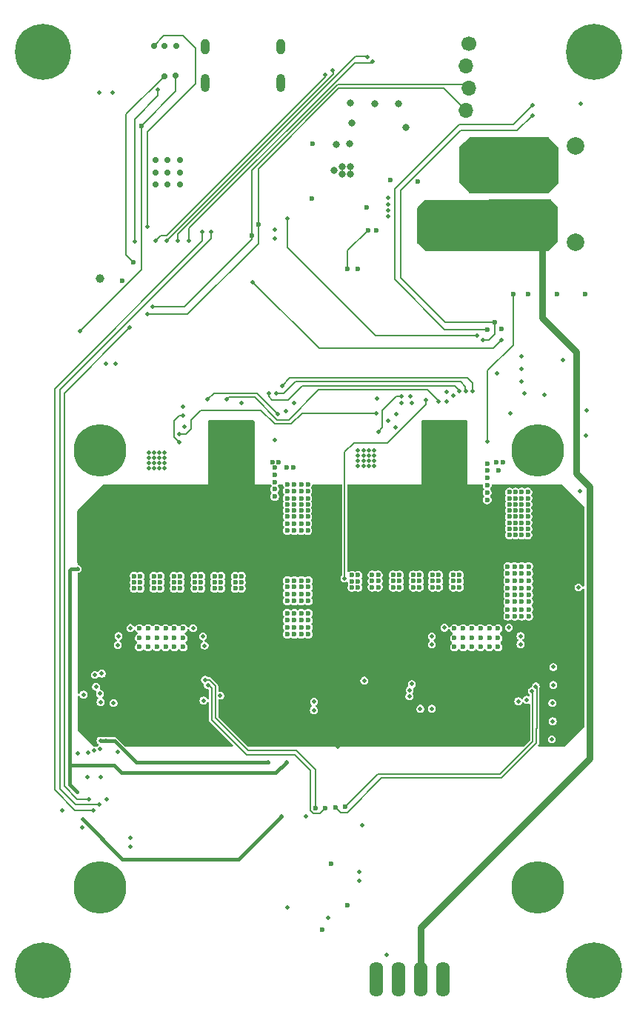
<source format=gbr>
%TF.GenerationSoftware,KiCad,Pcbnew,9.0.1*%
%TF.CreationDate,2025-09-16T14:58:38+08:00*%
%TF.ProjectId,BitaxeGT,42697461-7865-4475-942e-6b696361645f,v800*%
%TF.SameCoordinates,Original*%
%TF.FileFunction,Copper,L4,Inr*%
%TF.FilePolarity,Positive*%
%FSLAX46Y46*%
G04 Gerber Fmt 4.6, Leading zero omitted, Abs format (unit mm)*
G04 Created by KiCad (PCBNEW 9.0.1) date 2025-09-16 14:58:38*
%MOMM*%
%LPD*%
G01*
G04 APERTURE LIST*
%TA.AperFunction,ComponentPad*%
%ADD10C,6.000000*%
%TD*%
%TA.AperFunction,ComponentPad*%
%ADD11C,0.800000*%
%TD*%
%TA.AperFunction,ComponentPad*%
%ADD12C,6.400000*%
%TD*%
%TA.AperFunction,ComponentPad*%
%ADD13O,1.574800X4.000000*%
%TD*%
%TA.AperFunction,ComponentPad*%
%ADD14C,1.500000*%
%TD*%
%TA.AperFunction,ComponentPad*%
%ADD15C,1.700000*%
%TD*%
%TA.AperFunction,ComponentPad*%
%ADD16O,1.700000X1.700000*%
%TD*%
%TA.AperFunction,ComponentPad*%
%ADD17C,0.400000*%
%TD*%
%TA.AperFunction,ComponentPad*%
%ADD18C,0.499999*%
%TD*%
%TA.AperFunction,ComponentPad*%
%ADD19C,3.000000*%
%TD*%
%TA.AperFunction,ComponentPad*%
%ADD20C,2.000000*%
%TD*%
%TA.AperFunction,ComponentPad*%
%ADD21O,1.000000X1.800000*%
%TD*%
%TA.AperFunction,ComponentPad*%
%ADD22O,1.000000X2.100000*%
%TD*%
%TA.AperFunction,ViaPad*%
%ADD23C,0.600000*%
%TD*%
%TA.AperFunction,ViaPad*%
%ADD24C,0.500000*%
%TD*%
%TA.AperFunction,ViaPad*%
%ADD25C,0.800000*%
%TD*%
%TA.AperFunction,ViaPad*%
%ADD26C,0.700000*%
%TD*%
%TA.AperFunction,ViaPad*%
%ADD27C,1.000000*%
%TD*%
%TA.AperFunction,Conductor*%
%ADD28C,0.200000*%
%TD*%
%TA.AperFunction,Conductor*%
%ADD29C,0.800000*%
%TD*%
%TA.AperFunction,Conductor*%
%ADD30C,0.400000*%
%TD*%
G04 APERTURE END LIST*
D10*
%TO.N,unconnected-(HS1-Mounting-Pad1)_1*%
%TO.C,HS1*%
X106000000Y-87000000D03*
%TO.N,unconnected-(HS1-Mounting-Pad1)*%
X106000000Y-137000000D03*
%TO.N,unconnected-(HS1-Mounting-Pad1)_3*%
X156000000Y-87000000D03*
%TO.N,unconnected-(HS1-Mounting-Pad1)_2*%
X156000000Y-137000000D03*
%TD*%
D11*
%TO.N,GND*%
%TO.C,H4*%
X97100000Y-146500000D03*
X97802944Y-144802944D03*
X97802944Y-148197056D03*
X99500000Y-144100000D03*
D12*
X99500000Y-146500000D03*
D11*
X99500000Y-148900000D03*
X101197056Y-144802944D03*
X101197056Y-148197056D03*
X101900000Y-146500000D03*
%TD*%
D13*
%TO.N,GND*%
%TO.C,J7*%
X145200000Y-147490000D03*
%TO.N,/12V*%
X142660000Y-147490000D03*
D14*
%TO.N,/fan/FAN_TACH*%
X140120000Y-148450000D03*
D13*
X140120000Y-147490000D03*
%TO.N,/fan/FAN_PWM*%
X137580000Y-147490000D03*
%TD*%
D11*
%TO.N,GND*%
%TO.C,H2*%
X97100000Y-41500000D03*
X97802944Y-39802944D03*
X97802944Y-43197056D03*
X99500000Y-39100000D03*
D12*
X99500000Y-41500000D03*
D11*
X99500000Y-43900000D03*
X101197056Y-39802944D03*
X101197056Y-43197056D03*
X101900000Y-41500000D03*
%TD*%
%TO.N,GND*%
%TO.C,H3*%
X160100000Y-146500000D03*
X160802944Y-144802944D03*
X160802944Y-148197056D03*
X162500000Y-144100000D03*
D12*
X162500000Y-146500000D03*
D11*
X162500000Y-148900000D03*
X164197056Y-144802944D03*
X164197056Y-148197056D03*
X164900000Y-146500000D03*
%TD*%
D15*
%TO.N,GND*%
%TO.C,J3*%
X148200000Y-40550000D03*
D16*
%TO.N,/3V3*%
X147800000Y-43090000D03*
%TO.N,/ESP32/SCL*%
X148200000Y-45630000D03*
%TO.N,/ESP32/SDA*%
X147800000Y-48170000D03*
%TD*%
D11*
%TO.N,GND*%
%TO.C,H1*%
X160100000Y-41500000D03*
X160802944Y-39802944D03*
X160802944Y-43197056D03*
X162500000Y-39100000D03*
D12*
X162500000Y-41500000D03*
D11*
X162500000Y-43900000D03*
X164197056Y-39802944D03*
X164197056Y-43197056D03*
X164900000Y-41500000D03*
%TD*%
D17*
%TO.N,GND*%
%TO.C,U4*%
X122280000Y-88650000D03*
X122280000Y-87250000D03*
X122280000Y-85850000D03*
X121000000Y-89650000D03*
X121000000Y-88650000D03*
X121000000Y-87250000D03*
X121000000Y-85850000D03*
X121000000Y-84850000D03*
X119720000Y-88650000D03*
X119720000Y-87250000D03*
X119720000Y-85850000D03*
%TD*%
D18*
%TO.N,unconnected-(U2-PAD-Pad17)_1*%
%TO.C,U2*%
X106070001Y-124400000D03*
%TO.N,unconnected-(U2-PAD-Pad17)*%
X104569999Y-124400000D03*
%TD*%
D19*
%TO.N,/12V*%
%TO.C,J1*%
X150350000Y-60250000D03*
%TO.N,GND*%
X150350000Y-55250000D03*
D20*
%TO.N,unconnected-(J1-MNT1-Pad3)*%
X160350000Y-63250000D03*
%TO.N,unconnected-(J1-MNT2-Pad4)*%
X160350000Y-52250000D03*
%TD*%
D21*
%TO.N,GND*%
%TO.C,J4*%
X118030000Y-40885000D03*
D22*
X118030000Y-45065000D03*
D21*
X126670000Y-40885000D03*
D22*
X126670000Y-45065000D03*
%TD*%
D17*
%TO.N,GND*%
%TO.C,U1*%
X146630000Y-88650000D03*
X146630000Y-87250000D03*
X146630000Y-85850000D03*
X145350000Y-89650000D03*
X145350000Y-88650000D03*
X145350000Y-87250000D03*
X145350000Y-85850000D03*
X145350000Y-84850000D03*
X144070000Y-88650000D03*
X144070000Y-87250000D03*
X144070000Y-85850000D03*
%TD*%
D23*
%TO.N,GND*%
X142340000Y-56320000D03*
X130200000Y-58280000D03*
X139180000Y-56160000D03*
X135430000Y-66280000D03*
X137587500Y-61882500D03*
X136480000Y-59270000D03*
%TO.N,Net-(U7-CB)*%
X136637500Y-61882500D03*
X134310000Y-66320000D03*
D24*
%TO.N,/12V*%
X151960000Y-62620000D03*
X137340000Y-87050000D03*
X143785000Y-58990000D03*
X154827500Y-58970000D03*
X152715000Y-61700000D03*
X144841250Y-63540000D03*
X153771250Y-63520000D03*
X156940000Y-62590000D03*
X148791250Y-63530000D03*
X137340000Y-87650000D03*
X149847500Y-63530000D03*
X145897500Y-60810000D03*
X136700000Y-88250000D03*
X152715000Y-62610000D03*
X152715000Y-58970000D03*
X154827500Y-63520000D03*
X136700000Y-87650000D03*
X144841250Y-62630000D03*
X154827500Y-61700000D03*
X135470000Y-87650000D03*
X150903750Y-63530000D03*
X156940000Y-59860000D03*
X145897500Y-61720000D03*
X144841250Y-58990000D03*
X143785000Y-60810000D03*
X152715000Y-60790000D03*
X146953750Y-61720000D03*
X151960000Y-63530000D03*
X155883750Y-63520000D03*
X154827500Y-62610000D03*
X145897500Y-62630000D03*
X148010000Y-58970000D03*
X143785000Y-63540000D03*
X136700000Y-88850000D03*
X148791250Y-62620000D03*
X135470000Y-87050000D03*
X156940000Y-58950000D03*
X111590000Y-88460000D03*
X112200000Y-87850000D03*
X136100000Y-88850000D03*
X137340000Y-88850000D03*
X153771250Y-59880000D03*
X143785000Y-62630000D03*
X112200000Y-87250000D03*
X113400000Y-88460000D03*
X113400000Y-87860000D03*
X112800000Y-87850000D03*
X153771250Y-61700000D03*
X153771250Y-60790000D03*
X113400000Y-87260000D03*
X112200000Y-88450000D03*
X148010000Y-63520000D03*
X143785000Y-61720000D03*
X112800000Y-89050000D03*
X144841250Y-61720000D03*
X144841250Y-59900000D03*
X112800000Y-87250000D03*
X111590000Y-87260000D03*
X150903750Y-62620000D03*
X152715000Y-63520000D03*
D23*
X142695000Y-141880000D03*
D24*
X136700000Y-87050000D03*
X136100000Y-88250000D03*
X146953750Y-60810000D03*
X136100000Y-87050000D03*
X146953750Y-62630000D03*
X148010000Y-59880000D03*
X144841250Y-60810000D03*
X153771250Y-58970000D03*
X111590000Y-89060000D03*
X152715000Y-59880000D03*
X136100000Y-87650000D03*
X148010000Y-62610000D03*
X146953750Y-59900000D03*
X155883750Y-62610000D03*
X154827500Y-60790000D03*
X156940000Y-61680000D03*
X156940000Y-63500000D03*
X155883750Y-61700000D03*
X146953750Y-58990000D03*
X155883750Y-59880000D03*
X145897500Y-58990000D03*
X113400000Y-89060000D03*
X137340000Y-88250000D03*
X135470000Y-88850000D03*
X148010000Y-60790000D03*
X145897500Y-59900000D03*
X112800000Y-88450000D03*
X148010000Y-61700000D03*
X112200000Y-89050000D03*
X154827500Y-59880000D03*
X143785000Y-59900000D03*
X146953750Y-63540000D03*
X156940000Y-60770000D03*
X155883750Y-60790000D03*
X135470000Y-88250000D03*
X145897500Y-63540000D03*
X153771250Y-62610000D03*
X155883750Y-58970000D03*
X149847500Y-62620000D03*
X111590000Y-87860000D03*
%TO.N,/Power/AGND1*%
X151400000Y-78260000D03*
X145640000Y-81410000D03*
X141450000Y-80820000D03*
X146360000Y-80800000D03*
D23*
%TO.N,/Vcore*%
X140200000Y-101975000D03*
X137100000Y-101975000D03*
X129800000Y-107250000D03*
X129800000Y-106450000D03*
X119800000Y-102800000D03*
X122150000Y-102100000D03*
X146380000Y-101975000D03*
X129000000Y-101900000D03*
X149500000Y-107400000D03*
X153400000Y-103550000D03*
X153400000Y-101100000D03*
X154200000Y-106000000D03*
X137800000Y-101975000D03*
X150500000Y-107400000D03*
X155000000Y-100300000D03*
X111500000Y-107400000D03*
X154200000Y-102750000D03*
X115162500Y-102800000D03*
X116850000Y-102100000D03*
X153400000Y-101950000D03*
X116850000Y-102800000D03*
X146500000Y-107400000D03*
X113500000Y-109500000D03*
X127400000Y-107250000D03*
X155000000Y-101950000D03*
X142500000Y-101975000D03*
X146380000Y-102675000D03*
X127400000Y-101900000D03*
X128200000Y-105650000D03*
X113500000Y-108500000D03*
X128200000Y-101900000D03*
X146380000Y-101275000D03*
D24*
X133950000Y-101650000D03*
D23*
X112862500Y-101400000D03*
X115500000Y-107400000D03*
X119100000Y-102100000D03*
X129800000Y-103450000D03*
X154200000Y-100300000D03*
X119800000Y-101400000D03*
X155000000Y-105200000D03*
X147500000Y-109500000D03*
X154200000Y-101100000D03*
X152600000Y-103550000D03*
X129800000Y-108050000D03*
X152600000Y-102750000D03*
X129800000Y-104250000D03*
X109900000Y-101400000D03*
X108575000Y-67625000D03*
X114500000Y-109500000D03*
X148500000Y-107400000D03*
X121450000Y-102800000D03*
X127400000Y-106450000D03*
X144000000Y-101275000D03*
X137100000Y-102675000D03*
X155000000Y-106000000D03*
X146500000Y-108500000D03*
X153400000Y-102750000D03*
X152600000Y-101950000D03*
X114462500Y-102800000D03*
X135500000Y-102700000D03*
X110500000Y-108500000D03*
X129000000Y-107250000D03*
X114462500Y-101400000D03*
X140200000Y-101275000D03*
X112862500Y-102800000D03*
X151500000Y-107400000D03*
X135500000Y-101300000D03*
X150500000Y-108500000D03*
X135500000Y-102000000D03*
X152600000Y-104350000D03*
X134800000Y-102000000D03*
X119800000Y-102100000D03*
X113500000Y-107400000D03*
X114462500Y-102100000D03*
X112500000Y-109500000D03*
X114500000Y-108500000D03*
X109900000Y-102100000D03*
X128200000Y-106450000D03*
X119100000Y-102800000D03*
X154200000Y-105200000D03*
X119100000Y-101400000D03*
X154200000Y-103550000D03*
X115500000Y-108500000D03*
X148500000Y-109500000D03*
X110600000Y-101400000D03*
X152600000Y-105200000D03*
X153400000Y-106000000D03*
X110500000Y-107400000D03*
X149500000Y-108500000D03*
X147500000Y-108500000D03*
X142500000Y-102675000D03*
X117550000Y-102100000D03*
X129000000Y-104250000D03*
X141800000Y-101275000D03*
X128200000Y-102650000D03*
X115162500Y-102100000D03*
X141800000Y-102675000D03*
X139500000Y-101975000D03*
X112162500Y-102800000D03*
X148500000Y-108500000D03*
X155000000Y-103550000D03*
X128200000Y-103450000D03*
X116850000Y-101400000D03*
D24*
X143250000Y-81320000D03*
D23*
X142500000Y-101275000D03*
X115162500Y-101400000D03*
X129800000Y-101900000D03*
X112500000Y-107400000D03*
D24*
X160700000Y-102700000D03*
D23*
X134800000Y-102700000D03*
X137100000Y-101275000D03*
X112162500Y-101400000D03*
X152600000Y-101100000D03*
X117550000Y-101400000D03*
X111500000Y-108500000D03*
X129800000Y-105650000D03*
X112862500Y-102100000D03*
X114500000Y-107400000D03*
X139500000Y-102675000D03*
X154200000Y-101950000D03*
X144000000Y-102675000D03*
X110500000Y-109500000D03*
X147080000Y-102675000D03*
X121450000Y-102100000D03*
X117550000Y-102800000D03*
X129000000Y-105650000D03*
X128200000Y-108050000D03*
X127400000Y-103450000D03*
X129800000Y-102650000D03*
X147080000Y-101975000D03*
X153400000Y-104350000D03*
X151500000Y-109500000D03*
X127400000Y-105650000D03*
X121450000Y-101400000D03*
X112500000Y-108500000D03*
X134800000Y-101300000D03*
X155000000Y-102750000D03*
X147080000Y-101275000D03*
X137800000Y-101275000D03*
X140200000Y-102675000D03*
X141800000Y-101975000D03*
X153400000Y-100300000D03*
X152600000Y-106000000D03*
X137800000Y-102675000D03*
X144700000Y-101275000D03*
X153400000Y-105200000D03*
X110600000Y-102100000D03*
X144000000Y-101975000D03*
X129000000Y-103450000D03*
X122150000Y-101400000D03*
X109900000Y-102800000D03*
X129000000Y-106450000D03*
X151500000Y-108500000D03*
X144700000Y-101975000D03*
X152600000Y-100300000D03*
X110600000Y-102800000D03*
X115500000Y-109500000D03*
X147500000Y-107400000D03*
X144700000Y-102675000D03*
X154200000Y-104350000D03*
X128200000Y-107250000D03*
X139500000Y-101275000D03*
X155000000Y-104350000D03*
X129000000Y-102650000D03*
X146500000Y-109500000D03*
X129000000Y-108050000D03*
X127400000Y-104250000D03*
X111500000Y-109500000D03*
X150500000Y-109500000D03*
X127400000Y-102650000D03*
X122150000Y-102800000D03*
X112162500Y-102100000D03*
X149500000Y-109500000D03*
X127400000Y-108050000D03*
X155000000Y-101100000D03*
X128200000Y-104250000D03*
D24*
%TO.N,/Power/VSHARE*%
X120450000Y-81200000D03*
X144670000Y-81410000D03*
%TO.N,/Power/EN_UVLO*%
X115080000Y-85200000D03*
X137550000Y-82790000D03*
%TO.N,/5V*%
X106650000Y-120200000D03*
X138940000Y-59590000D03*
X138930000Y-58920000D03*
X106050000Y-120200000D03*
X138940000Y-60297500D03*
X127450000Y-139300000D03*
X125200000Y-122700000D03*
X138940000Y-58170000D03*
%TO.N,/ASIC/1V2*%
X103450000Y-100590000D03*
X127300000Y-122700000D03*
X130430000Y-116720000D03*
X107940000Y-123380000D03*
X117825000Y-115625000D03*
X143940000Y-116560000D03*
X103368909Y-126091091D03*
%TO.N,/ASIC/0V8*%
X142610000Y-116570000D03*
X130450000Y-115762500D03*
X119750000Y-115050000D03*
D25*
%TO.N,/3V3*%
X133680000Y-55481821D03*
X134580000Y-55481821D03*
X134580000Y-54631821D03*
D24*
X104010000Y-129210000D03*
X107780000Y-77110000D03*
D25*
X132730000Y-55031821D03*
D24*
X125990000Y-62790000D03*
D26*
X114700000Y-40800000D03*
D23*
X130300000Y-52025000D03*
D24*
X107425000Y-46150000D03*
D25*
X133680000Y-54631821D03*
D24*
X126700000Y-128850000D03*
%TO.N,/Power/PGOOD*%
X127430000Y-60530000D03*
X149090000Y-73910000D03*
D23*
%TO.N,/fan/FAN_TACH*%
X134250000Y-139000000D03*
D24*
X138790000Y-144720000D03*
%TO.N,/ASIC/TEMP1_P*%
X118328858Y-113867944D03*
D23*
X131700000Y-127890000D03*
D24*
%TO.N,/ASIC/TEMP1_N*%
X118000000Y-113250000D03*
D23*
X130650000Y-127890000D03*
%TO.N,/ASIC/TEMP2_P*%
X134000000Y-127800000D03*
D24*
X155355635Y-114550000D03*
D23*
%TO.N,/ASIC/TEMP2_N*%
X132950000Y-127880000D03*
D24*
X155820645Y-114026770D03*
D23*
%TO.N,/fan/FAN_PWM*%
X131430000Y-141810000D03*
D24*
%TO.N,/Power/BCX_DAT*%
X126810000Y-79660000D03*
X161580000Y-82450000D03*
X148550000Y-80250000D03*
%TO.N,/Power/BCX_CLK*%
X156800000Y-80700000D03*
X147780000Y-80249999D03*
X126180000Y-80560000D03*
%TO.N,/Power/SYNC*%
X125286195Y-80547010D03*
X147080102Y-80262067D03*
X161560000Y-85380000D03*
%TO.N,/ESP32/SDA*%
X109500000Y-131300000D03*
X111400000Y-71500000D03*
D23*
X124100000Y-61190000D03*
D24*
X135650000Y-135250000D03*
D23*
%TO.N,/ESP32/SCL*%
X123320000Y-62465000D03*
D24*
X112000000Y-70600000D03*
X109500000Y-132300000D03*
X135600000Y-136200000D03*
%TO.N,/ASIC/RX_1V2*%
X106000000Y-121200000D03*
%TO.N,/ASIC/CLKI*%
X106200000Y-112550000D03*
%TO.N,/ASIC/BI*%
X105420352Y-112700799D03*
%TO.N,/ASIC/RST_1V2*%
X104675382Y-121611508D03*
%TO.N,/ASIC/TX_1V2*%
X105309522Y-121315080D03*
%TO.N,/ASIC/RST_3V3*%
X109400000Y-73000000D03*
X104698999Y-126896596D03*
%TO.N,/ASIC/TX_3V3*%
X117700000Y-62100000D03*
X105260000Y-128150000D03*
%TO.N,Net-(U4-AVIN)*%
X115070000Y-86130000D03*
X115460000Y-83040000D03*
%TO.N,Net-(U9-VDD1_0)*%
X108025000Y-109275000D03*
%TO.N,Net-(U9-VDD2_0)*%
X108125000Y-108255000D03*
%TO.N,Net-(U9-VDD3_0)*%
X109480000Y-107340000D03*
%TO.N,Net-(U9-LITE_PAD)*%
X105550000Y-114050000D03*
%TO.N,Net-(U9-ROSC_SEL)*%
X104100000Y-114950000D03*
%TO.N,Net-(U9-INV_CLKO)*%
X106000000Y-114850000D03*
D23*
%TO.N,/Power/SW1*%
X154200000Y-93900000D03*
X153500000Y-91800000D03*
X154900000Y-93200000D03*
X152800000Y-91800000D03*
X152800000Y-92500000D03*
X154900000Y-92500000D03*
X154900000Y-94600000D03*
X154200000Y-95300000D03*
X152800000Y-93900000D03*
X153500000Y-95300000D03*
X154200000Y-92500000D03*
X150250000Y-91858000D03*
X154900000Y-95300000D03*
X150250000Y-90194000D03*
X152800000Y-96700000D03*
X154200000Y-93200000D03*
X153500000Y-94600000D03*
X153500000Y-93200000D03*
X151550000Y-89290000D03*
X153500000Y-92500000D03*
X153500000Y-96000000D03*
X154900000Y-96700000D03*
X150250000Y-89362000D03*
X150250000Y-91026000D03*
X153500000Y-93900000D03*
X154200000Y-94600000D03*
X150250000Y-92690000D03*
X154200000Y-96700000D03*
X152075000Y-88425000D03*
X154200000Y-91800000D03*
X152800000Y-95300000D03*
X151275000Y-88425000D03*
X153500000Y-96700000D03*
X154900000Y-96000000D03*
X154200000Y-96000000D03*
X154900000Y-93900000D03*
X152800000Y-93200000D03*
X150250000Y-88530000D03*
X152800000Y-96000000D03*
X152800000Y-94600000D03*
X154900000Y-91800000D03*
D24*
%TO.N,Net-(U1-AVIN)*%
X137790000Y-84890000D03*
X140490000Y-80820000D03*
D23*
%TO.N,/Power/SW2*%
X127400000Y-94600000D03*
X129000000Y-93200000D03*
X125700000Y-88400000D03*
X125970000Y-91475000D03*
X129000000Y-95400000D03*
X126400000Y-88400000D03*
X128200000Y-91700000D03*
X128200000Y-92500000D03*
X129000000Y-94600000D03*
X128200000Y-93200000D03*
X129750000Y-95400000D03*
X129000000Y-91700000D03*
X125970000Y-92300000D03*
X129000000Y-93900000D03*
X127400000Y-96200000D03*
X129750000Y-91700000D03*
X129750000Y-90900000D03*
X129750000Y-92500000D03*
X129000000Y-90900000D03*
X129750000Y-93200000D03*
X129750000Y-93900000D03*
X127350000Y-88975000D03*
X127400000Y-91700000D03*
X125970000Y-90650000D03*
X128200000Y-94600000D03*
X128100000Y-88975000D03*
X125970000Y-89825000D03*
X129750000Y-94600000D03*
X129000000Y-96200000D03*
X127400000Y-95400000D03*
X128200000Y-90900000D03*
X128200000Y-93900000D03*
X129000000Y-92500000D03*
X127400000Y-92500000D03*
X127400000Y-93200000D03*
X128200000Y-95400000D03*
X128200000Y-96200000D03*
X125970000Y-89000000D03*
X129750000Y-96200000D03*
X127400000Y-90900000D03*
X127400000Y-93900000D03*
D24*
%TO.N,Net-(U10-VDD3_0)*%
X145360000Y-107300000D03*
X116640000Y-107350000D03*
%TO.N,Net-(U10-VDD2_0)*%
X143925000Y-108280000D03*
X117750000Y-108280000D03*
%TO.N,Net-(U10-VDD1_0)*%
X117950000Y-109350000D03*
X143925000Y-109220000D03*
%TO.N,Net-(U10-VDD3_1)*%
X152730000Y-107290000D03*
%TO.N,Net-(U10-VDD2_1)*%
X154050000Y-108255000D03*
%TO.N,Net-(U10-VDD1_1)*%
X154050000Y-109195000D03*
%TO.N,/ASIC/0V8_1*%
X106050000Y-115800000D03*
%TO.N,/ASIC/1V2_1*%
X107550000Y-115900000D03*
%TO.N,/ASIC/1V2_2*%
X153797182Y-115702818D03*
%TO.N,/ASIC/0V8_2*%
X154800000Y-115550000D03*
%TO.N,Net-(U1-MSEL1)*%
X141615493Y-81579847D03*
X154150000Y-79150000D03*
%TO.N,Net-(U1-MSEL2)*%
X154150000Y-76300000D03*
X139740000Y-84420000D03*
%TO.N,Net-(U1-VSEL)*%
X139835358Y-82918723D03*
X154150000Y-77700000D03*
%TO.N,Net-(U10-LITE_PAD)*%
X141400000Y-114450000D03*
%TO.N,Net-(U1-ADRSEL)*%
X154500000Y-80490000D03*
X140488170Y-81580000D03*
%TO.N,Net-(U10-NRSTO)*%
X157800000Y-111800000D03*
%TO.N,Net-(U10-ROSC_SEL)*%
X141650000Y-113750000D03*
%TO.N,Net-(U10-INV_CLKO)*%
X141350000Y-115150000D03*
%TO.N,Net-(U10-BI)*%
X136200000Y-113350000D03*
%TO.N,Net-(U10-RI)*%
X157700000Y-115900000D03*
D23*
%TO.N,/Power/SCL_VR*%
X151870000Y-73150000D03*
D24*
X155400000Y-47600000D03*
D23*
X150240000Y-73200000D03*
X161460000Y-69180000D03*
D24*
%TO.N,/Power/ALRT_VR*%
X150301539Y-86057693D03*
D23*
X153260000Y-69190000D03*
X154930000Y-69190000D03*
D24*
X125990000Y-61770000D03*
D23*
%TO.N,/Power/SDA_VR*%
X158200000Y-69180000D03*
D24*
X155400000Y-48800000D03*
X149740000Y-74420000D03*
D23*
X151130000Y-72375000D03*
D24*
%TO.N,GND*%
X133200000Y-120900000D03*
D23*
X149500000Y-112250000D03*
X114500000Y-112250000D03*
X147500000Y-112250000D03*
D24*
X141375000Y-92625000D03*
X137800000Y-97575000D03*
X114562500Y-96400000D03*
X113430000Y-94110000D03*
X105875000Y-46150000D03*
X144100000Y-96975000D03*
D23*
X112550000Y-119000000D03*
D24*
X122050000Y-96400000D03*
D23*
X114500000Y-111250000D03*
D24*
X149557500Y-52070000D03*
X156950000Y-55710000D03*
D25*
X140130000Y-47381821D03*
D24*
X121450000Y-97600000D03*
X148501250Y-52980000D03*
D23*
X148600000Y-117050000D03*
D24*
X113430000Y-95310000D03*
X113430000Y-94710000D03*
X117650000Y-93000000D03*
D23*
X149600000Y-118050000D03*
D24*
X116850000Y-96400000D03*
D23*
X112500000Y-112250000D03*
D24*
X117740000Y-114450000D03*
X142400000Y-97575000D03*
D23*
X147600000Y-117050000D03*
D24*
X154837500Y-52090000D03*
X154700000Y-117900000D03*
D23*
X110500000Y-113250000D03*
X146500000Y-113250000D03*
X148500000Y-115250000D03*
D24*
X151670000Y-52980000D03*
X115525000Y-93025000D03*
X141800000Y-97575000D03*
D26*
X115140000Y-53850000D03*
D24*
X137200000Y-96375000D03*
D23*
X110500000Y-114250000D03*
X114500000Y-115250000D03*
D24*
X146980000Y-96975000D03*
D25*
X134555000Y-52006821D03*
D23*
X110550000Y-118000000D03*
D24*
X155893750Y-56640000D03*
D23*
X111550000Y-118000000D03*
D24*
X119200000Y-97600000D03*
D26*
X112330000Y-56650000D03*
D24*
X135980000Y-129890000D03*
X153781250Y-52090000D03*
X117450000Y-97000000D03*
X112862500Y-97000000D03*
X117650000Y-92450000D03*
D23*
X114550000Y-119000000D03*
X150500000Y-112250000D03*
D24*
X116850000Y-97000000D03*
X142400000Y-96375000D03*
X142400000Y-96975000D03*
D23*
X149500000Y-114250000D03*
X115500000Y-111250000D03*
D24*
X119200000Y-97000000D03*
X158880000Y-76740000D03*
X112800000Y-95300000D03*
D23*
X115500000Y-112250000D03*
D24*
X140100000Y-96975000D03*
X119800000Y-97600000D03*
D23*
X146600000Y-119050000D03*
D24*
X136000000Y-93900000D03*
X135500000Y-97000000D03*
X106700000Y-77110000D03*
D23*
X112500000Y-114250000D03*
D24*
X136000000Y-93300000D03*
X112200000Y-94100000D03*
D23*
X151500000Y-111250000D03*
D24*
X152725000Y-56640000D03*
X146380000Y-96975000D03*
X150613750Y-52070000D03*
D23*
X151600000Y-118050000D03*
D24*
X121450000Y-96400000D03*
X152725000Y-53000000D03*
X124450000Y-119950000D03*
X109900000Y-97000000D03*
X112200000Y-95300000D03*
D23*
X150600000Y-117050000D03*
D24*
X106790000Y-126920000D03*
X119800000Y-96400000D03*
X152725000Y-55730000D03*
X156950000Y-53890000D03*
X142920000Y-114950000D03*
X112800000Y-94100000D03*
X155893750Y-54820000D03*
X124450000Y-114300000D03*
X153781250Y-56640000D03*
X116850000Y-97600000D03*
X137200000Y-97575000D03*
X114562500Y-97000000D03*
X160900000Y-91700000D03*
X112800000Y-93500000D03*
D23*
X146500000Y-112250000D03*
D24*
X140475000Y-92675000D03*
D23*
X110500000Y-115250000D03*
D26*
X115140000Y-56650000D03*
D24*
X117450000Y-96400000D03*
X124450000Y-119300000D03*
X143870000Y-110080000D03*
X156950000Y-52070000D03*
X135500000Y-96400000D03*
D23*
X115500000Y-115250000D03*
D26*
X113740000Y-55250000D03*
D24*
X137620000Y-81120000D03*
X112200000Y-93500000D03*
X115162500Y-97000000D03*
D23*
X111500000Y-112250000D03*
D24*
X117050000Y-93000000D03*
X139740000Y-113760000D03*
D26*
X113740000Y-53850000D03*
D24*
X132080000Y-140500000D03*
X110500000Y-97600000D03*
D23*
X112500000Y-113250000D03*
D24*
X136000000Y-95100000D03*
X145660000Y-80360000D03*
D23*
X150600000Y-118050000D03*
D24*
X156950000Y-54800000D03*
D23*
X151600000Y-117050000D03*
X151600000Y-119050000D03*
D24*
X140100000Y-97575000D03*
X152725000Y-54820000D03*
D23*
X146500000Y-114250000D03*
X115500000Y-113250000D03*
D24*
X136000000Y-94500000D03*
D23*
X147500000Y-115250000D03*
D24*
X116125000Y-93025000D03*
D23*
X115550000Y-118000000D03*
D26*
X113400000Y-40800000D03*
D23*
X148500000Y-114250000D03*
D24*
X156950000Y-56620000D03*
D23*
X147600000Y-119050000D03*
D24*
X112862500Y-96400000D03*
D23*
X113550000Y-117000000D03*
X150500000Y-111250000D03*
X147500000Y-113250000D03*
D27*
X106000000Y-67400000D03*
D23*
X110550000Y-119000000D03*
D24*
X152725000Y-52090000D03*
X119800000Y-97000000D03*
D23*
X115500000Y-114250000D03*
X150500000Y-114250000D03*
X110500000Y-112250000D03*
D24*
X135500000Y-97600000D03*
X117050000Y-92450000D03*
X153803248Y-114396752D03*
D23*
X148500000Y-113250000D03*
D24*
X139500000Y-96975000D03*
D23*
X113500000Y-114250000D03*
D25*
X133040000Y-52030000D03*
X137430000Y-47381821D03*
D24*
X141975000Y-92625000D03*
X115650000Y-84310000D03*
X136600000Y-94500000D03*
X141975000Y-93175000D03*
D26*
X113740000Y-56650000D03*
D24*
X144100000Y-97575000D03*
D23*
X111500000Y-113250000D03*
D24*
X116125000Y-92475000D03*
D23*
X114500000Y-113250000D03*
D24*
X110500000Y-97000000D03*
X144700000Y-96975000D03*
X154837500Y-54820000D03*
D23*
X149500000Y-113250000D03*
X111500000Y-111250000D03*
D24*
X115525000Y-92475000D03*
D23*
X113550000Y-118000000D03*
D24*
X118810000Y-110100000D03*
X104350000Y-101750000D03*
D23*
X149500000Y-115250000D03*
D24*
X111570000Y-93500000D03*
X137800000Y-96375000D03*
X141800000Y-96975000D03*
X103790000Y-113400000D03*
X140100000Y-96375000D03*
X107850000Y-114750000D03*
X155893750Y-53000000D03*
X110500000Y-96400000D03*
X155893750Y-55730000D03*
D23*
X149600000Y-119050000D03*
D24*
X140475000Y-93225000D03*
X111570000Y-95300000D03*
X154837500Y-55730000D03*
X107079162Y-110220838D03*
D23*
X111550000Y-119000000D03*
D24*
X122050000Y-97600000D03*
D23*
X115550000Y-119000000D03*
X150500000Y-115250000D03*
D24*
X144700000Y-96375000D03*
D23*
X113500000Y-112250000D03*
D24*
X113430000Y-93510000D03*
D23*
X148600000Y-118050000D03*
D25*
X140955000Y-50106821D03*
D24*
X154837500Y-53910000D03*
D23*
X110500000Y-111250000D03*
D24*
X136600000Y-95100000D03*
D23*
X146600000Y-117050000D03*
D24*
X139875000Y-92675000D03*
X111570000Y-94700000D03*
X111570000Y-94100000D03*
X124450000Y-114950000D03*
X153781250Y-53000000D03*
X136600000Y-93300000D03*
D23*
X115550000Y-117000000D03*
D26*
X115140000Y-55250000D03*
D23*
X114500000Y-114250000D03*
D24*
X148501250Y-52070000D03*
D23*
X112500000Y-111250000D03*
X113500000Y-111250000D03*
D24*
X146980000Y-97575000D03*
X134900000Y-96400000D03*
D23*
X148500000Y-111250000D03*
X149600000Y-117050000D03*
D24*
X141375000Y-93175000D03*
X129500000Y-128840000D03*
D23*
X113550000Y-119000000D03*
X147500000Y-111250000D03*
D24*
X112800000Y-94700000D03*
X151670000Y-52070000D03*
X132210000Y-114870000D03*
D23*
X151500000Y-113250000D03*
D24*
X155893750Y-52090000D03*
D23*
X147500000Y-114250000D03*
X112550000Y-117000000D03*
D26*
X112330000Y-53850000D03*
D23*
X148500000Y-112250000D03*
X151500000Y-112250000D03*
D24*
X134900000Y-97000000D03*
X115162500Y-97600000D03*
X112262500Y-97000000D03*
D23*
X112550000Y-118000000D03*
D24*
X154837500Y-56640000D03*
D23*
X148600000Y-119050000D03*
D24*
X149557500Y-52980000D03*
X153781250Y-53910000D03*
X144700000Y-97575000D03*
X112262500Y-97600000D03*
X138970000Y-83620000D03*
X153781250Y-54820000D03*
X112200000Y-94700000D03*
X114562500Y-97600000D03*
X121450000Y-97000000D03*
X152725000Y-53910000D03*
X144100000Y-96375000D03*
X103450000Y-121650000D03*
X152900000Y-82780000D03*
X154837500Y-53000000D03*
X109900000Y-96400000D03*
D25*
X134630000Y-47356821D03*
D23*
X151500000Y-114250000D03*
D24*
X146380000Y-96375000D03*
X153781250Y-55730000D03*
X133250000Y-113850000D03*
X136600000Y-93900000D03*
D23*
X146500000Y-115250000D03*
D24*
X101690000Y-128210000D03*
X103990000Y-130170000D03*
X155893750Y-53910000D03*
D23*
X146500000Y-111250000D03*
D24*
X154200000Y-110050000D03*
D23*
X114550000Y-118000000D03*
X150500000Y-113250000D03*
D24*
X137800000Y-96975000D03*
D23*
X110550000Y-117000000D03*
X112500000Y-115250000D03*
X111550000Y-117000000D03*
X113500000Y-113250000D03*
D24*
X139875000Y-93225000D03*
X122050000Y-97000000D03*
X146980000Y-96375000D03*
X119200000Y-96400000D03*
X160920000Y-47440000D03*
D23*
X111500000Y-114250000D03*
D24*
X109900000Y-97600000D03*
X112262500Y-96400000D03*
X146380000Y-97575000D03*
D23*
X113500000Y-115250000D03*
D24*
X141800000Y-96375000D03*
X139500000Y-96375000D03*
D23*
X147600000Y-118050000D03*
D26*
X112330000Y-55250000D03*
D24*
X134900000Y-97600000D03*
X156950000Y-52980000D03*
D23*
X151500000Y-115250000D03*
X132425000Y-134275000D03*
X149500000Y-111250000D03*
D24*
X137200000Y-96975000D03*
D25*
X134805000Y-49631821D03*
D24*
X117450000Y-97600000D03*
X108000000Y-121500000D03*
X127220000Y-82540000D03*
D23*
X150600000Y-119050000D03*
X114550000Y-117000000D03*
D24*
X112862500Y-97600000D03*
D23*
X146600000Y-118050000D03*
D24*
X115162500Y-96400000D03*
X139500000Y-97575000D03*
X150613750Y-52980000D03*
D23*
X111500000Y-115250000D03*
D24*
%TO.N,/Power/BP1v5_2*%
X126327817Y-82850000D03*
X118300000Y-81200000D03*
%TO.N,Net-(U10-BO)*%
X157650000Y-120050000D03*
%TO.N,Net-(U10-CLKO)*%
X157750000Y-118000000D03*
%TO.N,Net-(U10-CO)*%
X157800000Y-113850000D03*
%TO.N,/ESP32/EN*%
X103734620Y-73384620D03*
D23*
X110700000Y-49984314D03*
D26*
X114670000Y-44200000D03*
D23*
%TO.N,/ESP32/P_TX*%
X109820000Y-65500000D03*
D26*
X113400000Y-44250000D03*
D24*
%TO.N,/ESP32/IO0*%
X151910000Y-74400000D03*
D26*
X112150000Y-40800000D03*
D24*
X111400000Y-61450000D03*
X123460000Y-67800000D03*
%TO.N,/ESP32/P_RX*%
X112600000Y-45800000D03*
X109950000Y-63200000D03*
%TO.N,/ASIC/RX_3V3*%
X118710000Y-62090000D03*
X105930000Y-127530000D03*
%TO.N,/Power/AGND2*%
X128200000Y-81580000D03*
X122200000Y-81650000D03*
X115500000Y-82060000D03*
X125990000Y-85840000D03*
%TO.N,Net-(J2-Pin_5)*%
X137120000Y-42580159D03*
X116150000Y-63100000D03*
%TO.N,Net-(J2-Pin_8)*%
X112360000Y-63060000D03*
X131764719Y-44144719D03*
%TO.N,Net-(J2-Pin_7)*%
X132550000Y-43610000D03*
X113650000Y-63050000D03*
%TO.N,Net-(J2-Pin_6)*%
X136560000Y-42080000D03*
X114900000Y-63050000D03*
%TD*%
D28*
%TO.N,Net-(U7-CB)*%
X134310000Y-64210000D02*
X136637500Y-61882500D01*
X134310000Y-66320000D02*
X134310000Y-64210000D01*
D29*
%TO.N,/12V*%
X142660000Y-141580000D02*
X142660000Y-146290000D01*
X161950000Y-91225000D02*
X161950000Y-122290000D01*
X156510000Y-63236250D02*
X156510000Y-71870000D01*
X161950000Y-122290000D02*
X142660000Y-141580000D01*
X160400000Y-89675000D02*
X161950000Y-91225000D01*
X156510000Y-71870000D02*
X160400000Y-75760000D01*
X160400000Y-75760000D02*
X160400000Y-89675000D01*
D28*
%TO.N,/Vcore*%
X135010000Y-86150000D02*
X133950000Y-87210000D01*
X143250000Y-81750000D02*
X143250000Y-81320000D01*
X142490000Y-82510000D02*
X143250000Y-81750000D01*
X133950000Y-87210000D02*
X133950000Y-101650000D01*
X142490000Y-82510000D02*
X138850000Y-86150000D01*
X138850000Y-86150000D02*
X135010000Y-86150000D01*
%TO.N,/Power/VSHARE*%
X120700000Y-80950000D02*
X123650000Y-80950000D01*
X120450000Y-81200000D02*
X120700000Y-80950000D01*
X131000000Y-80100000D02*
X143380000Y-80100000D01*
X127550000Y-83550000D02*
X131000000Y-80100000D01*
X143380000Y-80100000D02*
X144670000Y-81390000D01*
X144670000Y-81390000D02*
X144670000Y-81410000D01*
X126250000Y-83550000D02*
X127550000Y-83550000D01*
X123650000Y-80950000D02*
X126250000Y-83550000D01*
%TO.N,/Power/EN_UVLO*%
X115820000Y-85200000D02*
X116430000Y-84590000D01*
X116430000Y-84590000D02*
X116430000Y-83560000D01*
X117540000Y-82450000D02*
X124400000Y-82450000D01*
X115080000Y-85200000D02*
X115820000Y-85200000D01*
X127880000Y-84000000D02*
X129080000Y-82800000D01*
X137540000Y-82800000D02*
X137550000Y-82790000D01*
X116430000Y-83560000D02*
X117540000Y-82450000D01*
X124400000Y-82450000D02*
X125950000Y-84000000D01*
X129080000Y-82800000D02*
X137540000Y-82800000D01*
X125950000Y-84000000D02*
X127880000Y-84000000D01*
D30*
%TO.N,/5V*%
X110130000Y-122680000D02*
X107650000Y-120200000D01*
X125200000Y-122700000D02*
X125180000Y-122680000D01*
X107650000Y-120200000D02*
X106650000Y-120200000D01*
X125180000Y-122680000D02*
X110130000Y-122680000D01*
X106050000Y-120200000D02*
X106650000Y-120200000D01*
%TO.N,/ASIC/1V2*%
X107610000Y-123050000D02*
X107940000Y-123380000D01*
X103440000Y-100600000D02*
X102675000Y-100600000D01*
X102500000Y-123050000D02*
X107610000Y-123050000D01*
X108460000Y-123900000D02*
X107940000Y-123380000D01*
X102500000Y-100775000D02*
X102500000Y-122600000D01*
X102500000Y-125222182D02*
X103368909Y-126091091D01*
X103450000Y-100590000D02*
X103440000Y-100600000D01*
X102675000Y-100600000D02*
X102500000Y-100775000D01*
X102500000Y-123050000D02*
X102500000Y-125222182D01*
X126100000Y-123900000D02*
X108460000Y-123900000D01*
X127300000Y-122700000D02*
X126100000Y-123900000D01*
X102500000Y-122600000D02*
X102500000Y-123050000D01*
%TO.N,/3V3*%
X121800000Y-133750000D02*
X126700000Y-128850000D01*
X108700000Y-133750000D02*
X108550000Y-133750000D01*
X108700000Y-133750000D02*
X121800000Y-133750000D01*
X108550000Y-133750000D02*
X104010000Y-129210000D01*
D28*
%TO.N,/Power/PGOOD*%
X137470000Y-73910000D02*
X149090000Y-73910000D01*
X127430000Y-63870000D02*
X137470000Y-73910000D01*
X127430000Y-60530000D02*
X127430000Y-63870000D01*
%TO.N,/ASIC/TEMP1_P*%
X130000000Y-128150000D02*
X130341000Y-128491000D01*
X118328858Y-113867944D02*
X118417944Y-113867944D01*
X131099000Y-128491000D02*
X131700000Y-127890000D01*
X128250000Y-121850000D02*
X130000000Y-123600000D01*
X118750000Y-117850000D02*
X122750000Y-121850000D01*
X118417944Y-113867944D02*
X118750000Y-114200000D01*
X118750000Y-114200000D02*
X118750000Y-117850000D01*
X130000000Y-123600000D02*
X130000000Y-128150000D01*
X122750000Y-121850000D02*
X128250000Y-121850000D01*
X130341000Y-128491000D02*
X131099000Y-128491000D01*
%TO.N,/ASIC/TEMP1_N*%
X118000000Y-113250000D02*
X118488733Y-113250000D01*
X119200000Y-113961267D02*
X119200000Y-117600000D01*
X130650000Y-123550000D02*
X130650000Y-127890000D01*
X128450000Y-121350000D02*
X130650000Y-123550000D01*
X118488733Y-113250000D02*
X119200000Y-113961267D01*
X122950000Y-121350000D02*
X128450000Y-121350000D01*
X119200000Y-117600000D02*
X122950000Y-121350000D01*
%TO.N,/ASIC/TEMP2_P*%
X155450000Y-120350000D02*
X151750000Y-124050000D01*
X151750000Y-124050000D02*
X137750000Y-124050000D01*
X155355635Y-114550000D02*
X155450000Y-114644365D01*
X137750000Y-124050000D02*
X134000000Y-127800000D01*
X155450000Y-114644365D02*
X155450000Y-120350000D01*
%TO.N,/ASIC/TEMP2_N*%
X155905635Y-114111760D02*
X155905635Y-118794365D01*
X155900000Y-118800000D02*
X155900000Y-120465685D01*
X138150000Y-124499943D02*
X134249943Y-128400000D01*
X155900000Y-120465685D02*
X151905685Y-124460000D01*
X155820645Y-114026770D02*
X155905635Y-114111760D01*
X151905685Y-124460000D02*
X138150000Y-124460000D01*
X138150000Y-124460000D02*
X138150000Y-124499943D01*
X133470000Y-128400000D02*
X132950000Y-127880000D01*
X134249943Y-128400000D02*
X133470000Y-128400000D01*
X155905635Y-118794365D02*
X155900000Y-118800000D01*
%TO.N,/Power/BCX_DAT*%
X148550000Y-79340000D02*
X148550000Y-80250000D01*
X126810000Y-79640000D02*
X127700000Y-78750000D01*
X126810000Y-79660000D02*
X126810000Y-79640000D01*
X147960000Y-78750000D02*
X148550000Y-79340000D01*
X127700000Y-78750000D02*
X147960000Y-78750000D01*
%TO.N,/Power/BCX_CLK*%
X126180000Y-80560000D02*
X126980000Y-80560000D01*
X126980000Y-80560000D02*
X128340000Y-79200000D01*
X128340000Y-79200000D02*
X147220000Y-79200000D01*
X147760000Y-79740000D02*
X147760000Y-80229999D01*
X147760000Y-80229999D02*
X147780000Y-80249999D01*
X147220000Y-79200000D02*
X147760000Y-79740000D01*
%TO.N,/Power/SYNC*%
X146540000Y-79650000D02*
X147080102Y-80190102D01*
X125286195Y-80547010D02*
X125286195Y-80886195D01*
X127520000Y-81270000D02*
X129140000Y-79650000D01*
X147080102Y-80190102D02*
X147080102Y-80262067D01*
X129140000Y-79650000D02*
X146540000Y-79650000D01*
X125670000Y-81270000D02*
X127520000Y-81270000D01*
X125286195Y-80886195D02*
X125670000Y-81270000D01*
%TO.N,/ESP32/SDA*%
X124100000Y-63375000D02*
X115975000Y-71500000D01*
X115975000Y-71500000D02*
X111400000Y-71500000D01*
X133275000Y-45675000D02*
X124100000Y-54850000D01*
X145305000Y-45675000D02*
X133275000Y-45675000D01*
X124100000Y-54850000D02*
X124100000Y-63375000D01*
X147800000Y-48170000D02*
X145305000Y-45675000D01*
%TO.N,/ESP32/SCL*%
X147770000Y-45200000D02*
X133184314Y-45200000D01*
X123320000Y-62465000D02*
X123320000Y-62905000D01*
X148200000Y-45630000D02*
X147770000Y-45200000D01*
X123310000Y-62455000D02*
X123320000Y-62465000D01*
X133184314Y-45200000D02*
X123310000Y-55074314D01*
X115625000Y-70600000D02*
X112000000Y-70600000D01*
X123310000Y-55074314D02*
X123310000Y-62455000D01*
X123320000Y-62905000D02*
X115625000Y-70600000D01*
%TO.N,/ASIC/RST_3V3*%
X101900000Y-125400000D02*
X103396596Y-126896596D01*
X101900000Y-125400000D02*
X101900000Y-80500000D01*
X101900000Y-80500000D02*
X109400000Y-73000000D01*
X103396596Y-126896596D02*
X104698999Y-126896596D01*
%TO.N,/ASIC/TX_3V3*%
X103120000Y-128150000D02*
X105260000Y-128150000D01*
X100800000Y-125830000D02*
X103120000Y-128150000D01*
X100800000Y-80000000D02*
X100800000Y-125830000D01*
X117700000Y-63100000D02*
X100800000Y-80000000D01*
X117700000Y-62100000D02*
X117700000Y-63100000D01*
%TO.N,Net-(U4-AVIN)*%
X114420000Y-83660000D02*
X115040000Y-83040000D01*
X114420000Y-85480000D02*
X114420000Y-83660000D01*
X115040000Y-83040000D02*
X115460000Y-83040000D01*
X115070000Y-86130000D02*
X114420000Y-85480000D01*
%TO.N,Net-(U1-AVIN)*%
X140490000Y-80820000D02*
X140470000Y-80840000D01*
X138270000Y-84410000D02*
X137790000Y-84890000D01*
X138270000Y-82470000D02*
X138270000Y-84410000D01*
X139900000Y-80840000D02*
X138270000Y-82470000D01*
X140470000Y-80840000D02*
X139900000Y-80840000D01*
%TO.N,/Power/SCL_VR*%
X150240000Y-73200000D02*
X145400000Y-73200000D01*
X139700000Y-67500000D02*
X139700000Y-57130000D01*
X153200000Y-49800000D02*
X155400000Y-47600000D01*
X145400000Y-73200000D02*
X139700000Y-67500000D01*
X147030000Y-49800000D02*
X153200000Y-49800000D01*
X139700000Y-57130000D02*
X147030000Y-49800000D01*
%TO.N,/Power/ALRT_VR*%
X153250000Y-74980000D02*
X150301539Y-77928461D01*
X153250000Y-69200000D02*
X153250000Y-74980000D01*
X150301539Y-77928461D02*
X150301539Y-86057693D01*
X153260000Y-69190000D02*
X153250000Y-69200000D01*
%TO.N,/Power/SDA_VR*%
X145475000Y-72375000D02*
X140400000Y-67300000D01*
X153700000Y-50500000D02*
X155400000Y-48800000D01*
X147250000Y-50500000D02*
X153700000Y-50500000D01*
X149740000Y-74420000D02*
X150450000Y-74420000D01*
X140400000Y-67300000D02*
X140400000Y-57350000D01*
X151130000Y-72375000D02*
X145475000Y-72375000D01*
X150450000Y-74420000D02*
X151130000Y-73740000D01*
X140400000Y-57350000D02*
X147250000Y-50500000D01*
X151130000Y-73740000D02*
X151130000Y-72375000D01*
%TO.N,/Power/BP1v5_2*%
X119000000Y-80500000D02*
X118300000Y-81200000D01*
X126300000Y-82850000D02*
X123950000Y-80500000D01*
X123950000Y-80500000D02*
X119000000Y-80500000D01*
X126327817Y-82850000D02*
X126300000Y-82850000D01*
%TO.N,/ESP32/EN*%
X114670000Y-44200000D02*
X114670000Y-46014314D01*
X114670000Y-46014314D02*
X110700000Y-49984314D01*
X110700000Y-49984314D02*
X110700000Y-66419240D01*
X110700000Y-66419240D02*
X103734620Y-73384620D01*
%TO.N,/ESP32/P_TX*%
X108975000Y-48600000D02*
X113325000Y-44250000D01*
X113325000Y-44250000D02*
X113400000Y-44250000D01*
X109820000Y-65500000D02*
X108975000Y-64655000D01*
X108975000Y-64655000D02*
X108975000Y-48600000D01*
%TO.N,/ESP32/IO0*%
X112150000Y-40800000D02*
X113300000Y-39650000D01*
X151910000Y-74420000D02*
X150940000Y-75390000D01*
X111400000Y-50600000D02*
X111400000Y-61450000D01*
X116900000Y-45100000D02*
X111400000Y-50600000D01*
X116900000Y-41100000D02*
X116900000Y-45100000D01*
X150940000Y-75390000D02*
X131050000Y-75390000D01*
X151910000Y-74400000D02*
X151910000Y-74420000D01*
X131050000Y-75390000D02*
X123460000Y-67800000D01*
X113300000Y-39650000D02*
X115450000Y-39650000D01*
X115450000Y-39650000D02*
X116900000Y-41100000D01*
%TO.N,/ESP32/P_RX*%
X112600000Y-46500000D02*
X112600000Y-45800000D01*
X109950000Y-49150000D02*
X112600000Y-46500000D01*
X109950000Y-63200000D02*
X109950000Y-49150000D01*
%TO.N,/ASIC/RX_3V3*%
X105930000Y-127530000D02*
X105920000Y-127540000D01*
X103240000Y-127540000D02*
X101400000Y-125700000D01*
X101400000Y-125700000D02*
X101400000Y-80100000D01*
X118710000Y-62790000D02*
X118710000Y-62090000D01*
X105920000Y-127540000D02*
X103240000Y-127540000D01*
X101400000Y-80100000D02*
X118710000Y-62790000D01*
%TO.N,Net-(J2-Pin_5)*%
X136970159Y-42730000D02*
X137120000Y-42580159D01*
X116150000Y-61668628D02*
X135088628Y-42730000D01*
X116150000Y-63100000D02*
X116150000Y-61668628D01*
X135088628Y-42730000D02*
X136970159Y-42730000D01*
%TO.N,Net-(J2-Pin_8)*%
X131764719Y-44355437D02*
X131764719Y-44144719D01*
X112360000Y-63060000D02*
X112920000Y-62500000D01*
X113621156Y-62499000D02*
X131764719Y-44355437D01*
X112920000Y-62500000D02*
X113420768Y-62500000D01*
X113421768Y-62499000D02*
X113621156Y-62499000D01*
X113420768Y-62500000D02*
X113421768Y-62499000D01*
%TO.N,Net-(J2-Pin_7)*%
X132690000Y-43997256D02*
X132690000Y-43750000D01*
X113650000Y-63037256D02*
X132690000Y-43997256D01*
X132690000Y-43750000D02*
X132550000Y-43610000D01*
X113650000Y-63050000D02*
X113650000Y-63037256D01*
%TO.N,Net-(J2-Pin_6)*%
X136502942Y-42022942D02*
X136560000Y-42080000D01*
X114900000Y-63050000D02*
X114900000Y-62352942D01*
X114900000Y-62352942D02*
X135230000Y-42022942D01*
X135230000Y-42022942D02*
X136502942Y-42022942D01*
%TD*%
%TA.AperFunction,Conductor*%
%TO.N,GND*%
G36*
X157301165Y-51259685D02*
G01*
X157325308Y-51279965D01*
X158379419Y-52423728D01*
X158410377Y-52486364D01*
X158412237Y-52507762D01*
X158412237Y-56491756D01*
X158392552Y-56558795D01*
X158374111Y-56581208D01*
X157318947Y-57594166D01*
X157256953Y-57626393D01*
X157233231Y-57628714D01*
X148291084Y-57640123D01*
X148224020Y-57620524D01*
X148200613Y-57601092D01*
X147113783Y-56445907D01*
X147082183Y-56383591D01*
X147080096Y-56360696D01*
X147087881Y-52363947D01*
X147107696Y-52296950D01*
X147127498Y-52273334D01*
X148204636Y-51273133D01*
X148267157Y-51241941D01*
X148289012Y-51240000D01*
X157234126Y-51240000D01*
X157301165Y-51259685D01*
G37*
%TD.AperFunction*%
%TD*%
%TA.AperFunction,Conductor*%
%TO.N,/12V*%
G36*
X157539601Y-58369973D02*
G01*
X157563173Y-58389458D01*
X158255470Y-59120216D01*
X158287799Y-59183424D01*
X158290000Y-59206871D01*
X158290000Y-63217908D01*
X158269998Y-63286029D01*
X158250656Y-63309378D01*
X157304782Y-64205470D01*
X157241573Y-64237799D01*
X157218126Y-64240000D01*
X143210148Y-64240000D01*
X143142027Y-64219998D01*
X143121053Y-64203095D01*
X142296905Y-63378947D01*
X142262879Y-63316635D01*
X142260000Y-63289852D01*
X142260000Y-59330151D01*
X142280002Y-59262030D01*
X142296808Y-59241151D01*
X143119167Y-58417063D01*
X143181440Y-58382975D01*
X143208082Y-58380067D01*
X157471438Y-58350114D01*
X157539601Y-58369973D01*
G37*
%TD.AperFunction*%
%TD*%
%TA.AperFunction,Conductor*%
%TO.N,GND*%
G36*
X123593039Y-83619685D02*
G01*
X123638794Y-83672489D01*
X123650000Y-83724000D01*
X123650000Y-90900000D01*
X125464818Y-90900000D01*
X125531857Y-90919685D01*
X125557159Y-90941241D01*
X125565762Y-90950840D01*
X125569500Y-90957314D01*
X125589392Y-90977206D01*
X125591664Y-90979741D01*
X125605304Y-91008333D01*
X125620490Y-91036145D01*
X125620239Y-91039640D01*
X125621748Y-91042802D01*
X125617765Y-91074222D01*
X125615504Y-91105836D01*
X125613330Y-91109218D01*
X125612963Y-91112117D01*
X125606537Y-91119788D01*
X125587006Y-91150179D01*
X125569503Y-91167682D01*
X125569500Y-91167686D01*
X125503608Y-91281812D01*
X125474034Y-91392186D01*
X125469500Y-91409108D01*
X125469500Y-91540892D01*
X125472124Y-91550686D01*
X125503608Y-91668187D01*
X125536554Y-91725250D01*
X125569500Y-91782314D01*
X125569502Y-91782316D01*
X125569503Y-91782317D01*
X125587006Y-91799821D01*
X125620490Y-91861145D01*
X125615504Y-91930836D01*
X125587006Y-91975179D01*
X125569503Y-91992682D01*
X125569500Y-91992686D01*
X125503608Y-92106812D01*
X125469500Y-92234108D01*
X125469500Y-92365891D01*
X125503608Y-92493187D01*
X125536554Y-92550250D01*
X125569500Y-92607314D01*
X125662686Y-92700500D01*
X125776814Y-92766392D01*
X125904108Y-92800500D01*
X125904110Y-92800500D01*
X126035890Y-92800500D01*
X126035892Y-92800500D01*
X126163186Y-92766392D01*
X126277314Y-92700500D01*
X126370500Y-92607314D01*
X126436392Y-92493186D01*
X126470500Y-92365892D01*
X126470500Y-92234108D01*
X126436392Y-92106814D01*
X126370500Y-91992686D01*
X126352995Y-91975181D01*
X126319510Y-91913858D01*
X126324494Y-91844166D01*
X126352995Y-91799819D01*
X126360706Y-91792108D01*
X126370500Y-91782314D01*
X126436392Y-91668186D01*
X126470500Y-91540892D01*
X126470500Y-91409108D01*
X126436392Y-91281814D01*
X126370500Y-91167686D01*
X126352995Y-91150181D01*
X126350298Y-91145243D01*
X126345616Y-91142122D01*
X126333735Y-91114910D01*
X126319510Y-91088858D01*
X126319911Y-91083245D01*
X126317660Y-91078089D01*
X126322376Y-91048779D01*
X126324494Y-91019166D01*
X126328101Y-91013200D01*
X126328760Y-91009107D01*
X126341337Y-90991311D01*
X126348336Y-90979739D01*
X126350590Y-90977223D01*
X126370500Y-90957314D01*
X126374239Y-90950837D01*
X126382842Y-90941239D01*
X126402029Y-90929357D01*
X126418364Y-90913783D01*
X126432858Y-90910266D01*
X126442244Y-90904455D01*
X126455875Y-90904683D01*
X126475182Y-90900000D01*
X126786696Y-90900000D01*
X126853735Y-90919685D01*
X126899490Y-90972489D01*
X126906469Y-90991902D01*
X126912176Y-91013200D01*
X126933608Y-91093187D01*
X126961861Y-91142122D01*
X126999500Y-91207314D01*
X126999502Y-91207316D01*
X127004505Y-91212319D01*
X127037990Y-91273642D01*
X127033006Y-91343334D01*
X127004505Y-91387681D01*
X126999502Y-91392683D01*
X126999500Y-91392686D01*
X126933608Y-91506812D01*
X126906814Y-91606812D01*
X126899500Y-91634108D01*
X126899500Y-91765892D01*
X126906525Y-91792110D01*
X126933608Y-91893187D01*
X126951336Y-91923892D01*
X126999500Y-92007314D01*
X126999502Y-92007316D01*
X127004505Y-92012319D01*
X127037990Y-92073642D01*
X127033006Y-92143334D01*
X127004505Y-92187681D01*
X126999502Y-92192683D01*
X126999500Y-92192686D01*
X126933608Y-92306812D01*
X126917778Y-92365892D01*
X126899500Y-92434108D01*
X126899500Y-92565892D01*
X126915099Y-92624110D01*
X126933609Y-92693188D01*
X126933609Y-92693189D01*
X126988348Y-92788000D01*
X127004821Y-92855900D01*
X126988348Y-92912000D01*
X126933609Y-93006810D01*
X126933609Y-93006811D01*
X126899500Y-93134108D01*
X126899500Y-93265891D01*
X126933609Y-93393188D01*
X126933609Y-93393189D01*
X126988348Y-93488000D01*
X127004821Y-93555900D01*
X126988348Y-93612000D01*
X126933609Y-93706810D01*
X126933609Y-93706811D01*
X126899500Y-93834108D01*
X126899500Y-93965891D01*
X126933609Y-94093188D01*
X126933609Y-94093189D01*
X126988348Y-94188000D01*
X127004821Y-94255900D01*
X126988348Y-94312000D01*
X126933609Y-94406810D01*
X126933609Y-94406811D01*
X126899500Y-94534108D01*
X126899500Y-94665891D01*
X126933608Y-94793187D01*
X126966554Y-94850250D01*
X126999500Y-94907314D01*
X126999502Y-94907316D01*
X127004505Y-94912319D01*
X127037990Y-94973642D01*
X127033006Y-95043334D01*
X127004505Y-95087681D01*
X126999502Y-95092683D01*
X126999500Y-95092686D01*
X126933608Y-95206812D01*
X126899500Y-95334108D01*
X126899500Y-95465891D01*
X126933608Y-95593187D01*
X126963003Y-95644100D01*
X126999500Y-95707314D01*
X126999502Y-95707316D01*
X127004505Y-95712319D01*
X127037990Y-95773642D01*
X127033006Y-95843334D01*
X127004505Y-95887681D01*
X126999502Y-95892683D01*
X126999500Y-95892686D01*
X126933608Y-96006812D01*
X126917778Y-96065892D01*
X126899500Y-96134108D01*
X126899500Y-96265892D01*
X126905424Y-96288000D01*
X126933608Y-96393187D01*
X126966554Y-96450250D01*
X126999500Y-96507314D01*
X127092686Y-96600500D01*
X127206814Y-96666392D01*
X127334108Y-96700500D01*
X127334110Y-96700500D01*
X127465890Y-96700500D01*
X127465892Y-96700500D01*
X127593186Y-96666392D01*
X127707314Y-96600500D01*
X127712319Y-96595495D01*
X127773642Y-96562010D01*
X127843334Y-96566994D01*
X127887681Y-96595495D01*
X127892686Y-96600500D01*
X128006814Y-96666392D01*
X128134108Y-96700500D01*
X128134110Y-96700500D01*
X128265890Y-96700500D01*
X128265892Y-96700500D01*
X128393186Y-96666392D01*
X128507314Y-96600500D01*
X128512319Y-96595495D01*
X128573642Y-96562010D01*
X128643334Y-96566994D01*
X128687681Y-96595495D01*
X128692686Y-96600500D01*
X128806814Y-96666392D01*
X128934108Y-96700500D01*
X128934110Y-96700500D01*
X129065890Y-96700500D01*
X129065892Y-96700500D01*
X129193186Y-96666392D01*
X129307314Y-96600500D01*
X129307315Y-96600498D01*
X129312999Y-96597217D01*
X129380899Y-96580744D01*
X129437001Y-96597217D01*
X129442684Y-96600498D01*
X129442686Y-96600500D01*
X129556814Y-96666392D01*
X129684108Y-96700500D01*
X129684110Y-96700500D01*
X129815890Y-96700500D01*
X129815892Y-96700500D01*
X129943186Y-96666392D01*
X130057314Y-96600500D01*
X130150500Y-96507314D01*
X130216392Y-96393186D01*
X130250500Y-96265892D01*
X130250500Y-96134108D01*
X130216392Y-96006814D01*
X130150500Y-95892686D01*
X130145495Y-95887681D01*
X130112010Y-95826358D01*
X130116994Y-95756666D01*
X130145495Y-95712319D01*
X130145814Y-95712000D01*
X130150500Y-95707314D01*
X130216392Y-95593186D01*
X130250500Y-95465892D01*
X130250500Y-95334108D01*
X130216392Y-95206814D01*
X130150500Y-95092686D01*
X130145495Y-95087681D01*
X130112010Y-95026358D01*
X130116994Y-94956666D01*
X130145495Y-94912319D01*
X130150500Y-94907314D01*
X130216392Y-94793186D01*
X130250500Y-94665892D01*
X130250500Y-94534108D01*
X130216392Y-94406814D01*
X130161650Y-94311999D01*
X130145178Y-94244100D01*
X130161650Y-94188000D01*
X130216392Y-94093186D01*
X130250500Y-93965892D01*
X130250500Y-93834108D01*
X130216392Y-93706814D01*
X130161650Y-93611999D01*
X130145178Y-93544100D01*
X130161650Y-93488000D01*
X130216392Y-93393186D01*
X130250500Y-93265892D01*
X130250500Y-93134108D01*
X130216392Y-93006814D01*
X130161650Y-92911999D01*
X130145178Y-92844100D01*
X130161650Y-92788000D01*
X130216392Y-92693186D01*
X130250500Y-92565892D01*
X130250500Y-92434108D01*
X130216392Y-92306814D01*
X130150500Y-92192686D01*
X130145495Y-92187681D01*
X130112010Y-92126358D01*
X130116994Y-92056666D01*
X130145495Y-92012319D01*
X130150500Y-92007314D01*
X130216392Y-91893186D01*
X130250500Y-91765892D01*
X130250500Y-91634108D01*
X130216392Y-91506814D01*
X130150500Y-91392686D01*
X130145495Y-91387681D01*
X130112010Y-91326358D01*
X130116994Y-91256666D01*
X130145495Y-91212319D01*
X130150500Y-91207314D01*
X130216392Y-91093186D01*
X130243529Y-90991905D01*
X130279894Y-90932246D01*
X130342741Y-90901717D01*
X130363304Y-90900000D01*
X133525500Y-90900000D01*
X133592539Y-90919685D01*
X133638294Y-90972489D01*
X133649500Y-91024000D01*
X133649500Y-101262036D01*
X133629815Y-101329075D01*
X133613181Y-101349717D01*
X133589513Y-101373384D01*
X133589511Y-101373387D01*
X133534777Y-101468189D01*
X133530201Y-101476114D01*
X133499500Y-101590691D01*
X133499500Y-101709309D01*
X133530201Y-101823886D01*
X133589511Y-101926613D01*
X133673387Y-102010489D01*
X133776114Y-102069799D01*
X133890691Y-102100500D01*
X133890694Y-102100500D01*
X134009306Y-102100500D01*
X134009309Y-102100500D01*
X134123886Y-102069799D01*
X134136925Y-102062270D01*
X134204823Y-102045795D01*
X134270851Y-102068644D01*
X134311801Y-102118314D01*
X134316048Y-102127651D01*
X134333608Y-102193186D01*
X134391344Y-102293187D01*
X134393833Y-102298659D01*
X134397941Y-102327542D01*
X134404821Y-102355900D01*
X134402903Y-102362429D01*
X134403672Y-102367832D01*
X134397123Y-102382113D01*
X134388348Y-102412000D01*
X134333609Y-102506810D01*
X134333609Y-102506811D01*
X134333609Y-102506812D01*
X134333608Y-102506814D01*
X134312945Y-102583930D01*
X134299500Y-102634108D01*
X134299500Y-102765891D01*
X134333608Y-102893187D01*
X134336532Y-102898251D01*
X134399500Y-103007314D01*
X134492686Y-103100500D01*
X134591521Y-103157563D01*
X134591956Y-103157814D01*
X134606814Y-103166392D01*
X134734108Y-103200500D01*
X134734110Y-103200500D01*
X134865890Y-103200500D01*
X134865892Y-103200500D01*
X134993186Y-103166392D01*
X135088000Y-103111650D01*
X135155900Y-103095178D01*
X135211999Y-103111650D01*
X135263511Y-103141391D01*
X135291956Y-103157814D01*
X135306814Y-103166392D01*
X135434108Y-103200500D01*
X135434110Y-103200500D01*
X135565890Y-103200500D01*
X135565892Y-103200500D01*
X135693186Y-103166392D01*
X135807314Y-103100500D01*
X135900500Y-103007314D01*
X135966392Y-102893186D01*
X136000500Y-102765892D01*
X136000500Y-102634108D01*
X135966392Y-102506814D01*
X135911650Y-102411999D01*
X135895178Y-102344100D01*
X135911650Y-102288000D01*
X135966392Y-102193186D01*
X136000500Y-102065892D01*
X136000500Y-101934108D01*
X135966392Y-101806814D01*
X135911650Y-101711999D01*
X135895178Y-101644100D01*
X135911650Y-101588000D01*
X135966392Y-101493186D01*
X136000500Y-101365892D01*
X136000500Y-101234108D01*
X135993801Y-101209108D01*
X136599500Y-101209108D01*
X136599500Y-101340892D01*
X136632993Y-101465892D01*
X136633609Y-101468188D01*
X136633609Y-101468189D01*
X136688348Y-101563000D01*
X136704821Y-101630900D01*
X136688348Y-101687000D01*
X136633609Y-101781810D01*
X136633609Y-101781811D01*
X136633609Y-101781812D01*
X136633608Y-101781814D01*
X136599500Y-101909108D01*
X136599500Y-102040892D01*
X136632993Y-102165892D01*
X136633609Y-102168188D01*
X136633609Y-102168189D01*
X136688348Y-102263000D01*
X136704821Y-102330900D01*
X136688348Y-102387000D01*
X136633609Y-102481810D01*
X136633609Y-102481811D01*
X136633609Y-102481812D01*
X136633608Y-102481814D01*
X136599500Y-102609108D01*
X136599500Y-102740892D01*
X136606199Y-102765892D01*
X136633608Y-102868187D01*
X136648042Y-102893187D01*
X136699500Y-102982314D01*
X136792686Y-103075500D01*
X136906814Y-103141392D01*
X137034108Y-103175500D01*
X137034110Y-103175500D01*
X137165890Y-103175500D01*
X137165892Y-103175500D01*
X137293186Y-103141392D01*
X137388000Y-103086650D01*
X137455900Y-103070178D01*
X137511999Y-103086650D01*
X137606814Y-103141392D01*
X137734108Y-103175500D01*
X137734110Y-103175500D01*
X137865890Y-103175500D01*
X137865892Y-103175500D01*
X137993186Y-103141392D01*
X138107314Y-103075500D01*
X138200500Y-102982314D01*
X138266392Y-102868186D01*
X138300500Y-102740892D01*
X138300500Y-102609108D01*
X138266392Y-102481814D01*
X138211650Y-102386999D01*
X138195178Y-102319100D01*
X138211650Y-102263000D01*
X138266392Y-102168186D01*
X138300500Y-102040892D01*
X138300500Y-101909108D01*
X138266392Y-101781814D01*
X138211650Y-101686999D01*
X138195178Y-101619100D01*
X138211650Y-101563000D01*
X138266392Y-101468186D01*
X138300500Y-101340892D01*
X138300500Y-101209108D01*
X138999500Y-101209108D01*
X138999500Y-101340892D01*
X139032993Y-101465892D01*
X139033609Y-101468188D01*
X139033609Y-101468189D01*
X139088348Y-101563000D01*
X139104821Y-101630900D01*
X139088348Y-101687000D01*
X139033609Y-101781810D01*
X139033609Y-101781811D01*
X139033609Y-101781812D01*
X139033608Y-101781814D01*
X138999500Y-101909108D01*
X138999500Y-102040892D01*
X139032993Y-102165892D01*
X139033609Y-102168188D01*
X139033609Y-102168189D01*
X139088348Y-102263000D01*
X139104821Y-102330900D01*
X139088348Y-102387000D01*
X139033609Y-102481810D01*
X139033609Y-102481811D01*
X139033609Y-102481812D01*
X139033608Y-102481814D01*
X138999500Y-102609108D01*
X138999500Y-102740892D01*
X139006199Y-102765892D01*
X139033608Y-102868187D01*
X139048042Y-102893187D01*
X139099500Y-102982314D01*
X139192686Y-103075500D01*
X139306814Y-103141392D01*
X139434108Y-103175500D01*
X139434110Y-103175500D01*
X139565890Y-103175500D01*
X139565892Y-103175500D01*
X139693186Y-103141392D01*
X139788000Y-103086650D01*
X139855900Y-103070178D01*
X139911999Y-103086650D01*
X140006814Y-103141392D01*
X140134108Y-103175500D01*
X140134110Y-103175500D01*
X140265890Y-103175500D01*
X140265892Y-103175500D01*
X140393186Y-103141392D01*
X140507314Y-103075500D01*
X140600500Y-102982314D01*
X140666392Y-102868186D01*
X140700500Y-102740892D01*
X140700500Y-102609108D01*
X140666392Y-102481814D01*
X140611650Y-102386999D01*
X140595178Y-102319100D01*
X140611650Y-102263000D01*
X140666392Y-102168186D01*
X140700500Y-102040892D01*
X140700500Y-101909108D01*
X140666392Y-101781814D01*
X140611650Y-101686999D01*
X140595178Y-101619100D01*
X140611650Y-101563000D01*
X140666392Y-101468186D01*
X140700500Y-101340892D01*
X140700500Y-101209108D01*
X141299500Y-101209108D01*
X141299500Y-101340892D01*
X141332993Y-101465892D01*
X141333609Y-101468188D01*
X141333609Y-101468189D01*
X141388348Y-101563000D01*
X141404821Y-101630900D01*
X141388348Y-101687000D01*
X141333609Y-101781810D01*
X141333609Y-101781811D01*
X141333609Y-101781812D01*
X141333608Y-101781814D01*
X141299500Y-101909108D01*
X141299500Y-102040892D01*
X141332993Y-102165892D01*
X141333609Y-102168188D01*
X141333609Y-102168189D01*
X141388348Y-102263000D01*
X141404821Y-102330900D01*
X141388348Y-102387000D01*
X141333609Y-102481810D01*
X141333609Y-102481811D01*
X141333609Y-102481812D01*
X141333608Y-102481814D01*
X141299500Y-102609108D01*
X141299500Y-102740892D01*
X141306199Y-102765892D01*
X141333608Y-102868187D01*
X141348042Y-102893187D01*
X141399500Y-102982314D01*
X141492686Y-103075500D01*
X141606814Y-103141392D01*
X141734108Y-103175500D01*
X141734110Y-103175500D01*
X141865890Y-103175500D01*
X141865892Y-103175500D01*
X141993186Y-103141392D01*
X142088000Y-103086650D01*
X142155900Y-103070178D01*
X142211999Y-103086650D01*
X142306814Y-103141392D01*
X142434108Y-103175500D01*
X142434110Y-103175500D01*
X142565890Y-103175500D01*
X142565892Y-103175500D01*
X142693186Y-103141392D01*
X142807314Y-103075500D01*
X142900500Y-102982314D01*
X142966392Y-102868186D01*
X143000500Y-102740892D01*
X143000500Y-102609108D01*
X142966392Y-102481814D01*
X142911650Y-102386999D01*
X142895178Y-102319100D01*
X142911650Y-102263000D01*
X142966392Y-102168186D01*
X143000500Y-102040892D01*
X143000500Y-101909108D01*
X142966392Y-101781814D01*
X142911650Y-101686999D01*
X142895178Y-101619100D01*
X142911650Y-101563000D01*
X142966392Y-101468186D01*
X143000500Y-101340892D01*
X143000500Y-101209108D01*
X143499500Y-101209108D01*
X143499500Y-101340892D01*
X143532993Y-101465892D01*
X143533609Y-101468188D01*
X143533609Y-101468189D01*
X143588348Y-101563000D01*
X143604821Y-101630900D01*
X143588348Y-101687000D01*
X143533609Y-101781810D01*
X143533609Y-101781811D01*
X143533609Y-101781812D01*
X143533608Y-101781814D01*
X143499500Y-101909108D01*
X143499500Y-102040892D01*
X143532993Y-102165892D01*
X143533609Y-102168188D01*
X143533609Y-102168189D01*
X143588348Y-102263000D01*
X143604821Y-102330900D01*
X143588348Y-102387000D01*
X143533609Y-102481810D01*
X143533609Y-102481811D01*
X143533609Y-102481812D01*
X143533608Y-102481814D01*
X143499500Y-102609108D01*
X143499500Y-102740892D01*
X143506199Y-102765892D01*
X143533608Y-102868187D01*
X143548042Y-102893187D01*
X143599500Y-102982314D01*
X143692686Y-103075500D01*
X143806814Y-103141392D01*
X143934108Y-103175500D01*
X143934110Y-103175500D01*
X144065890Y-103175500D01*
X144065892Y-103175500D01*
X144193186Y-103141392D01*
X144288000Y-103086650D01*
X144355900Y-103070178D01*
X144411999Y-103086650D01*
X144506814Y-103141392D01*
X144634108Y-103175500D01*
X144634110Y-103175500D01*
X144765890Y-103175500D01*
X144765892Y-103175500D01*
X144893186Y-103141392D01*
X145007314Y-103075500D01*
X145100500Y-102982314D01*
X145166392Y-102868186D01*
X145200500Y-102740892D01*
X145200500Y-102609108D01*
X145166392Y-102481814D01*
X145111650Y-102386999D01*
X145095178Y-102319100D01*
X145111650Y-102263000D01*
X145166392Y-102168186D01*
X145200500Y-102040892D01*
X145200500Y-101909108D01*
X145166392Y-101781814D01*
X145111650Y-101686999D01*
X145095178Y-101619100D01*
X145111650Y-101563000D01*
X145166392Y-101468186D01*
X145200500Y-101340892D01*
X145200500Y-101209108D01*
X145879500Y-101209108D01*
X145879500Y-101340892D01*
X145912993Y-101465892D01*
X145913609Y-101468188D01*
X145913609Y-101468189D01*
X145968348Y-101563000D01*
X145984821Y-101630900D01*
X145968348Y-101687000D01*
X145913609Y-101781810D01*
X145913609Y-101781811D01*
X145913609Y-101781812D01*
X145913608Y-101781814D01*
X145879500Y-101909108D01*
X145879500Y-102040892D01*
X145912993Y-102165892D01*
X145913609Y-102168188D01*
X145913609Y-102168189D01*
X145968348Y-102263000D01*
X145984821Y-102330900D01*
X145968348Y-102387000D01*
X145913609Y-102481810D01*
X145913609Y-102481811D01*
X145913609Y-102481812D01*
X145913608Y-102481814D01*
X145879500Y-102609108D01*
X145879500Y-102740892D01*
X145886199Y-102765892D01*
X145913608Y-102868187D01*
X145928042Y-102893187D01*
X145979500Y-102982314D01*
X146072686Y-103075500D01*
X146186814Y-103141392D01*
X146314108Y-103175500D01*
X146314110Y-103175500D01*
X146445890Y-103175500D01*
X146445892Y-103175500D01*
X146573186Y-103141392D01*
X146668000Y-103086650D01*
X146735900Y-103070178D01*
X146791999Y-103086650D01*
X146886814Y-103141392D01*
X147014108Y-103175500D01*
X147014110Y-103175500D01*
X147145890Y-103175500D01*
X147145892Y-103175500D01*
X147273186Y-103141392D01*
X147387314Y-103075500D01*
X147480500Y-102982314D01*
X147546392Y-102868186D01*
X147580500Y-102740892D01*
X147580500Y-102609108D01*
X147546392Y-102481814D01*
X147491650Y-102386999D01*
X147475178Y-102319100D01*
X147491650Y-102263000D01*
X147546392Y-102168186D01*
X147580500Y-102040892D01*
X147580500Y-101909108D01*
X147546392Y-101781814D01*
X147491650Y-101686999D01*
X147475178Y-101619100D01*
X147491650Y-101563000D01*
X147546392Y-101468186D01*
X147580500Y-101340892D01*
X147580500Y-101209108D01*
X147546392Y-101081814D01*
X147480500Y-100967686D01*
X147387314Y-100874500D01*
X147316487Y-100833608D01*
X147273187Y-100808608D01*
X147209539Y-100791554D01*
X147145892Y-100774500D01*
X147014108Y-100774500D01*
X146886814Y-100808608D01*
X146886813Y-100808608D01*
X146886811Y-100808609D01*
X146886810Y-100808609D01*
X146792000Y-100863348D01*
X146724100Y-100879821D01*
X146668000Y-100863348D01*
X146573189Y-100808609D01*
X146573186Y-100808608D01*
X146445892Y-100774500D01*
X146314108Y-100774500D01*
X146186812Y-100808608D01*
X146072686Y-100874500D01*
X146072683Y-100874502D01*
X145979502Y-100967683D01*
X145979500Y-100967686D01*
X145913608Y-101081812D01*
X145880115Y-101206812D01*
X145879500Y-101209108D01*
X145200500Y-101209108D01*
X145166392Y-101081814D01*
X145100500Y-100967686D01*
X145007314Y-100874500D01*
X144936487Y-100833608D01*
X144893187Y-100808608D01*
X144829539Y-100791554D01*
X144765892Y-100774500D01*
X144634108Y-100774500D01*
X144506814Y-100808608D01*
X144506813Y-100808608D01*
X144506811Y-100808609D01*
X144506810Y-100808609D01*
X144412000Y-100863348D01*
X144344100Y-100879821D01*
X144288000Y-100863348D01*
X144193189Y-100808609D01*
X144193186Y-100808608D01*
X144065892Y-100774500D01*
X143934108Y-100774500D01*
X143806812Y-100808608D01*
X143692686Y-100874500D01*
X143692683Y-100874502D01*
X143599502Y-100967683D01*
X143599500Y-100967686D01*
X143533608Y-101081812D01*
X143500115Y-101206812D01*
X143499500Y-101209108D01*
X143000500Y-101209108D01*
X142966392Y-101081814D01*
X142900500Y-100967686D01*
X142807314Y-100874500D01*
X142736487Y-100833608D01*
X142693187Y-100808608D01*
X142629539Y-100791554D01*
X142565892Y-100774500D01*
X142434108Y-100774500D01*
X142306814Y-100808608D01*
X142306813Y-100808608D01*
X142306811Y-100808609D01*
X142306810Y-100808609D01*
X142212000Y-100863348D01*
X142144100Y-100879821D01*
X142088000Y-100863348D01*
X141993189Y-100808609D01*
X141993186Y-100808608D01*
X141865892Y-100774500D01*
X141734108Y-100774500D01*
X141606812Y-100808608D01*
X141492686Y-100874500D01*
X141492683Y-100874502D01*
X141399502Y-100967683D01*
X141399500Y-100967686D01*
X141333608Y-101081812D01*
X141300115Y-101206812D01*
X141299500Y-101209108D01*
X140700500Y-101209108D01*
X140666392Y-101081814D01*
X140600500Y-100967686D01*
X140507314Y-100874500D01*
X140436487Y-100833608D01*
X140393187Y-100808608D01*
X140329539Y-100791554D01*
X140265892Y-100774500D01*
X140134108Y-100774500D01*
X140006814Y-100808608D01*
X140006813Y-100808608D01*
X140006811Y-100808609D01*
X140006810Y-100808609D01*
X139912000Y-100863348D01*
X139844100Y-100879821D01*
X139788000Y-100863348D01*
X139693189Y-100808609D01*
X139693186Y-100808608D01*
X139565892Y-100774500D01*
X139434108Y-100774500D01*
X139306812Y-100808608D01*
X139192686Y-100874500D01*
X139192683Y-100874502D01*
X139099502Y-100967683D01*
X139099500Y-100967686D01*
X139033608Y-101081812D01*
X139000115Y-101206812D01*
X138999500Y-101209108D01*
X138300500Y-101209108D01*
X138266392Y-101081814D01*
X138200500Y-100967686D01*
X138107314Y-100874500D01*
X138036487Y-100833608D01*
X137993187Y-100808608D01*
X137929539Y-100791554D01*
X137865892Y-100774500D01*
X137734108Y-100774500D01*
X137606814Y-100808608D01*
X137606813Y-100808608D01*
X137606811Y-100808609D01*
X137606810Y-100808609D01*
X137512000Y-100863348D01*
X137444100Y-100879821D01*
X137388000Y-100863348D01*
X137293189Y-100808609D01*
X137293186Y-100808608D01*
X137165892Y-100774500D01*
X137034108Y-100774500D01*
X136906812Y-100808608D01*
X136792686Y-100874500D01*
X136792683Y-100874502D01*
X136699502Y-100967683D01*
X136699500Y-100967686D01*
X136633608Y-101081812D01*
X136600115Y-101206812D01*
X136599500Y-101209108D01*
X135993801Y-101209108D01*
X135966392Y-101106814D01*
X135900500Y-100992686D01*
X135807314Y-100899500D01*
X135744697Y-100863348D01*
X135693187Y-100833608D01*
X135629539Y-100816554D01*
X135565892Y-100799500D01*
X135434108Y-100799500D01*
X135306814Y-100833608D01*
X135306813Y-100833608D01*
X135306811Y-100833609D01*
X135306810Y-100833609D01*
X135212000Y-100888348D01*
X135144100Y-100904821D01*
X135088000Y-100888348D01*
X134993189Y-100833609D01*
X134993186Y-100833608D01*
X134865892Y-100799500D01*
X134734108Y-100799500D01*
X134606812Y-100833608D01*
X134492686Y-100899500D01*
X134492683Y-100899502D01*
X134462181Y-100930005D01*
X134400858Y-100963490D01*
X134331166Y-100958506D01*
X134275233Y-100916634D01*
X134250816Y-100851170D01*
X134250500Y-100842324D01*
X134250500Y-100234108D01*
X152099500Y-100234108D01*
X152099500Y-100365891D01*
X152133608Y-100493187D01*
X152155263Y-100530693D01*
X152199500Y-100607314D01*
X152199502Y-100607316D01*
X152204505Y-100612319D01*
X152237990Y-100673642D01*
X152233006Y-100743334D01*
X152204505Y-100787681D01*
X152199502Y-100792683D01*
X152199500Y-100792686D01*
X152133608Y-100906812D01*
X152099500Y-101034108D01*
X152099500Y-101165891D01*
X152133608Y-101293187D01*
X152161151Y-101340892D01*
X152199500Y-101407314D01*
X152199502Y-101407316D01*
X152229505Y-101437319D01*
X152262990Y-101498642D01*
X152258006Y-101568334D01*
X152229505Y-101612681D01*
X152199502Y-101642683D01*
X152199500Y-101642686D01*
X152133608Y-101756812D01*
X152118821Y-101812000D01*
X152099500Y-101884108D01*
X152099500Y-102015892D01*
X152111927Y-102062271D01*
X152133608Y-102143187D01*
X152162476Y-102193186D01*
X152199500Y-102257314D01*
X152199502Y-102257316D01*
X152204505Y-102262319D01*
X152237990Y-102323642D01*
X152233006Y-102393334D01*
X152204505Y-102437681D01*
X152199502Y-102442683D01*
X152199500Y-102442686D01*
X152133608Y-102556812D01*
X152099500Y-102684108D01*
X152099500Y-102815891D01*
X152133608Y-102943187D01*
X152156200Y-102982316D01*
X152199500Y-103057314D01*
X152199502Y-103057316D01*
X152204505Y-103062319D01*
X152237990Y-103123642D01*
X152233006Y-103193334D01*
X152204505Y-103237681D01*
X152199502Y-103242683D01*
X152199500Y-103242686D01*
X152133608Y-103356812D01*
X152099500Y-103484108D01*
X152099500Y-103615891D01*
X152133608Y-103743187D01*
X152144654Y-103762319D01*
X152199500Y-103857314D01*
X152199502Y-103857316D01*
X152204505Y-103862319D01*
X152237990Y-103923642D01*
X152233006Y-103993334D01*
X152204505Y-104037681D01*
X152199502Y-104042683D01*
X152199500Y-104042686D01*
X152133608Y-104156812D01*
X152099500Y-104284108D01*
X152099500Y-104415891D01*
X152133608Y-104543187D01*
X152166554Y-104600250D01*
X152199500Y-104657314D01*
X152199502Y-104657316D01*
X152229505Y-104687319D01*
X152262990Y-104748642D01*
X152258006Y-104818334D01*
X152229505Y-104862681D01*
X152199502Y-104892683D01*
X152199500Y-104892686D01*
X152133608Y-105006812D01*
X152099500Y-105134108D01*
X152099500Y-105265891D01*
X152133608Y-105393187D01*
X152166554Y-105450250D01*
X152199500Y-105507314D01*
X152199502Y-105507316D01*
X152204505Y-105512319D01*
X152237990Y-105573642D01*
X152233006Y-105643334D01*
X152204505Y-105687681D01*
X152199502Y-105692683D01*
X152199500Y-105692686D01*
X152133608Y-105806812D01*
X152123862Y-105843186D01*
X152099500Y-105934108D01*
X152099500Y-106065892D01*
X152106853Y-106093334D01*
X152133608Y-106193187D01*
X152166554Y-106250250D01*
X152199500Y-106307314D01*
X152292686Y-106400500D01*
X152406814Y-106466392D01*
X152534108Y-106500500D01*
X152534110Y-106500500D01*
X152665890Y-106500500D01*
X152665892Y-106500500D01*
X152793186Y-106466392D01*
X152907314Y-106400500D01*
X152912319Y-106395495D01*
X152973642Y-106362010D01*
X153043334Y-106366994D01*
X153087681Y-106395495D01*
X153092686Y-106400500D01*
X153206814Y-106466392D01*
X153334108Y-106500500D01*
X153334110Y-106500500D01*
X153465890Y-106500500D01*
X153465892Y-106500500D01*
X153593186Y-106466392D01*
X153707314Y-106400500D01*
X153712319Y-106395495D01*
X153773642Y-106362010D01*
X153843334Y-106366994D01*
X153887681Y-106395495D01*
X153892686Y-106400500D01*
X154006814Y-106466392D01*
X154134108Y-106500500D01*
X154134110Y-106500500D01*
X154265890Y-106500500D01*
X154265892Y-106500500D01*
X154393186Y-106466392D01*
X154507314Y-106400500D01*
X154512319Y-106395495D01*
X154573642Y-106362010D01*
X154643334Y-106366994D01*
X154687681Y-106395495D01*
X154692686Y-106400500D01*
X154806814Y-106466392D01*
X154934108Y-106500500D01*
X154934110Y-106500500D01*
X155065890Y-106500500D01*
X155065892Y-106500500D01*
X155193186Y-106466392D01*
X155307314Y-106400500D01*
X155400500Y-106307314D01*
X155466392Y-106193186D01*
X155500500Y-106065892D01*
X155500500Y-105934108D01*
X155466392Y-105806814D01*
X155400500Y-105692686D01*
X155395495Y-105687681D01*
X155362010Y-105626358D01*
X155366994Y-105556666D01*
X155395495Y-105512319D01*
X155400500Y-105507314D01*
X155466392Y-105393186D01*
X155500500Y-105265892D01*
X155500500Y-105134108D01*
X155466392Y-105006814D01*
X155400500Y-104892686D01*
X155370495Y-104862681D01*
X155337010Y-104801358D01*
X155341994Y-104731666D01*
X155370495Y-104687319D01*
X155400500Y-104657314D01*
X155466392Y-104543186D01*
X155500500Y-104415892D01*
X155500500Y-104284108D01*
X155466392Y-104156814D01*
X155400500Y-104042686D01*
X155395495Y-104037681D01*
X155362010Y-103976358D01*
X155366994Y-103906666D01*
X155395495Y-103862319D01*
X155400500Y-103857314D01*
X155466392Y-103743186D01*
X155500500Y-103615892D01*
X155500500Y-103484108D01*
X155466392Y-103356814D01*
X155400500Y-103242686D01*
X155395495Y-103237681D01*
X155362010Y-103176358D01*
X155366994Y-103106666D01*
X155395495Y-103062319D01*
X155397328Y-103060486D01*
X155400500Y-103057314D01*
X155466392Y-102943186D01*
X155500500Y-102815892D01*
X155500500Y-102684108D01*
X155466392Y-102556814D01*
X155400500Y-102442686D01*
X155395495Y-102437681D01*
X155362010Y-102376358D01*
X155366994Y-102306666D01*
X155395495Y-102262319D01*
X155400500Y-102257314D01*
X155466392Y-102143186D01*
X155500500Y-102015892D01*
X155500500Y-101884108D01*
X155466392Y-101756814D01*
X155400500Y-101642686D01*
X155370495Y-101612681D01*
X155337010Y-101551358D01*
X155341994Y-101481666D01*
X155370495Y-101437319D01*
X155374206Y-101433608D01*
X155400500Y-101407314D01*
X155466392Y-101293186D01*
X155500500Y-101165892D01*
X155500500Y-101034108D01*
X155466392Y-100906814D01*
X155400500Y-100792686D01*
X155395495Y-100787681D01*
X155362010Y-100726358D01*
X155366994Y-100656666D01*
X155395495Y-100612319D01*
X155400500Y-100607314D01*
X155466392Y-100493186D01*
X155500500Y-100365892D01*
X155500500Y-100234108D01*
X155466392Y-100106814D01*
X155400500Y-99992686D01*
X155307314Y-99899500D01*
X155250250Y-99866554D01*
X155193187Y-99833608D01*
X155129539Y-99816554D01*
X155065892Y-99799500D01*
X154934108Y-99799500D01*
X154806812Y-99833608D01*
X154692686Y-99899500D01*
X154692683Y-99899502D01*
X154687681Y-99904505D01*
X154626358Y-99937990D01*
X154556666Y-99933006D01*
X154512319Y-99904505D01*
X154507316Y-99899502D01*
X154507314Y-99899500D01*
X154450250Y-99866554D01*
X154393187Y-99833608D01*
X154329539Y-99816554D01*
X154265892Y-99799500D01*
X154134108Y-99799500D01*
X154006812Y-99833608D01*
X153892686Y-99899500D01*
X153892683Y-99899502D01*
X153887681Y-99904505D01*
X153826358Y-99937990D01*
X153756666Y-99933006D01*
X153712319Y-99904505D01*
X153707316Y-99899502D01*
X153707314Y-99899500D01*
X153650250Y-99866554D01*
X153593187Y-99833608D01*
X153529539Y-99816554D01*
X153465892Y-99799500D01*
X153334108Y-99799500D01*
X153206812Y-99833608D01*
X153092686Y-99899500D01*
X153092683Y-99899502D01*
X153087681Y-99904505D01*
X153026358Y-99937990D01*
X152956666Y-99933006D01*
X152912319Y-99904505D01*
X152907316Y-99899502D01*
X152907314Y-99899500D01*
X152850250Y-99866554D01*
X152793187Y-99833608D01*
X152729539Y-99816554D01*
X152665892Y-99799500D01*
X152534108Y-99799500D01*
X152406812Y-99833608D01*
X152292686Y-99899500D01*
X152292683Y-99899502D01*
X152199502Y-99992683D01*
X152199500Y-99992686D01*
X152133608Y-100106812D01*
X152099500Y-100234108D01*
X134250500Y-100234108D01*
X134250500Y-91024000D01*
X134270185Y-90956961D01*
X134322989Y-90911206D01*
X134374500Y-90900000D01*
X142700000Y-90900000D01*
X142700000Y-83724000D01*
X142719685Y-83656961D01*
X142772489Y-83611206D01*
X142824000Y-83600000D01*
X147876000Y-83600000D01*
X147943039Y-83619685D01*
X147988794Y-83672489D01*
X148000000Y-83724000D01*
X148000000Y-90900000D01*
X149625500Y-90900000D01*
X149692539Y-90919685D01*
X149738294Y-90972489D01*
X149749500Y-91024000D01*
X149749500Y-91091892D01*
X149754919Y-91112117D01*
X149783608Y-91219187D01*
X149791476Y-91232814D01*
X149849500Y-91333314D01*
X149870505Y-91354319D01*
X149870506Y-91354320D01*
X149903990Y-91415644D01*
X149899004Y-91485336D01*
X149870506Y-91529680D01*
X149849500Y-91550686D01*
X149783608Y-91664812D01*
X149749500Y-91792108D01*
X149749500Y-91923891D01*
X149783608Y-92051187D01*
X149811791Y-92100000D01*
X149849500Y-92165314D01*
X149870505Y-92186319D01*
X149870506Y-92186320D01*
X149903990Y-92247644D01*
X149899004Y-92317336D01*
X149870506Y-92361680D01*
X149849500Y-92382686D01*
X149783608Y-92496812D01*
X149765099Y-92565890D01*
X149749500Y-92624108D01*
X149749500Y-92755892D01*
X149758103Y-92787999D01*
X149783608Y-92883187D01*
X149800244Y-92912000D01*
X149849500Y-92997314D01*
X149942686Y-93090500D01*
X150056814Y-93156392D01*
X150184108Y-93190500D01*
X150184110Y-93190500D01*
X150315890Y-93190500D01*
X150315892Y-93190500D01*
X150443186Y-93156392D01*
X150557314Y-93090500D01*
X150650500Y-92997314D01*
X150716392Y-92883186D01*
X150750500Y-92755892D01*
X150750500Y-92624108D01*
X150716392Y-92496814D01*
X150650500Y-92382686D01*
X150629494Y-92361680D01*
X150596010Y-92300358D01*
X150600994Y-92230666D01*
X150629495Y-92186319D01*
X150650500Y-92165314D01*
X150716392Y-92051186D01*
X150750500Y-91923892D01*
X150750500Y-91792108D01*
X150734959Y-91734108D01*
X152299500Y-91734108D01*
X152299500Y-91865892D01*
X152333473Y-91992683D01*
X152333609Y-91993188D01*
X152333609Y-91993189D01*
X152388348Y-92088000D01*
X152404821Y-92155900D01*
X152388348Y-92212000D01*
X152333609Y-92306810D01*
X152333609Y-92306811D01*
X152333609Y-92306812D01*
X152333608Y-92306814D01*
X152299500Y-92434108D01*
X152299500Y-92565892D01*
X152315099Y-92624110D01*
X152333609Y-92693188D01*
X152333609Y-92693189D01*
X152388348Y-92788000D01*
X152404821Y-92855900D01*
X152388348Y-92912000D01*
X152333609Y-93006810D01*
X152333609Y-93006811D01*
X152299500Y-93134108D01*
X152299500Y-93265891D01*
X152333609Y-93393188D01*
X152333609Y-93393189D01*
X152388348Y-93488000D01*
X152404821Y-93555900D01*
X152388348Y-93612000D01*
X152333609Y-93706810D01*
X152333609Y-93706811D01*
X152299500Y-93834108D01*
X152299500Y-93965891D01*
X152333609Y-94093188D01*
X152333609Y-94093189D01*
X152388348Y-94188000D01*
X152404821Y-94255900D01*
X152388348Y-94312000D01*
X152333609Y-94406810D01*
X152333609Y-94406811D01*
X152299500Y-94534108D01*
X152299500Y-94665891D01*
X152333609Y-94793188D01*
X152333609Y-94793189D01*
X152388348Y-94888000D01*
X152404821Y-94955900D01*
X152388348Y-95012000D01*
X152333609Y-95106810D01*
X152333609Y-95106811D01*
X152333609Y-95106812D01*
X152333608Y-95106814D01*
X152299500Y-95234108D01*
X152299500Y-95365892D01*
X152326294Y-95465891D01*
X152333609Y-95493188D01*
X152333609Y-95493189D01*
X152388348Y-95588000D01*
X152404821Y-95655900D01*
X152388348Y-95712000D01*
X152333609Y-95806810D01*
X152333609Y-95806811D01*
X152333609Y-95806812D01*
X152333608Y-95806814D01*
X152299500Y-95934108D01*
X152299500Y-96065892D01*
X152317778Y-96134108D01*
X152333609Y-96193188D01*
X152333609Y-96193189D01*
X152388348Y-96288000D01*
X152404821Y-96355900D01*
X152388348Y-96412000D01*
X152333609Y-96506810D01*
X152333609Y-96506811D01*
X152333609Y-96506812D01*
X152333608Y-96506814D01*
X152317483Y-96566994D01*
X152299500Y-96634108D01*
X152299500Y-96765891D01*
X152333608Y-96893187D01*
X152366554Y-96950250D01*
X152399500Y-97007314D01*
X152492686Y-97100500D01*
X152606814Y-97166392D01*
X152734108Y-97200500D01*
X152734110Y-97200500D01*
X152865890Y-97200500D01*
X152865892Y-97200500D01*
X152993186Y-97166392D01*
X153088000Y-97111650D01*
X153155900Y-97095178D01*
X153211999Y-97111650D01*
X153306814Y-97166392D01*
X153434108Y-97200500D01*
X153434110Y-97200500D01*
X153565890Y-97200500D01*
X153565892Y-97200500D01*
X153693186Y-97166392D01*
X153788000Y-97111650D01*
X153855900Y-97095178D01*
X153911999Y-97111650D01*
X154006814Y-97166392D01*
X154134108Y-97200500D01*
X154134110Y-97200500D01*
X154265890Y-97200500D01*
X154265892Y-97200500D01*
X154393186Y-97166392D01*
X154488000Y-97111650D01*
X154555900Y-97095178D01*
X154611999Y-97111650D01*
X154706814Y-97166392D01*
X154834108Y-97200500D01*
X154834110Y-97200500D01*
X154965890Y-97200500D01*
X154965892Y-97200500D01*
X155093186Y-97166392D01*
X155207314Y-97100500D01*
X155300500Y-97007314D01*
X155366392Y-96893186D01*
X155400500Y-96765892D01*
X155400500Y-96634108D01*
X155366392Y-96506814D01*
X155311650Y-96411999D01*
X155295178Y-96344100D01*
X155311650Y-96288000D01*
X155366392Y-96193186D01*
X155400500Y-96065892D01*
X155400500Y-95934108D01*
X155366392Y-95806814D01*
X155311650Y-95711999D01*
X155295178Y-95644100D01*
X155311650Y-95588000D01*
X155366392Y-95493186D01*
X155400500Y-95365892D01*
X155400500Y-95234108D01*
X155366392Y-95106814D01*
X155357946Y-95092186D01*
X155343513Y-95067186D01*
X155311650Y-95011999D01*
X155295178Y-94944100D01*
X155311650Y-94888000D01*
X155366392Y-94793186D01*
X155400500Y-94665892D01*
X155400500Y-94534108D01*
X155366392Y-94406814D01*
X155311650Y-94311999D01*
X155295178Y-94244100D01*
X155311650Y-94188000D01*
X155366392Y-94093186D01*
X155400500Y-93965892D01*
X155400500Y-93834108D01*
X155366392Y-93706814D01*
X155311650Y-93611999D01*
X155295178Y-93544100D01*
X155311650Y-93488000D01*
X155366392Y-93393186D01*
X155400500Y-93265892D01*
X155400500Y-93134108D01*
X155366392Y-93006814D01*
X155311650Y-92911999D01*
X155295178Y-92844100D01*
X155311650Y-92788000D01*
X155366392Y-92693186D01*
X155400500Y-92565892D01*
X155400500Y-92434108D01*
X155366392Y-92306814D01*
X155311650Y-92211999D01*
X155295178Y-92144100D01*
X155311650Y-92088000D01*
X155366392Y-91993186D01*
X155400500Y-91865892D01*
X155400500Y-91734108D01*
X155366392Y-91606814D01*
X155300500Y-91492686D01*
X155207314Y-91399500D01*
X155150250Y-91366554D01*
X155093187Y-91333608D01*
X154982910Y-91304060D01*
X154965892Y-91299500D01*
X154834108Y-91299500D01*
X154706814Y-91333608D01*
X154706813Y-91333608D01*
X154706811Y-91333609D01*
X154706810Y-91333609D01*
X154612000Y-91388348D01*
X154544100Y-91404821D01*
X154488000Y-91388348D01*
X154393189Y-91333609D01*
X154393186Y-91333608D01*
X154265892Y-91299500D01*
X154134108Y-91299500D01*
X154006814Y-91333608D01*
X154006813Y-91333608D01*
X154006811Y-91333609D01*
X154006810Y-91333609D01*
X153912000Y-91388348D01*
X153844100Y-91404821D01*
X153788000Y-91388348D01*
X153693189Y-91333609D01*
X153693186Y-91333608D01*
X153565892Y-91299500D01*
X153434108Y-91299500D01*
X153306814Y-91333608D01*
X153306813Y-91333608D01*
X153306811Y-91333609D01*
X153306810Y-91333609D01*
X153212000Y-91388348D01*
X153144100Y-91404821D01*
X153088000Y-91388348D01*
X152993189Y-91333609D01*
X152993186Y-91333608D01*
X152865892Y-91299500D01*
X152734108Y-91299500D01*
X152606812Y-91333608D01*
X152492686Y-91399500D01*
X152492683Y-91399502D01*
X152399502Y-91492683D01*
X152399500Y-91492686D01*
X152333608Y-91606812D01*
X152317163Y-91668187D01*
X152299500Y-91734108D01*
X150734959Y-91734108D01*
X150716392Y-91664814D01*
X150650500Y-91550686D01*
X150629494Y-91529680D01*
X150596010Y-91468358D01*
X150600994Y-91398666D01*
X150629495Y-91354319D01*
X150650500Y-91333314D01*
X150716392Y-91219186D01*
X150750500Y-91091892D01*
X150750500Y-91024000D01*
X150770185Y-90956961D01*
X150822989Y-90911206D01*
X150874500Y-90900000D01*
X158748638Y-90900000D01*
X158815677Y-90919685D01*
X158836319Y-90936319D01*
X161313181Y-93413181D01*
X161346666Y-93474504D01*
X161349500Y-93500862D01*
X161349500Y-102461192D01*
X161329815Y-102528231D01*
X161277011Y-102573986D01*
X161207853Y-102583930D01*
X161144297Y-102554905D01*
X161118114Y-102523193D01*
X161060492Y-102423393D01*
X161060489Y-102423387D01*
X160976613Y-102339511D01*
X160873886Y-102280201D01*
X160759309Y-102249500D01*
X160640691Y-102249500D01*
X160526114Y-102280201D01*
X160526112Y-102280201D01*
X160526112Y-102280202D01*
X160423387Y-102339511D01*
X160423384Y-102339513D01*
X160339513Y-102423384D01*
X160339511Y-102423387D01*
X160305780Y-102481811D01*
X160280201Y-102526114D01*
X160249500Y-102640691D01*
X160249500Y-102759309D01*
X160280201Y-102873886D01*
X160339511Y-102976613D01*
X160423387Y-103060489D01*
X160526114Y-103119799D01*
X160640691Y-103150500D01*
X160640694Y-103150500D01*
X160759306Y-103150500D01*
X160759309Y-103150500D01*
X160873886Y-103119799D01*
X160976613Y-103060489D01*
X161060489Y-102976613D01*
X161118113Y-102876805D01*
X161168681Y-102828591D01*
X161237288Y-102815369D01*
X161302152Y-102841337D01*
X161342680Y-102898251D01*
X161349500Y-102938807D01*
X161349500Y-118649138D01*
X161329815Y-118716177D01*
X161313181Y-118736819D01*
X159186319Y-120863681D01*
X159124996Y-120897166D01*
X159098638Y-120900000D01*
X156190018Y-120900000D01*
X156174243Y-120895367D01*
X156157807Y-120895743D01*
X156141411Y-120885727D01*
X156122979Y-120880315D01*
X156112213Y-120867890D01*
X156098183Y-120859320D01*
X156089804Y-120842030D01*
X156077224Y-120827511D01*
X156074884Y-120811238D01*
X156067715Y-120796443D01*
X156070014Y-120777369D01*
X156067280Y-120758353D01*
X156074186Y-120742762D01*
X156076077Y-120727076D01*
X156090683Y-120705517D01*
X156094476Y-120696957D01*
X156098198Y-120692457D01*
X156140460Y-120650196D01*
X156152108Y-120630021D01*
X156180021Y-120581674D01*
X156200500Y-120505247D01*
X156200500Y-119990691D01*
X157199500Y-119990691D01*
X157199500Y-120109309D01*
X157230201Y-120223886D01*
X157289511Y-120326613D01*
X157373387Y-120410489D01*
X157476114Y-120469799D01*
X157590691Y-120500500D01*
X157590694Y-120500500D01*
X157709306Y-120500500D01*
X157709309Y-120500500D01*
X157823886Y-120469799D01*
X157926613Y-120410489D01*
X158010489Y-120326613D01*
X158069799Y-120223886D01*
X158100500Y-120109309D01*
X158100500Y-119990691D01*
X158069799Y-119876114D01*
X158010489Y-119773387D01*
X157926613Y-119689511D01*
X157823886Y-119630201D01*
X157709309Y-119599500D01*
X157590691Y-119599500D01*
X157476114Y-119630201D01*
X157476112Y-119630201D01*
X157476112Y-119630202D01*
X157373387Y-119689511D01*
X157373384Y-119689513D01*
X157289513Y-119773384D01*
X157289511Y-119773387D01*
X157274435Y-119799500D01*
X157230201Y-119876114D01*
X157199500Y-119990691D01*
X156200500Y-119990691D01*
X156200500Y-118871280D01*
X156204725Y-118839187D01*
X156206135Y-118833927D01*
X156206135Y-117940691D01*
X157299500Y-117940691D01*
X157299500Y-118059309D01*
X157330201Y-118173886D01*
X157389511Y-118276613D01*
X157473387Y-118360489D01*
X157576114Y-118419799D01*
X157690691Y-118450500D01*
X157690694Y-118450500D01*
X157809306Y-118450500D01*
X157809309Y-118450500D01*
X157923886Y-118419799D01*
X158026613Y-118360489D01*
X158110489Y-118276613D01*
X158169799Y-118173886D01*
X158200500Y-118059309D01*
X158200500Y-117940691D01*
X158169799Y-117826114D01*
X158110489Y-117723387D01*
X158026613Y-117639511D01*
X157923886Y-117580201D01*
X157809309Y-117549500D01*
X157690691Y-117549500D01*
X157576114Y-117580201D01*
X157576112Y-117580201D01*
X157576112Y-117580202D01*
X157473387Y-117639511D01*
X157473384Y-117639513D01*
X157389513Y-117723384D01*
X157389511Y-117723387D01*
X157330201Y-117826114D01*
X157299500Y-117940691D01*
X156206135Y-117940691D01*
X156206135Y-115840691D01*
X157249500Y-115840691D01*
X157249500Y-115959309D01*
X157280201Y-116073886D01*
X157339511Y-116176613D01*
X157423387Y-116260489D01*
X157526114Y-116319799D01*
X157640691Y-116350500D01*
X157640694Y-116350500D01*
X157759306Y-116350500D01*
X157759309Y-116350500D01*
X157873886Y-116319799D01*
X157976613Y-116260489D01*
X158060489Y-116176613D01*
X158119799Y-116073886D01*
X158150500Y-115959309D01*
X158150500Y-115840691D01*
X158119799Y-115726114D01*
X158060489Y-115623387D01*
X157976613Y-115539511D01*
X157873886Y-115480201D01*
X157759309Y-115449500D01*
X157640691Y-115449500D01*
X157526114Y-115480201D01*
X157526112Y-115480201D01*
X157526112Y-115480202D01*
X157423387Y-115539511D01*
X157423384Y-115539513D01*
X157339513Y-115623384D01*
X157339511Y-115623387D01*
X157293435Y-115703193D01*
X157280201Y-115726114D01*
X157249500Y-115840691D01*
X156206135Y-115840691D01*
X156206135Y-114293306D01*
X156222749Y-114231304D01*
X156227032Y-114223886D01*
X156240444Y-114200656D01*
X156271145Y-114086079D01*
X156271145Y-113967461D01*
X156240444Y-113852884D01*
X156236053Y-113845278D01*
X156235642Y-113844566D01*
X156235641Y-113844565D01*
X156234544Y-113842665D01*
X156204537Y-113790691D01*
X157349500Y-113790691D01*
X157349500Y-113909309D01*
X157380201Y-114023886D01*
X157439511Y-114126613D01*
X157523387Y-114210489D01*
X157626114Y-114269799D01*
X157740691Y-114300500D01*
X157740694Y-114300500D01*
X157859306Y-114300500D01*
X157859309Y-114300500D01*
X157973886Y-114269799D01*
X158076613Y-114210489D01*
X158160489Y-114126613D01*
X158219799Y-114023886D01*
X158250500Y-113909309D01*
X158250500Y-113790691D01*
X158219799Y-113676114D01*
X158160489Y-113573387D01*
X158076613Y-113489511D01*
X157973886Y-113430201D01*
X157859309Y-113399500D01*
X157740691Y-113399500D01*
X157626114Y-113430201D01*
X157626112Y-113430201D01*
X157626112Y-113430202D01*
X157523387Y-113489511D01*
X157523384Y-113489513D01*
X157439513Y-113573384D01*
X157439511Y-113573387D01*
X157385494Y-113666947D01*
X157380201Y-113676114D01*
X157349500Y-113790691D01*
X156204537Y-113790691D01*
X156181134Y-113750157D01*
X156097258Y-113666281D01*
X155994531Y-113606971D01*
X155879954Y-113576270D01*
X155761336Y-113576270D01*
X155646759Y-113606971D01*
X155646757Y-113606971D01*
X155646757Y-113606972D01*
X155544032Y-113666281D01*
X155544029Y-113666283D01*
X155460158Y-113750154D01*
X155460156Y-113750157D01*
X155405239Y-113845276D01*
X155400846Y-113852884D01*
X155370145Y-113967461D01*
X155370145Y-113967463D01*
X155370145Y-113984572D01*
X155350460Y-114051611D01*
X155297656Y-114097366D01*
X155278245Y-114104344D01*
X155181749Y-114130201D01*
X155181747Y-114130201D01*
X155181747Y-114130202D01*
X155079022Y-114189511D01*
X155079019Y-114189513D01*
X154995148Y-114273384D01*
X154995146Y-114273387D01*
X154964415Y-114326615D01*
X154935836Y-114376114D01*
X154905135Y-114490691D01*
X154905135Y-114609309D01*
X154935836Y-114723886D01*
X154995146Y-114826613D01*
X154995148Y-114826615D01*
X155079023Y-114910490D01*
X155080842Y-114911886D01*
X155081986Y-114913453D01*
X155084769Y-114916236D01*
X155084334Y-114916670D01*
X155122042Y-114968315D01*
X155126194Y-115038061D01*
X155091979Y-115098980D01*
X155030260Y-115131730D01*
X154973259Y-115130033D01*
X154859309Y-115099500D01*
X154740691Y-115099500D01*
X154626114Y-115130201D01*
X154626112Y-115130201D01*
X154626112Y-115130202D01*
X154523387Y-115189511D01*
X154523384Y-115189513D01*
X154439513Y-115273384D01*
X154439511Y-115273387D01*
X154380200Y-115376114D01*
X154380199Y-115376116D01*
X154377735Y-115385314D01*
X154341368Y-115444973D01*
X154278520Y-115475499D01*
X154209144Y-115467201D01*
X154163571Y-115431798D01*
X154163418Y-115431952D01*
X154162194Y-115430728D01*
X154159586Y-115428702D01*
X154157674Y-115426211D01*
X154157671Y-115426205D01*
X154073795Y-115342329D01*
X153971068Y-115283019D01*
X153856491Y-115252318D01*
X153737873Y-115252318D01*
X153623296Y-115283019D01*
X153623294Y-115283019D01*
X153623294Y-115283020D01*
X153520569Y-115342329D01*
X153520566Y-115342331D01*
X153436695Y-115426202D01*
X153436693Y-115426205D01*
X153405518Y-115480202D01*
X153377383Y-115528932D01*
X153346682Y-115643509D01*
X153346682Y-115762127D01*
X153377383Y-115876704D01*
X153436693Y-115979431D01*
X153520569Y-116063307D01*
X153623296Y-116122617D01*
X153737873Y-116153318D01*
X153737876Y-116153318D01*
X153856488Y-116153318D01*
X153856491Y-116153318D01*
X153971068Y-116122617D01*
X154073795Y-116063307D01*
X154157671Y-115979431D01*
X154216981Y-115876704D01*
X154219445Y-115867507D01*
X154255807Y-115807850D01*
X154318653Y-115777319D01*
X154388029Y-115785612D01*
X154433610Y-115821019D01*
X154433764Y-115820866D01*
X154434989Y-115822091D01*
X154437593Y-115824114D01*
X154439509Y-115826611D01*
X154439511Y-115826613D01*
X154523387Y-115910489D01*
X154626114Y-115969799D01*
X154740691Y-116000500D01*
X154740694Y-116000500D01*
X154859306Y-116000500D01*
X154859309Y-116000500D01*
X154973886Y-115969799D01*
X154973897Y-115969792D01*
X154978046Y-115968075D01*
X155047515Y-115960606D01*
X155109995Y-115991880D01*
X155145648Y-116051969D01*
X155149500Y-116082636D01*
X155149500Y-120174167D01*
X155129815Y-120241206D01*
X155113181Y-120261848D01*
X154511348Y-120863681D01*
X154450025Y-120897166D01*
X154423667Y-120900000D01*
X122976333Y-120900000D01*
X122909294Y-120880315D01*
X122888652Y-120863681D01*
X119536819Y-117511848D01*
X119503334Y-117450525D01*
X119500500Y-117424167D01*
X119500500Y-116660691D01*
X129979500Y-116660691D01*
X129979500Y-116779309D01*
X130010201Y-116893886D01*
X130069511Y-116996613D01*
X130153387Y-117080489D01*
X130256114Y-117139799D01*
X130370691Y-117170500D01*
X130370694Y-117170500D01*
X130489306Y-117170500D01*
X130489309Y-117170500D01*
X130603886Y-117139799D01*
X130706613Y-117080489D01*
X130790489Y-116996613D01*
X130849799Y-116893886D01*
X130880500Y-116779309D01*
X130880500Y-116660691D01*
X130849799Y-116546114D01*
X130829347Y-116510691D01*
X142159500Y-116510691D01*
X142159500Y-116629309D01*
X142190201Y-116743886D01*
X142249511Y-116846613D01*
X142333387Y-116930489D01*
X142436114Y-116989799D01*
X142550691Y-117020500D01*
X142550694Y-117020500D01*
X142669306Y-117020500D01*
X142669309Y-117020500D01*
X142783886Y-116989799D01*
X142886613Y-116930489D01*
X142970489Y-116846613D01*
X143029799Y-116743886D01*
X143060500Y-116629309D01*
X143060500Y-116510691D01*
X143057820Y-116500691D01*
X143489500Y-116500691D01*
X143489500Y-116619309D01*
X143520201Y-116733886D01*
X143579511Y-116836613D01*
X143663387Y-116920489D01*
X143766114Y-116979799D01*
X143880691Y-117010500D01*
X143880694Y-117010500D01*
X143999306Y-117010500D01*
X143999309Y-117010500D01*
X144113886Y-116979799D01*
X144216613Y-116920489D01*
X144300489Y-116836613D01*
X144359799Y-116733886D01*
X144390500Y-116619309D01*
X144390500Y-116500691D01*
X144359799Y-116386114D01*
X144300489Y-116283387D01*
X144216613Y-116199511D01*
X144113886Y-116140201D01*
X143999309Y-116109500D01*
X143880691Y-116109500D01*
X143766114Y-116140201D01*
X143766112Y-116140201D01*
X143766112Y-116140202D01*
X143663387Y-116199511D01*
X143663384Y-116199513D01*
X143579513Y-116283384D01*
X143579511Y-116283387D01*
X143535562Y-116359509D01*
X143520201Y-116386114D01*
X143489500Y-116500691D01*
X143057820Y-116500691D01*
X143029799Y-116396114D01*
X142970489Y-116293387D01*
X142886613Y-116209511D01*
X142783886Y-116150201D01*
X142669309Y-116119500D01*
X142550691Y-116119500D01*
X142436114Y-116150201D01*
X142436112Y-116150201D01*
X142436112Y-116150202D01*
X142333387Y-116209511D01*
X142333384Y-116209513D01*
X142249513Y-116293384D01*
X142249511Y-116293387D01*
X142195975Y-116386114D01*
X142190201Y-116396114D01*
X142159500Y-116510691D01*
X130829347Y-116510691D01*
X130790489Y-116443387D01*
X130706613Y-116359511D01*
X130702347Y-116357048D01*
X130697775Y-116354408D01*
X130649561Y-116303839D01*
X130636341Y-116235232D01*
X130662311Y-116170368D01*
X130697776Y-116139637D01*
X130726613Y-116122989D01*
X130810489Y-116039113D01*
X130869799Y-115936386D01*
X130900500Y-115821809D01*
X130900500Y-115703191D01*
X130869799Y-115588614D01*
X130810489Y-115485887D01*
X130726613Y-115402011D01*
X130623886Y-115342701D01*
X130509309Y-115312000D01*
X130390691Y-115312000D01*
X130276114Y-115342701D01*
X130276112Y-115342701D01*
X130276112Y-115342702D01*
X130173387Y-115402011D01*
X130173384Y-115402013D01*
X130089513Y-115485884D01*
X130089511Y-115485887D01*
X130043435Y-115565693D01*
X130030201Y-115588614D01*
X129999500Y-115703191D01*
X129999500Y-115821809D01*
X130030201Y-115936386D01*
X130089511Y-116039113D01*
X130173387Y-116122989D01*
X130181511Y-116127679D01*
X130182222Y-116128090D01*
X130230436Y-116178657D01*
X130243658Y-116247265D01*
X130217690Y-116312129D01*
X130182223Y-116342861D01*
X130153393Y-116359507D01*
X130153384Y-116359513D01*
X130069513Y-116443384D01*
X130069511Y-116443387D01*
X130030652Y-116510693D01*
X130010201Y-116546114D01*
X129979500Y-116660691D01*
X119500500Y-116660691D01*
X119500500Y-115611138D01*
X119520185Y-115544099D01*
X119572989Y-115498344D01*
X119642147Y-115488400D01*
X119656583Y-115491360D01*
X119690691Y-115500500D01*
X119690694Y-115500500D01*
X119809306Y-115500500D01*
X119809309Y-115500500D01*
X119923886Y-115469799D01*
X120026613Y-115410489D01*
X120110489Y-115326613D01*
X120169799Y-115223886D01*
X120200500Y-115109309D01*
X120200500Y-115090691D01*
X140899500Y-115090691D01*
X140899500Y-115209309D01*
X140930201Y-115323886D01*
X140989511Y-115426613D01*
X141073387Y-115510489D01*
X141176114Y-115569799D01*
X141290691Y-115600500D01*
X141290694Y-115600500D01*
X141409306Y-115600500D01*
X141409309Y-115600500D01*
X141523886Y-115569799D01*
X141626613Y-115510489D01*
X141710489Y-115426613D01*
X141769799Y-115323886D01*
X141800500Y-115209309D01*
X141800500Y-115090691D01*
X141769799Y-114976114D01*
X141722640Y-114894433D01*
X141706168Y-114826536D01*
X141729020Y-114760509D01*
X141742343Y-114744758D01*
X141760489Y-114726613D01*
X141819799Y-114623886D01*
X141850500Y-114509309D01*
X141850500Y-114390691D01*
X141820301Y-114277987D01*
X141821964Y-114208142D01*
X141861126Y-114150280D01*
X141878063Y-114138519D01*
X141926613Y-114110489D01*
X142010489Y-114026613D01*
X142069799Y-113923886D01*
X142100500Y-113809309D01*
X142100500Y-113690691D01*
X142069799Y-113576114D01*
X142010489Y-113473387D01*
X141926613Y-113389511D01*
X141823886Y-113330201D01*
X141709309Y-113299500D01*
X141590691Y-113299500D01*
X141476114Y-113330201D01*
X141476112Y-113330201D01*
X141476112Y-113330202D01*
X141373387Y-113389511D01*
X141373384Y-113389513D01*
X141289513Y-113473384D01*
X141289511Y-113473387D01*
X141258780Y-113526615D01*
X141230201Y-113576114D01*
X141199500Y-113690691D01*
X141199500Y-113809309D01*
X141229617Y-113921705D01*
X141229698Y-113922007D01*
X141228035Y-113991857D01*
X141188873Y-114049720D01*
X141171924Y-114061488D01*
X141123387Y-114089511D01*
X141123384Y-114089513D01*
X141039513Y-114173384D01*
X141039511Y-114173387D01*
X141010355Y-114223887D01*
X140980201Y-114276114D01*
X140949500Y-114390691D01*
X140949500Y-114509309D01*
X140980201Y-114623886D01*
X141008779Y-114673384D01*
X141027358Y-114705563D01*
X141043831Y-114773463D01*
X141020979Y-114839490D01*
X141007654Y-114855243D01*
X140989514Y-114873383D01*
X140989511Y-114873387D01*
X140930201Y-114976114D01*
X140899500Y-115090691D01*
X120200500Y-115090691D01*
X120200500Y-114990691D01*
X120169799Y-114876114D01*
X120110489Y-114773387D01*
X120026613Y-114689511D01*
X119923886Y-114630201D01*
X119809309Y-114599500D01*
X119690691Y-114599500D01*
X119690686Y-114599500D01*
X119656591Y-114608636D01*
X119586741Y-114606972D01*
X119528880Y-114567809D01*
X119501377Y-114503580D01*
X119500500Y-114488861D01*
X119500500Y-113921706D01*
X119497178Y-113909309D01*
X119480021Y-113845278D01*
X119479609Y-113844565D01*
X119440464Y-113776762D01*
X119440458Y-113776754D01*
X118954395Y-113290691D01*
X135749500Y-113290691D01*
X135749500Y-113409309D01*
X135780201Y-113523886D01*
X135839511Y-113626613D01*
X135923387Y-113710489D01*
X136026114Y-113769799D01*
X136140691Y-113800500D01*
X136140694Y-113800500D01*
X136259306Y-113800500D01*
X136259309Y-113800500D01*
X136373886Y-113769799D01*
X136476613Y-113710489D01*
X136560489Y-113626613D01*
X136619799Y-113523886D01*
X136650500Y-113409309D01*
X136650500Y-113290691D01*
X136619799Y-113176114D01*
X136560489Y-113073387D01*
X136476613Y-112989511D01*
X136373886Y-112930201D01*
X136259309Y-112899500D01*
X136140691Y-112899500D01*
X136026114Y-112930201D01*
X136026112Y-112930201D01*
X136026112Y-112930202D01*
X135923387Y-112989511D01*
X135923384Y-112989513D01*
X135839513Y-113073384D01*
X135839511Y-113073387D01*
X135780201Y-113176114D01*
X135749500Y-113290691D01*
X118954395Y-113290691D01*
X118673245Y-113009541D01*
X118673240Y-113009537D01*
X118655857Y-112999502D01*
X118655853Y-112999498D01*
X118655853Y-112999499D01*
X118617600Y-112977414D01*
X118604723Y-112969979D01*
X118579246Y-112963152D01*
X118528295Y-112949500D01*
X118528293Y-112949500D01*
X118387964Y-112949500D01*
X118320925Y-112929815D01*
X118300283Y-112913181D01*
X118276615Y-112889513D01*
X118276613Y-112889511D01*
X118173886Y-112830201D01*
X118059309Y-112799500D01*
X117940691Y-112799500D01*
X117826114Y-112830201D01*
X117826112Y-112830201D01*
X117826112Y-112830202D01*
X117723387Y-112889511D01*
X117723384Y-112889513D01*
X117639513Y-112973384D01*
X117639511Y-112973387D01*
X117588763Y-113061285D01*
X117580201Y-113076114D01*
X117549500Y-113190691D01*
X117549500Y-113309309D01*
X117580201Y-113423886D01*
X117639511Y-113526613D01*
X117723387Y-113610489D01*
X117821175Y-113666947D01*
X117869390Y-113717514D01*
X117882612Y-113786122D01*
X117878952Y-113806416D01*
X117878358Y-113808630D01*
X117878358Y-113808635D01*
X117878358Y-113927253D01*
X117909059Y-114041830D01*
X117968369Y-114144557D01*
X118052245Y-114228433D01*
X118154972Y-114287743D01*
X118269549Y-114318444D01*
X118269552Y-114318444D01*
X118325500Y-114318444D01*
X118392539Y-114338129D01*
X118438294Y-114390933D01*
X118449500Y-114442444D01*
X118449500Y-115342892D01*
X118429815Y-115409931D01*
X118377011Y-115455686D01*
X118307853Y-115465630D01*
X118244297Y-115436605D01*
X118218113Y-115404893D01*
X118197850Y-115369797D01*
X118185489Y-115348387D01*
X118101613Y-115264511D01*
X117998886Y-115205201D01*
X117884309Y-115174500D01*
X117765691Y-115174500D01*
X117651114Y-115205201D01*
X117651112Y-115205201D01*
X117651112Y-115205202D01*
X117548387Y-115264511D01*
X117548384Y-115264513D01*
X117464513Y-115348384D01*
X117464511Y-115348387D01*
X117408747Y-115444973D01*
X117405201Y-115451114D01*
X117374500Y-115565691D01*
X117374500Y-115684309D01*
X117405201Y-115798886D01*
X117464511Y-115901613D01*
X117548387Y-115985489D01*
X117651114Y-116044799D01*
X117765691Y-116075500D01*
X117765694Y-116075500D01*
X117884306Y-116075500D01*
X117884309Y-116075500D01*
X117998886Y-116044799D01*
X118101613Y-115985489D01*
X118185489Y-115901613D01*
X118218113Y-115845106D01*
X118268680Y-115796891D01*
X118337287Y-115783669D01*
X118402152Y-115809637D01*
X118442680Y-115866551D01*
X118449500Y-115907107D01*
X118449500Y-117889562D01*
X118463152Y-117940513D01*
X118469979Y-117965990D01*
X118469982Y-117965995D01*
X118509535Y-118034504D01*
X118509541Y-118034512D01*
X121163348Y-120688319D01*
X121196833Y-120749642D01*
X121191849Y-120819334D01*
X121149977Y-120875267D01*
X121084513Y-120899684D01*
X121075667Y-120900000D01*
X108967755Y-120900000D01*
X108900716Y-120880315D01*
X108880074Y-120863681D01*
X107895915Y-119879522D01*
X107895914Y-119879521D01*
X107895913Y-119879520D01*
X107850250Y-119853156D01*
X107804589Y-119826793D01*
X107753657Y-119813146D01*
X107702727Y-119799500D01*
X107702726Y-119799500D01*
X106890538Y-119799500D01*
X106828537Y-119782886D01*
X106823890Y-119780203D01*
X106823887Y-119780201D01*
X106795241Y-119772525D01*
X106709309Y-119749500D01*
X106590691Y-119749500D01*
X106521944Y-119767920D01*
X106476112Y-119780201D01*
X106476109Y-119780203D01*
X106471463Y-119782886D01*
X106455975Y-119787036D01*
X106444397Y-119794477D01*
X106409462Y-119799500D01*
X106290538Y-119799500D01*
X106228537Y-119782886D01*
X106223890Y-119780203D01*
X106223887Y-119780201D01*
X106195241Y-119772525D01*
X106109309Y-119749500D01*
X105990691Y-119749500D01*
X105876114Y-119780201D01*
X105876112Y-119780201D01*
X105876112Y-119780202D01*
X105773387Y-119839511D01*
X105773384Y-119839513D01*
X105689513Y-119923384D01*
X105689511Y-119923387D01*
X105650652Y-119990693D01*
X105630201Y-120026114D01*
X105599500Y-120140691D01*
X105599500Y-120259309D01*
X105630201Y-120373886D01*
X105689511Y-120476613D01*
X105773387Y-120560489D01*
X105804027Y-120578179D01*
X105804594Y-120578773D01*
X105805391Y-120578978D01*
X105828650Y-120604003D01*
X105852241Y-120628744D01*
X105852396Y-120629552D01*
X105852958Y-120630156D01*
X105858996Y-120663794D01*
X105865465Y-120697351D01*
X105865158Y-120698116D01*
X105865304Y-120698926D01*
X105852198Y-120730489D01*
X105839497Y-120762216D01*
X105838722Y-120762945D01*
X105838511Y-120763454D01*
X105834910Y-120766534D01*
X105812659Y-120787482D01*
X105808446Y-120790401D01*
X105723387Y-120839511D01*
X105691329Y-120871568D01*
X105682169Y-120877917D01*
X105659162Y-120885552D01*
X105637894Y-120897166D01*
X105617591Y-120899348D01*
X105615856Y-120899925D01*
X105614785Y-120899650D01*
X105611536Y-120900000D01*
X105517344Y-120900000D01*
X105485250Y-120895775D01*
X105483409Y-120895281D01*
X105483408Y-120895281D01*
X105368831Y-120864580D01*
X105315942Y-120864580D01*
X105248903Y-120844895D01*
X105228261Y-120828261D01*
X103486217Y-119086217D01*
X103452732Y-119024894D01*
X103449898Y-118998783D01*
X103447845Y-117965990D01*
X103442292Y-115173159D01*
X103461843Y-115106082D01*
X103514556Y-115060222D01*
X103583695Y-115050141D01*
X103647308Y-115079040D01*
X103675072Y-115117461D01*
X103676137Y-115116847D01*
X103680200Y-115123885D01*
X103680201Y-115123886D01*
X103739511Y-115226613D01*
X103823387Y-115310489D01*
X103926114Y-115369799D01*
X104040691Y-115400500D01*
X104040694Y-115400500D01*
X104159306Y-115400500D01*
X104159309Y-115400500D01*
X104273886Y-115369799D01*
X104376613Y-115310489D01*
X104460489Y-115226613D01*
X104519799Y-115123886D01*
X104550500Y-115009309D01*
X104550500Y-114890691D01*
X104519799Y-114776114D01*
X104460489Y-114673387D01*
X104376613Y-114589511D01*
X104273886Y-114530201D01*
X104159309Y-114499500D01*
X104040691Y-114499500D01*
X103926114Y-114530201D01*
X103926112Y-114530201D01*
X103926112Y-114530202D01*
X103823387Y-114589511D01*
X103823384Y-114589513D01*
X103739513Y-114673384D01*
X103739511Y-114673387D01*
X103680198Y-114776118D01*
X103679970Y-114776670D01*
X103679652Y-114777063D01*
X103676137Y-114783153D01*
X103675187Y-114782604D01*
X103636128Y-114831073D01*
X103569833Y-114853136D01*
X103502134Y-114835855D01*
X103454525Y-114784717D01*
X103441410Y-114729462D01*
X103439941Y-113990691D01*
X105099500Y-113990691D01*
X105099500Y-114109309D01*
X105130201Y-114223886D01*
X105189511Y-114326613D01*
X105273387Y-114410489D01*
X105376114Y-114469799D01*
X105490691Y-114500500D01*
X105490694Y-114500500D01*
X105498542Y-114502603D01*
X105497740Y-114505592D01*
X105548234Y-114527932D01*
X105586703Y-114586258D01*
X105587532Y-114656123D01*
X105582713Y-114670047D01*
X105580203Y-114676106D01*
X105580201Y-114676114D01*
X105549500Y-114790691D01*
X105549500Y-114909309D01*
X105580201Y-115023886D01*
X105639511Y-115126613D01*
X105723387Y-115210489D01*
X105761520Y-115232505D01*
X105809736Y-115283072D01*
X105822959Y-115351679D01*
X105796991Y-115416544D01*
X105775014Y-115438262D01*
X105773388Y-115439509D01*
X105689513Y-115523384D01*
X105689511Y-115523387D01*
X105665087Y-115565691D01*
X105630201Y-115626114D01*
X105599500Y-115740691D01*
X105599500Y-115859309D01*
X105630201Y-115973886D01*
X105689511Y-116076613D01*
X105773387Y-116160489D01*
X105876114Y-116219799D01*
X105990691Y-116250500D01*
X105990694Y-116250500D01*
X106109306Y-116250500D01*
X106109309Y-116250500D01*
X106223886Y-116219799D01*
X106326613Y-116160489D01*
X106410489Y-116076613D01*
X106469799Y-115973886D01*
X106500500Y-115859309D01*
X106500500Y-115840691D01*
X107099500Y-115840691D01*
X107099500Y-115959309D01*
X107130201Y-116073886D01*
X107189511Y-116176613D01*
X107273387Y-116260489D01*
X107376114Y-116319799D01*
X107490691Y-116350500D01*
X107490694Y-116350500D01*
X107609306Y-116350500D01*
X107609309Y-116350500D01*
X107723886Y-116319799D01*
X107826613Y-116260489D01*
X107910489Y-116176613D01*
X107969799Y-116073886D01*
X108000500Y-115959309D01*
X108000500Y-115840691D01*
X107969799Y-115726114D01*
X107910489Y-115623387D01*
X107826613Y-115539511D01*
X107723886Y-115480201D01*
X107609309Y-115449500D01*
X107490691Y-115449500D01*
X107376114Y-115480201D01*
X107376112Y-115480201D01*
X107376112Y-115480202D01*
X107273387Y-115539511D01*
X107273384Y-115539513D01*
X107189513Y-115623384D01*
X107189511Y-115623387D01*
X107143435Y-115703193D01*
X107130201Y-115726114D01*
X107099500Y-115840691D01*
X106500500Y-115840691D01*
X106500500Y-115740691D01*
X106469799Y-115626114D01*
X106410489Y-115523387D01*
X106326613Y-115439511D01*
X106288477Y-115417492D01*
X106240263Y-115366926D01*
X106227041Y-115298319D01*
X106253009Y-115233455D01*
X106274999Y-115211727D01*
X106276606Y-115210492D01*
X106276613Y-115210489D01*
X106360489Y-115126613D01*
X106419799Y-115023886D01*
X106450500Y-114909309D01*
X106450500Y-114790691D01*
X106419799Y-114676114D01*
X106360489Y-114573387D01*
X106276613Y-114489511D01*
X106173886Y-114430201D01*
X106059309Y-114399500D01*
X106059306Y-114399500D01*
X106051458Y-114397397D01*
X106052256Y-114394416D01*
X106001717Y-114372027D01*
X105963278Y-114313682D01*
X105962484Y-114243816D01*
X105967290Y-114229942D01*
X105969793Y-114223895D01*
X105969799Y-114223886D01*
X106000500Y-114109309D01*
X106000500Y-113990691D01*
X105969799Y-113876114D01*
X105910489Y-113773387D01*
X105826613Y-113689511D01*
X105723886Y-113630201D01*
X105609309Y-113599500D01*
X105490691Y-113599500D01*
X105376114Y-113630201D01*
X105376112Y-113630201D01*
X105376112Y-113630202D01*
X105273387Y-113689511D01*
X105273384Y-113689513D01*
X105189513Y-113773384D01*
X105189511Y-113773387D01*
X105170442Y-113806416D01*
X105130201Y-113876114D01*
X105099500Y-113990691D01*
X103439941Y-113990691D01*
X103437259Y-112641490D01*
X104969852Y-112641490D01*
X104969852Y-112760108D01*
X105000553Y-112874685D01*
X105059863Y-112977412D01*
X105143739Y-113061288D01*
X105246466Y-113120598D01*
X105361043Y-113151299D01*
X105361046Y-113151299D01*
X105479658Y-113151299D01*
X105479661Y-113151299D01*
X105594238Y-113120598D01*
X105696965Y-113061288D01*
X105780841Y-112977412D01*
X105783452Y-112972888D01*
X105834012Y-112924671D01*
X105902618Y-112911442D01*
X105952840Y-112927494D01*
X106026114Y-112969799D01*
X106140691Y-113000500D01*
X106140694Y-113000500D01*
X106259306Y-113000500D01*
X106259309Y-113000500D01*
X106373886Y-112969799D01*
X106476613Y-112910489D01*
X106560489Y-112826613D01*
X106619799Y-112723886D01*
X106650500Y-112609309D01*
X106650500Y-112490691D01*
X106619799Y-112376114D01*
X106560489Y-112273387D01*
X106476613Y-112189511D01*
X106373886Y-112130201D01*
X106259309Y-112099500D01*
X106140691Y-112099500D01*
X106026114Y-112130201D01*
X106026112Y-112130201D01*
X106026112Y-112130202D01*
X105923387Y-112189511D01*
X105923384Y-112189513D01*
X105839513Y-112273384D01*
X105839506Y-112273393D01*
X105836895Y-112277917D01*
X105786328Y-112326132D01*
X105717720Y-112339354D01*
X105667508Y-112323303D01*
X105594238Y-112281000D01*
X105479661Y-112250299D01*
X105361043Y-112250299D01*
X105246466Y-112281000D01*
X105246464Y-112281000D01*
X105246464Y-112281001D01*
X105143739Y-112340310D01*
X105143736Y-112340312D01*
X105059865Y-112424183D01*
X105059863Y-112424186D01*
X105000553Y-112526913D01*
X104969852Y-112641490D01*
X103437259Y-112641490D01*
X103435468Y-111740691D01*
X157349500Y-111740691D01*
X157349500Y-111859309D01*
X157380201Y-111973886D01*
X157439511Y-112076613D01*
X157523387Y-112160489D01*
X157626114Y-112219799D01*
X157740691Y-112250500D01*
X157740694Y-112250500D01*
X157859306Y-112250500D01*
X157859309Y-112250500D01*
X157973886Y-112219799D01*
X158076613Y-112160489D01*
X158160489Y-112076613D01*
X158219799Y-111973886D01*
X158250500Y-111859309D01*
X158250500Y-111740691D01*
X158219799Y-111626114D01*
X158160489Y-111523387D01*
X158076613Y-111439511D01*
X157973886Y-111380201D01*
X157859309Y-111349500D01*
X157740691Y-111349500D01*
X157626114Y-111380201D01*
X157626112Y-111380201D01*
X157626112Y-111380202D01*
X157523387Y-111439511D01*
X157523384Y-111439513D01*
X157439513Y-111523384D01*
X157439511Y-111523387D01*
X157380201Y-111626114D01*
X157349500Y-111740691D01*
X103435468Y-111740691D01*
X103430449Y-109215691D01*
X107574500Y-109215691D01*
X107574500Y-109334309D01*
X107605201Y-109448886D01*
X107664511Y-109551613D01*
X107748387Y-109635489D01*
X107851114Y-109694799D01*
X107965691Y-109725500D01*
X107965694Y-109725500D01*
X108084306Y-109725500D01*
X108084309Y-109725500D01*
X108198886Y-109694799D01*
X108301613Y-109635489D01*
X108385489Y-109551613D01*
X108444799Y-109448886D01*
X108475500Y-109334309D01*
X108475500Y-109215691D01*
X108444799Y-109101114D01*
X108385489Y-108998387D01*
X108301613Y-108914511D01*
X108276419Y-108899965D01*
X108228205Y-108849398D01*
X108214983Y-108780791D01*
X108240951Y-108715926D01*
X108292056Y-108679534D01*
X108291382Y-108677907D01*
X108298883Y-108674799D01*
X108298886Y-108674799D01*
X108401613Y-108615489D01*
X108485489Y-108531613D01*
X108544799Y-108428886D01*
X108575500Y-108314309D01*
X108575500Y-108195691D01*
X108544799Y-108081114D01*
X108485489Y-107978387D01*
X108401613Y-107894511D01*
X108298886Y-107835201D01*
X108184309Y-107804500D01*
X108065691Y-107804500D01*
X107951114Y-107835201D01*
X107951112Y-107835201D01*
X107951112Y-107835202D01*
X107848387Y-107894511D01*
X107848384Y-107894513D01*
X107764513Y-107978384D01*
X107764511Y-107978387D01*
X107705201Y-108081114D01*
X107674500Y-108195691D01*
X107674500Y-108314309D01*
X107705201Y-108428886D01*
X107764511Y-108531613D01*
X107848387Y-108615489D01*
X107873578Y-108630033D01*
X107921794Y-108680600D01*
X107935017Y-108749207D01*
X107909049Y-108814072D01*
X107857943Y-108850463D01*
X107858618Y-108852093D01*
X107851114Y-108855200D01*
X107748387Y-108914511D01*
X107748384Y-108914513D01*
X107664513Y-108998384D01*
X107664511Y-108998387D01*
X107636956Y-109046114D01*
X107605201Y-109101114D01*
X107574500Y-109215691D01*
X103430449Y-109215691D01*
X103426602Y-107280691D01*
X109029500Y-107280691D01*
X109029500Y-107399309D01*
X109060201Y-107513886D01*
X109119511Y-107616613D01*
X109203387Y-107700489D01*
X109306114Y-107759799D01*
X109420691Y-107790500D01*
X109420694Y-107790500D01*
X109539306Y-107790500D01*
X109539309Y-107790500D01*
X109653886Y-107759799D01*
X109756613Y-107700489D01*
X109840489Y-107616613D01*
X109840493Y-107616605D01*
X109845431Y-107610171D01*
X109901857Y-107568966D01*
X109971603Y-107564808D01*
X110032525Y-107599017D01*
X110051196Y-107623652D01*
X110096182Y-107701567D01*
X110099500Y-107707314D01*
X110192686Y-107800500D01*
X110265628Y-107842613D01*
X110313843Y-107893180D01*
X110327065Y-107961788D01*
X110301097Y-108026652D01*
X110265628Y-108057386D01*
X110192689Y-108099498D01*
X110192686Y-108099500D01*
X110192683Y-108099502D01*
X110099502Y-108192683D01*
X110099500Y-108192686D01*
X110033608Y-108306812D01*
X110005421Y-108412010D01*
X109999500Y-108434108D01*
X109999500Y-108565892D01*
X110014115Y-108620437D01*
X110033608Y-108693187D01*
X110055151Y-108730500D01*
X110099500Y-108807314D01*
X110099502Y-108807316D01*
X110192687Y-108900501D01*
X110194158Y-108901630D01*
X110195083Y-108902897D01*
X110198433Y-108906247D01*
X110197910Y-108906769D01*
X110235356Y-108958060D01*
X110239506Y-109027807D01*
X110205289Y-109088725D01*
X110194158Y-109098370D01*
X110192687Y-109099498D01*
X110099502Y-109192683D01*
X110099500Y-109192686D01*
X110033608Y-109306812D01*
X110010277Y-109393886D01*
X109999500Y-109434108D01*
X109999500Y-109565892D01*
X110015770Y-109626612D01*
X110033608Y-109693187D01*
X110066554Y-109750250D01*
X110099500Y-109807314D01*
X110192686Y-109900500D01*
X110306814Y-109966392D01*
X110434108Y-110000500D01*
X110434110Y-110000500D01*
X110565890Y-110000500D01*
X110565892Y-110000500D01*
X110693186Y-109966392D01*
X110807314Y-109900500D01*
X110900500Y-109807314D01*
X110900504Y-109807306D01*
X110901625Y-109805847D01*
X110902892Y-109804921D01*
X110906247Y-109801567D01*
X110906770Y-109802090D01*
X110958053Y-109764645D01*
X111027799Y-109760491D01*
X111088719Y-109794704D01*
X111098375Y-109805847D01*
X111099498Y-109807311D01*
X111099500Y-109807314D01*
X111192686Y-109900500D01*
X111306814Y-109966392D01*
X111434108Y-110000500D01*
X111434110Y-110000500D01*
X111565890Y-110000500D01*
X111565892Y-110000500D01*
X111693186Y-109966392D01*
X111807314Y-109900500D01*
X111900500Y-109807314D01*
X111900504Y-109807306D01*
X111901625Y-109805847D01*
X111902892Y-109804921D01*
X111906247Y-109801567D01*
X111906770Y-109802090D01*
X111958053Y-109764645D01*
X112027799Y-109760491D01*
X112088719Y-109794704D01*
X112098375Y-109805847D01*
X112099498Y-109807311D01*
X112099500Y-109807314D01*
X112192686Y-109900500D01*
X112306814Y-109966392D01*
X112434108Y-110000500D01*
X112434110Y-110000500D01*
X112565890Y-110000500D01*
X112565892Y-110000500D01*
X112693186Y-109966392D01*
X112807314Y-109900500D01*
X112900500Y-109807314D01*
X112900504Y-109807306D01*
X112901625Y-109805847D01*
X112902892Y-109804921D01*
X112906247Y-109801567D01*
X112906770Y-109802090D01*
X112958053Y-109764645D01*
X113027799Y-109760491D01*
X113088719Y-109794704D01*
X113098375Y-109805847D01*
X113099498Y-109807311D01*
X113099500Y-109807314D01*
X113192686Y-109900500D01*
X113306814Y-109966392D01*
X113434108Y-110000500D01*
X113434110Y-110000500D01*
X113565890Y-110000500D01*
X113565892Y-110000500D01*
X113693186Y-109966392D01*
X113807314Y-109900500D01*
X113900500Y-109807314D01*
X113900504Y-109807306D01*
X113901625Y-109805847D01*
X113902892Y-109804921D01*
X113906247Y-109801567D01*
X113906770Y-109802090D01*
X113958053Y-109764645D01*
X114027799Y-109760491D01*
X114088719Y-109794704D01*
X114098375Y-109805847D01*
X114099498Y-109807311D01*
X114099500Y-109807314D01*
X114192686Y-109900500D01*
X114306814Y-109966392D01*
X114434108Y-110000500D01*
X114434110Y-110000500D01*
X114565890Y-110000500D01*
X114565892Y-110000500D01*
X114693186Y-109966392D01*
X114807314Y-109900500D01*
X114900500Y-109807314D01*
X114900504Y-109807306D01*
X114901625Y-109805847D01*
X114902892Y-109804921D01*
X114906247Y-109801567D01*
X114906770Y-109802090D01*
X114958053Y-109764645D01*
X115027799Y-109760491D01*
X115088719Y-109794704D01*
X115098375Y-109805847D01*
X115099498Y-109807311D01*
X115099500Y-109807314D01*
X115192686Y-109900500D01*
X115306814Y-109966392D01*
X115434108Y-110000500D01*
X115434110Y-110000500D01*
X115565890Y-110000500D01*
X115565892Y-110000500D01*
X115693186Y-109966392D01*
X115807314Y-109900500D01*
X115900500Y-109807314D01*
X115966392Y-109693186D01*
X116000500Y-109565892D01*
X116000500Y-109434108D01*
X115966392Y-109306814D01*
X115900500Y-109192686D01*
X115807314Y-109099500D01*
X115807311Y-109099498D01*
X115805847Y-109098375D01*
X115804921Y-109097107D01*
X115801567Y-109093753D01*
X115802090Y-109093229D01*
X115764645Y-109041947D01*
X115760491Y-108972201D01*
X115794704Y-108911281D01*
X115805847Y-108901625D01*
X115807306Y-108900504D01*
X115807314Y-108900500D01*
X115900500Y-108807314D01*
X115966392Y-108693186D01*
X116000500Y-108565892D01*
X116000500Y-108434108D01*
X115966392Y-108306814D01*
X115916669Y-108220691D01*
X117299500Y-108220691D01*
X117299500Y-108339309D01*
X117330201Y-108453886D01*
X117389511Y-108556613D01*
X117473387Y-108640489D01*
X117576114Y-108699799D01*
X117690691Y-108730500D01*
X117690693Y-108730500D01*
X117696123Y-108731955D01*
X117755783Y-108768320D01*
X117786312Y-108831167D01*
X117778017Y-108900543D01*
X117733532Y-108954421D01*
X117726031Y-108959116D01*
X117673390Y-108989509D01*
X117673384Y-108989513D01*
X117589513Y-109073384D01*
X117589511Y-109073387D01*
X117539106Y-109160691D01*
X117530201Y-109176114D01*
X117499500Y-109290691D01*
X117499500Y-109409309D01*
X117530201Y-109523886D01*
X117589511Y-109626613D01*
X117673387Y-109710489D01*
X117776114Y-109769799D01*
X117890691Y-109800500D01*
X117890694Y-109800500D01*
X118009306Y-109800500D01*
X118009309Y-109800500D01*
X118123886Y-109769799D01*
X118226613Y-109710489D01*
X118310489Y-109626613D01*
X118369799Y-109523886D01*
X118400500Y-109409309D01*
X118400500Y-109290691D01*
X118369799Y-109176114D01*
X118310489Y-109073387D01*
X118226613Y-108989511D01*
X118146725Y-108943387D01*
X118123887Y-108930201D01*
X118003876Y-108898044D01*
X117944215Y-108861678D01*
X117913687Y-108798831D01*
X117921982Y-108729456D01*
X117966468Y-108675578D01*
X117973971Y-108670882D01*
X117978644Y-108668184D01*
X118026613Y-108640489D01*
X118110489Y-108556613D01*
X118169799Y-108453886D01*
X118200500Y-108339309D01*
X118200500Y-108220691D01*
X118169799Y-108106114D01*
X118110489Y-108003387D01*
X118026613Y-107919511D01*
X117923886Y-107860201D01*
X117809309Y-107829500D01*
X117690691Y-107829500D01*
X117576114Y-107860201D01*
X117576112Y-107860201D01*
X117576112Y-107860202D01*
X117473387Y-107919511D01*
X117473384Y-107919513D01*
X117389513Y-108003384D01*
X117389511Y-108003387D01*
X117334020Y-108099500D01*
X117330201Y-108106114D01*
X117299500Y-108220691D01*
X115916669Y-108220691D01*
X115900500Y-108192686D01*
X115807314Y-108099500D01*
X115734371Y-108057386D01*
X115686156Y-108006820D01*
X115672933Y-107938213D01*
X115698901Y-107873348D01*
X115734372Y-107842613D01*
X115807314Y-107800500D01*
X115900500Y-107707314D01*
X115966392Y-107593186D01*
X115982817Y-107531884D01*
X116019180Y-107472226D01*
X116082027Y-107441696D01*
X116151402Y-107449990D01*
X116205281Y-107494475D01*
X116217152Y-107516526D01*
X116220199Y-107523883D01*
X116224820Y-107531887D01*
X116279511Y-107626613D01*
X116363387Y-107710489D01*
X116466114Y-107769799D01*
X116580691Y-107800500D01*
X116580694Y-107800500D01*
X116699306Y-107800500D01*
X116699309Y-107800500D01*
X116813886Y-107769799D01*
X116916613Y-107710489D01*
X117000489Y-107626613D01*
X117059799Y-107523886D01*
X117090500Y-107409309D01*
X117090500Y-107290691D01*
X117059799Y-107176114D01*
X117000489Y-107073387D01*
X116916613Y-106989511D01*
X116813886Y-106930201D01*
X116699309Y-106899500D01*
X116580691Y-106899500D01*
X116466114Y-106930201D01*
X116466112Y-106930201D01*
X116466112Y-106930202D01*
X116363387Y-106989511D01*
X116363384Y-106989513D01*
X116279513Y-107073384D01*
X116279511Y-107073387D01*
X116220200Y-107176114D01*
X116220200Y-107176115D01*
X116208957Y-107218074D01*
X116172592Y-107277734D01*
X116109744Y-107308262D01*
X116040369Y-107299967D01*
X115986492Y-107255481D01*
X115969408Y-107218071D01*
X115966392Y-107206814D01*
X115900500Y-107092686D01*
X115807314Y-106999500D01*
X115708910Y-106942686D01*
X115693187Y-106933608D01*
X115629539Y-106916554D01*
X115565892Y-106899500D01*
X115434108Y-106899500D01*
X115306812Y-106933608D01*
X115192686Y-106999500D01*
X115192683Y-106999502D01*
X115099498Y-107092687D01*
X115098370Y-107094158D01*
X115097102Y-107095083D01*
X115093753Y-107098433D01*
X115093230Y-107097910D01*
X115041940Y-107135356D01*
X114972193Y-107139506D01*
X114911275Y-107105289D01*
X114901630Y-107094158D01*
X114900501Y-107092687D01*
X114807316Y-106999502D01*
X114807314Y-106999500D01*
X114708910Y-106942686D01*
X114693187Y-106933608D01*
X114629539Y-106916554D01*
X114565892Y-106899500D01*
X114434108Y-106899500D01*
X114306812Y-106933608D01*
X114192686Y-106999500D01*
X114192683Y-106999502D01*
X114099498Y-107092687D01*
X114098370Y-107094158D01*
X114097102Y-107095083D01*
X114093753Y-107098433D01*
X114093230Y-107097910D01*
X114041940Y-107135356D01*
X113972193Y-107139506D01*
X113911275Y-107105289D01*
X113901630Y-107094158D01*
X113900501Y-107092687D01*
X113807316Y-106999502D01*
X113807314Y-106999500D01*
X113708910Y-106942686D01*
X113693187Y-106933608D01*
X113629539Y-106916554D01*
X113565892Y-106899500D01*
X113434108Y-106899500D01*
X113306812Y-106933608D01*
X113192686Y-106999500D01*
X113192683Y-106999502D01*
X113099498Y-107092687D01*
X113098370Y-107094158D01*
X113097102Y-107095083D01*
X113093753Y-107098433D01*
X113093230Y-107097910D01*
X113041940Y-107135356D01*
X112972193Y-107139506D01*
X112911275Y-107105289D01*
X112901630Y-107094158D01*
X112900501Y-107092687D01*
X112807316Y-106999502D01*
X112807314Y-106999500D01*
X112708910Y-106942686D01*
X112693187Y-106933608D01*
X112629539Y-106916554D01*
X112565892Y-106899500D01*
X112434108Y-106899500D01*
X112306812Y-106933608D01*
X112192686Y-106999500D01*
X112192683Y-106999502D01*
X112099498Y-107092687D01*
X112098370Y-107094158D01*
X112097102Y-107095083D01*
X112093753Y-107098433D01*
X112093230Y-107097910D01*
X112041940Y-107135356D01*
X111972193Y-107139506D01*
X111911275Y-107105289D01*
X111901630Y-107094158D01*
X111900501Y-107092687D01*
X111807316Y-106999502D01*
X111807314Y-106999500D01*
X111708910Y-106942686D01*
X111693187Y-106933608D01*
X111629539Y-106916554D01*
X111565892Y-106899500D01*
X111434108Y-106899500D01*
X111306812Y-106933608D01*
X111192686Y-106999500D01*
X111192683Y-106999502D01*
X111099498Y-107092687D01*
X111098370Y-107094158D01*
X111097102Y-107095083D01*
X111093753Y-107098433D01*
X111093230Y-107097910D01*
X111041940Y-107135356D01*
X110972193Y-107139506D01*
X110911275Y-107105289D01*
X110901630Y-107094158D01*
X110900501Y-107092687D01*
X110807316Y-106999502D01*
X110807314Y-106999500D01*
X110708910Y-106942686D01*
X110693187Y-106933608D01*
X110629539Y-106916554D01*
X110565892Y-106899500D01*
X110434108Y-106899500D01*
X110306812Y-106933608D01*
X110192686Y-106999500D01*
X110192683Y-106999502D01*
X110099502Y-107092683D01*
X110099497Y-107092689D01*
X110085838Y-107116348D01*
X110035270Y-107164563D01*
X109966662Y-107177784D01*
X109901798Y-107151815D01*
X109871065Y-107116346D01*
X109860421Y-107097910D01*
X109840489Y-107063387D01*
X109756613Y-106979511D01*
X109653886Y-106920201D01*
X109539309Y-106889500D01*
X109420691Y-106889500D01*
X109306114Y-106920201D01*
X109306112Y-106920201D01*
X109306112Y-106920202D01*
X109203387Y-106979511D01*
X109203384Y-106979513D01*
X109119513Y-107063384D01*
X109119511Y-107063387D01*
X109068457Y-107151815D01*
X109060201Y-107166114D01*
X109029500Y-107280691D01*
X103426602Y-107280691D01*
X103423229Y-105584108D01*
X126899500Y-105584108D01*
X126899500Y-105715891D01*
X126933608Y-105843187D01*
X126966554Y-105900250D01*
X126999500Y-105957314D01*
X126999502Y-105957316D01*
X127004505Y-105962319D01*
X127037990Y-106023642D01*
X127033006Y-106093334D01*
X127004505Y-106137681D01*
X126999502Y-106142683D01*
X126999500Y-106142686D01*
X126933608Y-106256812D01*
X126899500Y-106384108D01*
X126899500Y-106515891D01*
X126933608Y-106643187D01*
X126966554Y-106700250D01*
X126999500Y-106757314D01*
X126999502Y-106757316D01*
X127004505Y-106762319D01*
X127037990Y-106823642D01*
X127033006Y-106893334D01*
X127004505Y-106937681D01*
X126999502Y-106942683D01*
X126999500Y-106942686D01*
X126933608Y-107056812D01*
X126901642Y-107176114D01*
X126899500Y-107184108D01*
X126899500Y-107315892D01*
X126916554Y-107379539D01*
X126933608Y-107443187D01*
X126951333Y-107473887D01*
X126999500Y-107557314D01*
X126999502Y-107557316D01*
X127004505Y-107562319D01*
X127037990Y-107623642D01*
X127033006Y-107693334D01*
X127004505Y-107737681D01*
X126999502Y-107742683D01*
X126999500Y-107742686D01*
X126933608Y-107856812D01*
X126899500Y-107984108D01*
X126899500Y-108115891D01*
X126933608Y-108243187D01*
X126951725Y-108274566D01*
X126999500Y-108357314D01*
X127092686Y-108450500D01*
X127206814Y-108516392D01*
X127334108Y-108550500D01*
X127334110Y-108550500D01*
X127465890Y-108550500D01*
X127465892Y-108550500D01*
X127593186Y-108516392D01*
X127707314Y-108450500D01*
X127712319Y-108445495D01*
X127773642Y-108412010D01*
X127843334Y-108416994D01*
X127887681Y-108445495D01*
X127892686Y-108450500D01*
X128006814Y-108516392D01*
X128134108Y-108550500D01*
X128134110Y-108550500D01*
X128265890Y-108550500D01*
X128265892Y-108550500D01*
X128393186Y-108516392D01*
X128507314Y-108450500D01*
X128512319Y-108445495D01*
X128573642Y-108412010D01*
X128643334Y-108416994D01*
X128687681Y-108445495D01*
X128692686Y-108450500D01*
X128806814Y-108516392D01*
X128934108Y-108550500D01*
X128934110Y-108550500D01*
X129065890Y-108550500D01*
X129065892Y-108550500D01*
X129193186Y-108516392D01*
X129307314Y-108450500D01*
X129312319Y-108445495D01*
X129373642Y-108412010D01*
X129443334Y-108416994D01*
X129487681Y-108445495D01*
X129492686Y-108450500D01*
X129606814Y-108516392D01*
X129734108Y-108550500D01*
X129734110Y-108550500D01*
X129865890Y-108550500D01*
X129865892Y-108550500D01*
X129993186Y-108516392D01*
X130107314Y-108450500D01*
X130200500Y-108357314D01*
X130266392Y-108243186D01*
X130272419Y-108220691D01*
X143474500Y-108220691D01*
X143474500Y-108339309D01*
X143505201Y-108453886D01*
X143564511Y-108556613D01*
X143648387Y-108640489D01*
X143648388Y-108640490D01*
X143648390Y-108640491D01*
X143652069Y-108642615D01*
X143654551Y-108645218D01*
X143654836Y-108645437D01*
X143654801Y-108645481D01*
X143700283Y-108693184D01*
X143713503Y-108761792D01*
X143687533Y-108826655D01*
X143652069Y-108857385D01*
X143648390Y-108859508D01*
X143648384Y-108859513D01*
X143564513Y-108943384D01*
X143564511Y-108943387D01*
X143505201Y-109046114D01*
X143474500Y-109160691D01*
X143474500Y-109279309D01*
X143505201Y-109393886D01*
X143564511Y-109496613D01*
X143648387Y-109580489D01*
X143751114Y-109639799D01*
X143865691Y-109670500D01*
X143865694Y-109670500D01*
X143984306Y-109670500D01*
X143984309Y-109670500D01*
X144098886Y-109639799D01*
X144201613Y-109580489D01*
X144285489Y-109496613D01*
X144344799Y-109393886D01*
X144375500Y-109279309D01*
X144375500Y-109160691D01*
X144344799Y-109046114D01*
X144285489Y-108943387D01*
X144201613Y-108859511D01*
X144197933Y-108857386D01*
X144195452Y-108854784D01*
X144195164Y-108854563D01*
X144195198Y-108854518D01*
X144149719Y-108806820D01*
X144136495Y-108738213D01*
X144162463Y-108673349D01*
X144197934Y-108642613D01*
X144201613Y-108640489D01*
X144285489Y-108556613D01*
X144344799Y-108453886D01*
X144375500Y-108339309D01*
X144375500Y-108220691D01*
X144344799Y-108106114D01*
X144285489Y-108003387D01*
X144201613Y-107919511D01*
X144098886Y-107860201D01*
X143984309Y-107829500D01*
X143865691Y-107829500D01*
X143751114Y-107860201D01*
X143751112Y-107860201D01*
X143751112Y-107860202D01*
X143648387Y-107919511D01*
X143648384Y-107919513D01*
X143564513Y-108003384D01*
X143564511Y-108003387D01*
X143509020Y-108099500D01*
X143505201Y-108106114D01*
X143474500Y-108220691D01*
X130272419Y-108220691D01*
X130300500Y-108115892D01*
X130300500Y-107984108D01*
X130266392Y-107856814D01*
X130200500Y-107742686D01*
X130195495Y-107737681D01*
X130162010Y-107676358D01*
X130166994Y-107606666D01*
X130195495Y-107562319D01*
X130200500Y-107557314D01*
X130266392Y-107443186D01*
X130300500Y-107315892D01*
X130300500Y-107240691D01*
X144909500Y-107240691D01*
X144909500Y-107359309D01*
X144940201Y-107473886D01*
X144999511Y-107576613D01*
X145083387Y-107660489D01*
X145186114Y-107719799D01*
X145300691Y-107750500D01*
X145300694Y-107750500D01*
X145419306Y-107750500D01*
X145419309Y-107750500D01*
X145533886Y-107719799D01*
X145636613Y-107660489D01*
X145720489Y-107576613D01*
X145779799Y-107473886D01*
X145779799Y-107473883D01*
X145781639Y-107470698D01*
X145832206Y-107422482D01*
X145900813Y-107409259D01*
X145965678Y-107435227D01*
X146006206Y-107492142D01*
X146008800Y-107500603D01*
X146033608Y-107593186D01*
X146099500Y-107707314D01*
X146192686Y-107800500D01*
X146265628Y-107842613D01*
X146313843Y-107893180D01*
X146327065Y-107961788D01*
X146301097Y-108026652D01*
X146265628Y-108057386D01*
X146192689Y-108099498D01*
X146192686Y-108099500D01*
X146192683Y-108099502D01*
X146099502Y-108192683D01*
X146099500Y-108192686D01*
X146033608Y-108306812D01*
X146005421Y-108412010D01*
X145999500Y-108434108D01*
X145999500Y-108565892D01*
X146014115Y-108620437D01*
X146033608Y-108693187D01*
X146055151Y-108730500D01*
X146099500Y-108807314D01*
X146099502Y-108807316D01*
X146192687Y-108900501D01*
X146194158Y-108901630D01*
X146195083Y-108902897D01*
X146198433Y-108906247D01*
X146197910Y-108906769D01*
X146235356Y-108958060D01*
X146239506Y-109027807D01*
X146205289Y-109088725D01*
X146194158Y-109098370D01*
X146192687Y-109099498D01*
X146099502Y-109192683D01*
X146099500Y-109192686D01*
X146033608Y-109306812D01*
X146010277Y-109393886D01*
X145999500Y-109434108D01*
X145999500Y-109565892D01*
X146015770Y-109626612D01*
X146033608Y-109693187D01*
X146066554Y-109750250D01*
X146099500Y-109807314D01*
X146192686Y-109900500D01*
X146306814Y-109966392D01*
X146434108Y-110000500D01*
X146434110Y-110000500D01*
X146565890Y-110000500D01*
X146565892Y-110000500D01*
X146693186Y-109966392D01*
X146807314Y-109900500D01*
X146900500Y-109807314D01*
X146900504Y-109807306D01*
X146901625Y-109805847D01*
X146902892Y-109804921D01*
X146906247Y-109801567D01*
X146906770Y-109802090D01*
X146958053Y-109764645D01*
X147027799Y-109760491D01*
X147088719Y-109794704D01*
X147098375Y-109805847D01*
X147099498Y-109807311D01*
X147099500Y-109807314D01*
X147192686Y-109900500D01*
X147306814Y-109966392D01*
X147434108Y-110000500D01*
X147434110Y-110000500D01*
X147565890Y-110000500D01*
X147565892Y-110000500D01*
X147693186Y-109966392D01*
X147807314Y-109900500D01*
X147900500Y-109807314D01*
X147900504Y-109807306D01*
X147901625Y-109805847D01*
X147902892Y-109804921D01*
X147906247Y-109801567D01*
X147906770Y-109802090D01*
X147958053Y-109764645D01*
X148027799Y-109760491D01*
X148088719Y-109794704D01*
X148098375Y-109805847D01*
X148099498Y-109807311D01*
X148099500Y-109807314D01*
X148192686Y-109900500D01*
X148306814Y-109966392D01*
X148434108Y-110000500D01*
X148434110Y-110000500D01*
X148565890Y-110000500D01*
X148565892Y-110000500D01*
X148693186Y-109966392D01*
X148807314Y-109900500D01*
X148900500Y-109807314D01*
X148900504Y-109807306D01*
X148901625Y-109805847D01*
X148902892Y-109804921D01*
X148906247Y-109801567D01*
X148906770Y-109802090D01*
X148958053Y-109764645D01*
X149027799Y-109760491D01*
X149088719Y-109794704D01*
X149098375Y-109805847D01*
X149099498Y-109807311D01*
X149099500Y-109807314D01*
X149192686Y-109900500D01*
X149306814Y-109966392D01*
X149434108Y-110000500D01*
X149434110Y-110000500D01*
X149565890Y-110000500D01*
X149565892Y-110000500D01*
X149693186Y-109966392D01*
X149807314Y-109900500D01*
X149900500Y-109807314D01*
X149900504Y-109807306D01*
X149901625Y-109805847D01*
X149902892Y-109804921D01*
X149906247Y-109801567D01*
X149906770Y-109802090D01*
X149958053Y-109764645D01*
X150027799Y-109760491D01*
X150088719Y-109794704D01*
X150098375Y-109805847D01*
X150099498Y-109807311D01*
X150099500Y-109807314D01*
X150192686Y-109900500D01*
X150306814Y-109966392D01*
X150434108Y-110000500D01*
X150434110Y-110000500D01*
X150565890Y-110000500D01*
X150565892Y-110000500D01*
X150693186Y-109966392D01*
X150807314Y-109900500D01*
X150900500Y-109807314D01*
X150900504Y-109807306D01*
X150901625Y-109805847D01*
X150902892Y-109804921D01*
X150906247Y-109801567D01*
X150906770Y-109802090D01*
X150958053Y-109764645D01*
X151027799Y-109760491D01*
X151088719Y-109794704D01*
X151098375Y-109805847D01*
X151099498Y-109807311D01*
X151099500Y-109807314D01*
X151192686Y-109900500D01*
X151306814Y-109966392D01*
X151434108Y-110000500D01*
X151434110Y-110000500D01*
X151565890Y-110000500D01*
X151565892Y-110000500D01*
X151693186Y-109966392D01*
X151807314Y-109900500D01*
X151900500Y-109807314D01*
X151966392Y-109693186D01*
X152000500Y-109565892D01*
X152000500Y-109434108D01*
X151966392Y-109306814D01*
X151900500Y-109192686D01*
X151807314Y-109099500D01*
X151807311Y-109099498D01*
X151805847Y-109098375D01*
X151804921Y-109097107D01*
X151801567Y-109093753D01*
X151802090Y-109093229D01*
X151764645Y-109041947D01*
X151760491Y-108972201D01*
X151794704Y-108911281D01*
X151805847Y-108901625D01*
X151807306Y-108900504D01*
X151807314Y-108900500D01*
X151900500Y-108807314D01*
X151966392Y-108693186D01*
X152000500Y-108565892D01*
X152000500Y-108434108D01*
X151966392Y-108306814D01*
X151902235Y-108195691D01*
X153599500Y-108195691D01*
X153599500Y-108314309D01*
X153630201Y-108428886D01*
X153689511Y-108531613D01*
X153773387Y-108615489D01*
X153773388Y-108615490D01*
X153773390Y-108615491D01*
X153777069Y-108617615D01*
X153779551Y-108620218D01*
X153779836Y-108620437D01*
X153779801Y-108620481D01*
X153825283Y-108668184D01*
X153838503Y-108736792D01*
X153812533Y-108801655D01*
X153777069Y-108832385D01*
X153773390Y-108834508D01*
X153773384Y-108834513D01*
X153689513Y-108918384D01*
X153689511Y-108918387D01*
X153643323Y-108998387D01*
X153630201Y-109021114D01*
X153599500Y-109135691D01*
X153599500Y-109254309D01*
X153630201Y-109368886D01*
X153689511Y-109471613D01*
X153773387Y-109555489D01*
X153876114Y-109614799D01*
X153990691Y-109645500D01*
X153990694Y-109645500D01*
X154109306Y-109645500D01*
X154109309Y-109645500D01*
X154223886Y-109614799D01*
X154326613Y-109555489D01*
X154410489Y-109471613D01*
X154469799Y-109368886D01*
X154500500Y-109254309D01*
X154500500Y-109135691D01*
X154469799Y-109021114D01*
X154410489Y-108918387D01*
X154326613Y-108834511D01*
X154322933Y-108832386D01*
X154320452Y-108829784D01*
X154320164Y-108829563D01*
X154320198Y-108829518D01*
X154274719Y-108781820D01*
X154261495Y-108713213D01*
X154287463Y-108648349D01*
X154322934Y-108617613D01*
X154326613Y-108615489D01*
X154410489Y-108531613D01*
X154469799Y-108428886D01*
X154500500Y-108314309D01*
X154500500Y-108195691D01*
X154469799Y-108081114D01*
X154410489Y-107978387D01*
X154326613Y-107894511D01*
X154223886Y-107835201D01*
X154109309Y-107804500D01*
X153990691Y-107804500D01*
X153876114Y-107835201D01*
X153876112Y-107835201D01*
X153876112Y-107835202D01*
X153773387Y-107894511D01*
X153773384Y-107894513D01*
X153689513Y-107978384D01*
X153689511Y-107978387D01*
X153630201Y-108081114D01*
X153599500Y-108195691D01*
X151902235Y-108195691D01*
X151900500Y-108192686D01*
X151807314Y-108099500D01*
X151734371Y-108057386D01*
X151686156Y-108006820D01*
X151672933Y-107938213D01*
X151698901Y-107873348D01*
X151734372Y-107842613D01*
X151807314Y-107800500D01*
X151900500Y-107707314D01*
X151966392Y-107593186D01*
X152000500Y-107465892D01*
X152000500Y-107334108D01*
X151972790Y-107230691D01*
X152279500Y-107230691D01*
X152279500Y-107349309D01*
X152310201Y-107463886D01*
X152369511Y-107566613D01*
X152453387Y-107650489D01*
X152556114Y-107709799D01*
X152670691Y-107740500D01*
X152670694Y-107740500D01*
X152789306Y-107740500D01*
X152789309Y-107740500D01*
X152903886Y-107709799D01*
X153006613Y-107650489D01*
X153090489Y-107566613D01*
X153149799Y-107463886D01*
X153180500Y-107349309D01*
X153180500Y-107230691D01*
X153149799Y-107116114D01*
X153090489Y-107013387D01*
X153006613Y-106929511D01*
X152903886Y-106870201D01*
X152789309Y-106839500D01*
X152670691Y-106839500D01*
X152556114Y-106870201D01*
X152556112Y-106870201D01*
X152556112Y-106870202D01*
X152453387Y-106929511D01*
X152453384Y-106929513D01*
X152369513Y-107013384D01*
X152369511Y-107013387D01*
X152323726Y-107092689D01*
X152310201Y-107116114D01*
X152279500Y-107230691D01*
X151972790Y-107230691D01*
X151966392Y-107206814D01*
X151900500Y-107092686D01*
X151807314Y-106999500D01*
X151708910Y-106942686D01*
X151693187Y-106933608D01*
X151629539Y-106916554D01*
X151565892Y-106899500D01*
X151434108Y-106899500D01*
X151306812Y-106933608D01*
X151192686Y-106999500D01*
X151192683Y-106999502D01*
X151099498Y-107092687D01*
X151098370Y-107094158D01*
X151097102Y-107095083D01*
X151093753Y-107098433D01*
X151093230Y-107097910D01*
X151041940Y-107135356D01*
X150972193Y-107139506D01*
X150911275Y-107105289D01*
X150901630Y-107094158D01*
X150900501Y-107092687D01*
X150807316Y-106999502D01*
X150807314Y-106999500D01*
X150708910Y-106942686D01*
X150693187Y-106933608D01*
X150629539Y-106916554D01*
X150565892Y-106899500D01*
X150434108Y-106899500D01*
X150306812Y-106933608D01*
X150192686Y-106999500D01*
X150192683Y-106999502D01*
X150099498Y-107092687D01*
X150098370Y-107094158D01*
X150097102Y-107095083D01*
X150093753Y-107098433D01*
X150093230Y-107097910D01*
X150041940Y-107135356D01*
X149972193Y-107139506D01*
X149911275Y-107105289D01*
X149901630Y-107094158D01*
X149900501Y-107092687D01*
X149807316Y-106999502D01*
X149807314Y-106999500D01*
X149708910Y-106942686D01*
X149693187Y-106933608D01*
X149629539Y-106916554D01*
X149565892Y-106899500D01*
X149434108Y-106899500D01*
X149306812Y-106933608D01*
X149192686Y-106999500D01*
X149192683Y-106999502D01*
X149099498Y-107092687D01*
X149098370Y-107094158D01*
X149097102Y-107095083D01*
X149093753Y-107098433D01*
X149093230Y-107097910D01*
X149041940Y-107135356D01*
X148972193Y-107139506D01*
X148911275Y-107105289D01*
X148901630Y-107094158D01*
X148900501Y-107092687D01*
X148807316Y-106999502D01*
X148807314Y-106999500D01*
X148708910Y-106942686D01*
X148693187Y-106933608D01*
X148629539Y-106916554D01*
X148565892Y-106899500D01*
X148434108Y-106899500D01*
X148306812Y-106933608D01*
X148192686Y-106999500D01*
X148192683Y-106999502D01*
X148099498Y-107092687D01*
X148098370Y-107094158D01*
X148097102Y-107095083D01*
X148093753Y-107098433D01*
X148093230Y-107097910D01*
X148041940Y-107135356D01*
X147972193Y-107139506D01*
X147911275Y-107105289D01*
X147901630Y-107094158D01*
X147900501Y-107092687D01*
X147807316Y-106999502D01*
X147807314Y-106999500D01*
X147708910Y-106942686D01*
X147693187Y-106933608D01*
X147629539Y-106916554D01*
X147565892Y-106899500D01*
X147434108Y-106899500D01*
X147306812Y-106933608D01*
X147192686Y-106999500D01*
X147192683Y-106999502D01*
X147099498Y-107092687D01*
X147098370Y-107094158D01*
X147097102Y-107095083D01*
X147093753Y-107098433D01*
X147093230Y-107097910D01*
X147041940Y-107135356D01*
X146972193Y-107139506D01*
X146911275Y-107105289D01*
X146901630Y-107094158D01*
X146900501Y-107092687D01*
X146807316Y-106999502D01*
X146807314Y-106999500D01*
X146708910Y-106942686D01*
X146693187Y-106933608D01*
X146629539Y-106916554D01*
X146565892Y-106899500D01*
X146434108Y-106899500D01*
X146306812Y-106933608D01*
X146192686Y-106999500D01*
X146192683Y-106999502D01*
X146099502Y-107092683D01*
X146099500Y-107092686D01*
X146033606Y-107206816D01*
X146032413Y-107209698D01*
X146030755Y-107211754D01*
X146029544Y-107213853D01*
X146029216Y-107213664D01*
X145988570Y-107264100D01*
X145922276Y-107286163D01*
X145854577Y-107268882D01*
X145806968Y-107217744D01*
X145798080Y-107194342D01*
X145779799Y-107126114D01*
X145720489Y-107023387D01*
X145636613Y-106939511D01*
X145533886Y-106880201D01*
X145419309Y-106849500D01*
X145300691Y-106849500D01*
X145186114Y-106880201D01*
X145186112Y-106880201D01*
X145186112Y-106880202D01*
X145083387Y-106939511D01*
X145083384Y-106939513D01*
X144999513Y-107023384D01*
X144999511Y-107023387D01*
X144945841Y-107116346D01*
X144940201Y-107126114D01*
X144909500Y-107240691D01*
X130300500Y-107240691D01*
X130300500Y-107184108D01*
X130266392Y-107056814D01*
X130200500Y-106942686D01*
X130195495Y-106937681D01*
X130162010Y-106876358D01*
X130166994Y-106806666D01*
X130195495Y-106762319D01*
X130200500Y-106757314D01*
X130266392Y-106643186D01*
X130300500Y-106515892D01*
X130300500Y-106384108D01*
X130266392Y-106256814D01*
X130200500Y-106142686D01*
X130195495Y-106137681D01*
X130162010Y-106076358D01*
X130166994Y-106006666D01*
X130195495Y-105962319D01*
X130200500Y-105957314D01*
X130266392Y-105843186D01*
X130300500Y-105715892D01*
X130300500Y-105584108D01*
X130266392Y-105456814D01*
X130200500Y-105342686D01*
X130107314Y-105249500D01*
X130050250Y-105216554D01*
X129993187Y-105183608D01*
X129929539Y-105166554D01*
X129865892Y-105149500D01*
X129734108Y-105149500D01*
X129606812Y-105183608D01*
X129492686Y-105249500D01*
X129492683Y-105249502D01*
X129487681Y-105254505D01*
X129426358Y-105287990D01*
X129356666Y-105283006D01*
X129312319Y-105254505D01*
X129307316Y-105249502D01*
X129307314Y-105249500D01*
X129250250Y-105216554D01*
X129193187Y-105183608D01*
X129129539Y-105166554D01*
X129065892Y-105149500D01*
X128934108Y-105149500D01*
X128806812Y-105183608D01*
X128692686Y-105249500D01*
X128692683Y-105249502D01*
X128687681Y-105254505D01*
X128626358Y-105287990D01*
X128556666Y-105283006D01*
X128512319Y-105254505D01*
X128507316Y-105249502D01*
X128507314Y-105249500D01*
X128450250Y-105216554D01*
X128393187Y-105183608D01*
X128329539Y-105166554D01*
X128265892Y-105149500D01*
X128134108Y-105149500D01*
X128006812Y-105183608D01*
X127892686Y-105249500D01*
X127892683Y-105249502D01*
X127887681Y-105254505D01*
X127826358Y-105287990D01*
X127756666Y-105283006D01*
X127712319Y-105254505D01*
X127707316Y-105249502D01*
X127707314Y-105249500D01*
X127650250Y-105216554D01*
X127593187Y-105183608D01*
X127529539Y-105166554D01*
X127465892Y-105149500D01*
X127334108Y-105149500D01*
X127206812Y-105183608D01*
X127092686Y-105249500D01*
X127092683Y-105249502D01*
X126999502Y-105342683D01*
X126999500Y-105342686D01*
X126933608Y-105456812D01*
X126899500Y-105584108D01*
X103423229Y-105584108D01*
X103415235Y-101562999D01*
X103414780Y-101334108D01*
X109399500Y-101334108D01*
X109399500Y-101465892D01*
X109433473Y-101592683D01*
X109433609Y-101593188D01*
X109433609Y-101593189D01*
X109488348Y-101688000D01*
X109504821Y-101755900D01*
X109488348Y-101812000D01*
X109433609Y-101906810D01*
X109433609Y-101906811D01*
X109433609Y-101906812D01*
X109433608Y-101906814D01*
X109399500Y-102034108D01*
X109399500Y-102165892D01*
X109432218Y-102287999D01*
X109433609Y-102293188D01*
X109433609Y-102293189D01*
X109488348Y-102388000D01*
X109504821Y-102455900D01*
X109488348Y-102512000D01*
X109433609Y-102606810D01*
X109433609Y-102606811D01*
X109433609Y-102606812D01*
X109433608Y-102606814D01*
X109399500Y-102734108D01*
X109399500Y-102865892D01*
X109416554Y-102929539D01*
X109433608Y-102993187D01*
X109441766Y-103007316D01*
X109499500Y-103107314D01*
X109592686Y-103200500D01*
X109706814Y-103266392D01*
X109834108Y-103300500D01*
X109834110Y-103300500D01*
X109965890Y-103300500D01*
X109965892Y-103300500D01*
X110093186Y-103266392D01*
X110188000Y-103211650D01*
X110255900Y-103195178D01*
X110311999Y-103211650D01*
X110406814Y-103266392D01*
X110534108Y-103300500D01*
X110534110Y-103300500D01*
X110665890Y-103300500D01*
X110665892Y-103300500D01*
X110793186Y-103266392D01*
X110907314Y-103200500D01*
X111000500Y-103107314D01*
X111066392Y-102993186D01*
X111100500Y-102865892D01*
X111100500Y-102734108D01*
X111066392Y-102606814D01*
X111011650Y-102511999D01*
X110995178Y-102444100D01*
X111011650Y-102388000D01*
X111066392Y-102293186D01*
X111100500Y-102165892D01*
X111100500Y-102034108D01*
X111066392Y-101906814D01*
X111011650Y-101811999D01*
X110995178Y-101744100D01*
X111011650Y-101688000D01*
X111066392Y-101593186D01*
X111100500Y-101465892D01*
X111100500Y-101334108D01*
X111662000Y-101334108D01*
X111662000Y-101465892D01*
X111695973Y-101592683D01*
X111696109Y-101593188D01*
X111696109Y-101593189D01*
X111750848Y-101688000D01*
X111767321Y-101755900D01*
X111750848Y-101812000D01*
X111696109Y-101906810D01*
X111696109Y-101906811D01*
X111696109Y-101906812D01*
X111696108Y-101906814D01*
X111662000Y-102034108D01*
X111662000Y-102165892D01*
X111694718Y-102287999D01*
X111696109Y-102293188D01*
X111696109Y-102293189D01*
X111750848Y-102388000D01*
X111767321Y-102455900D01*
X111750848Y-102512000D01*
X111696109Y-102606810D01*
X111696109Y-102606811D01*
X111696109Y-102606812D01*
X111696108Y-102606814D01*
X111662000Y-102734108D01*
X111662000Y-102865892D01*
X111679054Y-102929539D01*
X111696108Y-102993187D01*
X111704266Y-103007316D01*
X111762000Y-103107314D01*
X111855186Y-103200500D01*
X111969314Y-103266392D01*
X112096608Y-103300500D01*
X112096610Y-103300500D01*
X112228390Y-103300500D01*
X112228392Y-103300500D01*
X112355686Y-103266392D01*
X112450500Y-103211650D01*
X112518400Y-103195178D01*
X112574499Y-103211650D01*
X112669314Y-103266392D01*
X112796608Y-103300500D01*
X112796610Y-103300500D01*
X112928390Y-103300500D01*
X112928392Y-103300500D01*
X113055686Y-103266392D01*
X113169814Y-103200500D01*
X113263000Y-103107314D01*
X113328892Y-102993186D01*
X113363000Y-102865892D01*
X113363000Y-102734108D01*
X113328892Y-102606814D01*
X113274150Y-102511999D01*
X113257678Y-102444100D01*
X113274150Y-102388000D01*
X113328892Y-102293186D01*
X113363000Y-102165892D01*
X113363000Y-102034108D01*
X113328892Y-101906814D01*
X113274150Y-101811999D01*
X113257678Y-101744100D01*
X113274150Y-101688000D01*
X113328892Y-101593186D01*
X113363000Y-101465892D01*
X113363000Y-101334108D01*
X113962000Y-101334108D01*
X113962000Y-101465892D01*
X113995973Y-101592683D01*
X113996109Y-101593188D01*
X113996109Y-101593189D01*
X114050848Y-101688000D01*
X114067321Y-101755900D01*
X114050848Y-101812000D01*
X113996109Y-101906810D01*
X113996109Y-101906811D01*
X113996109Y-101906812D01*
X113996108Y-101906814D01*
X113962000Y-102034108D01*
X113962000Y-102165892D01*
X113994718Y-102287999D01*
X113996109Y-102293188D01*
X113996109Y-102293189D01*
X114050848Y-102388000D01*
X114067321Y-102455900D01*
X114050848Y-102512000D01*
X113996109Y-102606810D01*
X113996109Y-102606811D01*
X113996109Y-102606812D01*
X113996108Y-102606814D01*
X113962000Y-102734108D01*
X113962000Y-102865892D01*
X113979054Y-102929539D01*
X113996108Y-102993187D01*
X114004266Y-103007316D01*
X114062000Y-103107314D01*
X114155186Y-103200500D01*
X114269314Y-103266392D01*
X114396608Y-103300500D01*
X114396610Y-103300500D01*
X114528390Y-103300500D01*
X114528392Y-103300500D01*
X114655686Y-103266392D01*
X114750500Y-103211650D01*
X114818400Y-103195178D01*
X114874499Y-103211650D01*
X114969314Y-103266392D01*
X115096608Y-103300500D01*
X115096610Y-103300500D01*
X115228390Y-103300500D01*
X115228392Y-103300500D01*
X115355686Y-103266392D01*
X115469814Y-103200500D01*
X115563000Y-103107314D01*
X115628892Y-102993186D01*
X115663000Y-102865892D01*
X115663000Y-102734108D01*
X115628892Y-102606814D01*
X115574150Y-102511999D01*
X115557678Y-102444100D01*
X115574150Y-102388000D01*
X115628892Y-102293186D01*
X115663000Y-102165892D01*
X115663000Y-102034108D01*
X115628892Y-101906814D01*
X115574150Y-101811999D01*
X115557678Y-101744100D01*
X115574150Y-101688000D01*
X115628892Y-101593186D01*
X115663000Y-101465892D01*
X115663000Y-101334108D01*
X116349500Y-101334108D01*
X116349500Y-101465892D01*
X116383473Y-101592683D01*
X116383609Y-101593188D01*
X116383609Y-101593189D01*
X116438348Y-101688000D01*
X116454821Y-101755900D01*
X116438348Y-101812000D01*
X116383609Y-101906810D01*
X116383609Y-101906811D01*
X116383609Y-101906812D01*
X116383608Y-101906814D01*
X116349500Y-102034108D01*
X116349500Y-102165892D01*
X116382218Y-102287999D01*
X116383609Y-102293188D01*
X116383609Y-102293189D01*
X116438348Y-102388000D01*
X116454821Y-102455900D01*
X116438348Y-102512000D01*
X116383609Y-102606810D01*
X116383609Y-102606811D01*
X116383609Y-102606812D01*
X116383608Y-102606814D01*
X116349500Y-102734108D01*
X116349500Y-102865892D01*
X116366554Y-102929539D01*
X116383608Y-102993187D01*
X116391766Y-103007316D01*
X116449500Y-103107314D01*
X116542686Y-103200500D01*
X116656814Y-103266392D01*
X116784108Y-103300500D01*
X116784110Y-103300500D01*
X116915890Y-103300500D01*
X116915892Y-103300500D01*
X117043186Y-103266392D01*
X117138000Y-103211650D01*
X117205900Y-103195178D01*
X117261999Y-103211650D01*
X117356814Y-103266392D01*
X117484108Y-103300500D01*
X117484110Y-103300500D01*
X117615890Y-103300500D01*
X117615892Y-103300500D01*
X117743186Y-103266392D01*
X117857314Y-103200500D01*
X117950500Y-103107314D01*
X118016392Y-102993186D01*
X118050500Y-102865892D01*
X118050500Y-102734108D01*
X118016392Y-102606814D01*
X117961650Y-102511999D01*
X117945178Y-102444100D01*
X117961650Y-102388000D01*
X118016392Y-102293186D01*
X118050500Y-102165892D01*
X118050500Y-102034108D01*
X118016392Y-101906814D01*
X117961650Y-101811999D01*
X117945178Y-101744100D01*
X117961650Y-101688000D01*
X118016392Y-101593186D01*
X118050500Y-101465892D01*
X118050500Y-101334108D01*
X118599500Y-101334108D01*
X118599500Y-101465892D01*
X118633473Y-101592683D01*
X118633609Y-101593188D01*
X118633609Y-101593189D01*
X118688348Y-101688000D01*
X118704821Y-101755900D01*
X118688348Y-101812000D01*
X118633609Y-101906810D01*
X118633609Y-101906811D01*
X118633609Y-101906812D01*
X118633608Y-101906814D01*
X118599500Y-102034108D01*
X118599500Y-102165892D01*
X118632218Y-102287999D01*
X118633609Y-102293188D01*
X118633609Y-102293189D01*
X118688348Y-102388000D01*
X118704821Y-102455900D01*
X118688348Y-102512000D01*
X118633609Y-102606810D01*
X118633609Y-102606811D01*
X118633609Y-102606812D01*
X118633608Y-102606814D01*
X118599500Y-102734108D01*
X118599500Y-102865892D01*
X118616554Y-102929539D01*
X118633608Y-102993187D01*
X118641766Y-103007316D01*
X118699500Y-103107314D01*
X118792686Y-103200500D01*
X118906814Y-103266392D01*
X119034108Y-103300500D01*
X119034110Y-103300500D01*
X119165890Y-103300500D01*
X119165892Y-103300500D01*
X119293186Y-103266392D01*
X119388000Y-103211650D01*
X119455900Y-103195178D01*
X119511999Y-103211650D01*
X119606814Y-103266392D01*
X119734108Y-103300500D01*
X119734110Y-103300500D01*
X119865890Y-103300500D01*
X119865892Y-103300500D01*
X119993186Y-103266392D01*
X120107314Y-103200500D01*
X120200500Y-103107314D01*
X120266392Y-102993186D01*
X120300500Y-102865892D01*
X120300500Y-102734108D01*
X120266392Y-102606814D01*
X120211650Y-102511999D01*
X120195178Y-102444100D01*
X120211650Y-102388000D01*
X120266392Y-102293186D01*
X120300500Y-102165892D01*
X120300500Y-102034108D01*
X120266392Y-101906814D01*
X120211650Y-101811999D01*
X120195178Y-101744100D01*
X120211650Y-101688000D01*
X120266392Y-101593186D01*
X120300500Y-101465892D01*
X120300500Y-101334108D01*
X120949500Y-101334108D01*
X120949500Y-101465892D01*
X120983473Y-101592683D01*
X120983609Y-101593188D01*
X120983609Y-101593189D01*
X121038348Y-101688000D01*
X121054821Y-101755900D01*
X121038348Y-101812000D01*
X120983609Y-101906810D01*
X120983609Y-101906811D01*
X120983609Y-101906812D01*
X120983608Y-101906814D01*
X120949500Y-102034108D01*
X120949500Y-102165892D01*
X120982218Y-102287999D01*
X120983609Y-102293188D01*
X120983609Y-102293189D01*
X121038348Y-102388000D01*
X121054821Y-102455900D01*
X121038348Y-102512000D01*
X120983609Y-102606810D01*
X120983609Y-102606811D01*
X120983609Y-102606812D01*
X120983608Y-102606814D01*
X120949500Y-102734108D01*
X120949500Y-102865892D01*
X120966554Y-102929539D01*
X120983608Y-102993187D01*
X120991766Y-103007316D01*
X121049500Y-103107314D01*
X121142686Y-103200500D01*
X121256814Y-103266392D01*
X121384108Y-103300500D01*
X121384110Y-103300500D01*
X121515890Y-103300500D01*
X121515892Y-103300500D01*
X121643186Y-103266392D01*
X121738000Y-103211650D01*
X121805900Y-103195178D01*
X121861999Y-103211650D01*
X121956814Y-103266392D01*
X122084108Y-103300500D01*
X122084110Y-103300500D01*
X122215890Y-103300500D01*
X122215892Y-103300500D01*
X122343186Y-103266392D01*
X122457314Y-103200500D01*
X122550500Y-103107314D01*
X122616392Y-102993186D01*
X122650500Y-102865892D01*
X122650500Y-102734108D01*
X122616392Y-102606814D01*
X122561650Y-102511999D01*
X122545178Y-102444100D01*
X122561650Y-102388000D01*
X122616392Y-102293186D01*
X122650500Y-102165892D01*
X122650500Y-102034108D01*
X122616392Y-101906814D01*
X122616389Y-101906808D01*
X122605520Y-101887982D01*
X122605519Y-101887981D01*
X122574415Y-101834108D01*
X126899500Y-101834108D01*
X126899500Y-101965892D01*
X126926294Y-102065891D01*
X126933609Y-102093188D01*
X126933609Y-102093189D01*
X127002782Y-102213000D01*
X127019255Y-102280900D01*
X127002782Y-102337000D01*
X126933609Y-102456810D01*
X126933609Y-102456811D01*
X126933609Y-102456812D01*
X126933608Y-102456814D01*
X126899500Y-102584108D01*
X126899500Y-102715892D01*
X126912897Y-102765890D01*
X126933608Y-102843187D01*
X126962476Y-102893186D01*
X126999500Y-102957314D01*
X126999502Y-102957316D01*
X127004505Y-102962319D01*
X127037990Y-103023642D01*
X127033006Y-103093334D01*
X127004505Y-103137681D01*
X126999502Y-103142683D01*
X126999500Y-103142686D01*
X126933608Y-103256812D01*
X126899500Y-103384108D01*
X126899500Y-103515891D01*
X126933608Y-103643187D01*
X126966554Y-103700250D01*
X126999500Y-103757314D01*
X126999502Y-103757316D01*
X127004505Y-103762319D01*
X127037990Y-103823642D01*
X127033006Y-103893334D01*
X127004505Y-103937681D01*
X126999502Y-103942683D01*
X126999500Y-103942686D01*
X126933608Y-104056812D01*
X126899500Y-104184108D01*
X126899500Y-104315891D01*
X126933608Y-104443187D01*
X126966554Y-104500250D01*
X126999500Y-104557314D01*
X127092686Y-104650500D01*
X127206814Y-104716392D01*
X127334108Y-104750500D01*
X127334110Y-104750500D01*
X127465890Y-104750500D01*
X127465892Y-104750500D01*
X127593186Y-104716392D01*
X127707314Y-104650500D01*
X127712319Y-104645495D01*
X127773642Y-104612010D01*
X127843334Y-104616994D01*
X127887681Y-104645495D01*
X127892686Y-104650500D01*
X128006814Y-104716392D01*
X128134108Y-104750500D01*
X128134110Y-104750500D01*
X128265890Y-104750500D01*
X128265892Y-104750500D01*
X128393186Y-104716392D01*
X128507314Y-104650500D01*
X128512319Y-104645495D01*
X128573642Y-104612010D01*
X128643334Y-104616994D01*
X128687681Y-104645495D01*
X128692686Y-104650500D01*
X128806814Y-104716392D01*
X128934108Y-104750500D01*
X128934110Y-104750500D01*
X129065890Y-104750500D01*
X129065892Y-104750500D01*
X129193186Y-104716392D01*
X129307314Y-104650500D01*
X129312319Y-104645495D01*
X129373642Y-104612010D01*
X129443334Y-104616994D01*
X129487681Y-104645495D01*
X129492686Y-104650500D01*
X129606814Y-104716392D01*
X129734108Y-104750500D01*
X129734110Y-104750500D01*
X129865890Y-104750500D01*
X129865892Y-104750500D01*
X129993186Y-104716392D01*
X130107314Y-104650500D01*
X130200500Y-104557314D01*
X130266392Y-104443186D01*
X130300500Y-104315892D01*
X130300500Y-104184108D01*
X130266392Y-104056814D01*
X130257946Y-104042186D01*
X130257563Y-104041521D01*
X130200500Y-103942686D01*
X130195495Y-103937681D01*
X130162010Y-103876358D01*
X130166994Y-103806666D01*
X130195495Y-103762319D01*
X130200500Y-103757314D01*
X130266392Y-103643186D01*
X130300500Y-103515892D01*
X130300500Y-103384108D01*
X130266392Y-103256814D01*
X130257946Y-103242186D01*
X130257563Y-103241521D01*
X130200500Y-103142686D01*
X130195495Y-103137681D01*
X130162010Y-103076358D01*
X130166994Y-103006666D01*
X130195495Y-102962319D01*
X130200500Y-102957314D01*
X130266392Y-102843186D01*
X130300500Y-102715892D01*
X130300500Y-102584108D01*
X130266392Y-102456814D01*
X130257946Y-102442186D01*
X130240519Y-102412001D01*
X130200500Y-102342686D01*
X130200498Y-102342684D01*
X130197217Y-102337001D01*
X130180744Y-102269101D01*
X130197217Y-102212999D01*
X130200498Y-102207315D01*
X130200500Y-102207314D01*
X130266392Y-102093186D01*
X130300500Y-101965892D01*
X130300500Y-101834108D01*
X130266392Y-101706814D01*
X130200500Y-101592686D01*
X130107314Y-101499500D01*
X130049100Y-101465890D01*
X129993187Y-101433608D01*
X129929539Y-101416554D01*
X129865892Y-101399500D01*
X129734108Y-101399500D01*
X129606812Y-101433608D01*
X129492686Y-101499500D01*
X129492683Y-101499502D01*
X129487681Y-101504505D01*
X129426358Y-101537990D01*
X129356666Y-101533006D01*
X129312319Y-101504505D01*
X129307316Y-101499502D01*
X129307314Y-101499500D01*
X129249100Y-101465890D01*
X129193187Y-101433608D01*
X129129539Y-101416554D01*
X129065892Y-101399500D01*
X128934108Y-101399500D01*
X128806812Y-101433608D01*
X128692686Y-101499500D01*
X128692683Y-101499502D01*
X128687681Y-101504505D01*
X128626358Y-101537990D01*
X128556666Y-101533006D01*
X128512319Y-101504505D01*
X128507316Y-101499502D01*
X128507314Y-101499500D01*
X128449100Y-101465890D01*
X128393187Y-101433608D01*
X128329539Y-101416554D01*
X128265892Y-101399500D01*
X128134108Y-101399500D01*
X128006812Y-101433608D01*
X127892686Y-101499500D01*
X127892683Y-101499502D01*
X127887681Y-101504505D01*
X127826358Y-101537990D01*
X127756666Y-101533006D01*
X127712319Y-101504505D01*
X127707316Y-101499502D01*
X127707314Y-101499500D01*
X127649100Y-101465890D01*
X127593187Y-101433608D01*
X127529539Y-101416554D01*
X127465892Y-101399500D01*
X127334108Y-101399500D01*
X127206812Y-101433608D01*
X127092686Y-101499500D01*
X127092683Y-101499502D01*
X126999502Y-101592683D01*
X126999500Y-101592686D01*
X126933608Y-101706812D01*
X126913512Y-101781814D01*
X126899500Y-101834108D01*
X122574415Y-101834108D01*
X122561651Y-101812000D01*
X122545178Y-101744100D01*
X122561650Y-101688000D01*
X122616392Y-101593186D01*
X122650500Y-101465892D01*
X122650500Y-101334108D01*
X122616392Y-101206814D01*
X122550500Y-101092686D01*
X122457314Y-100999500D01*
X122394943Y-100963490D01*
X122343187Y-100933608D01*
X122243188Y-100906814D01*
X122215892Y-100899500D01*
X122084108Y-100899500D01*
X121956814Y-100933608D01*
X121956813Y-100933608D01*
X121956811Y-100933609D01*
X121956810Y-100933609D01*
X121862000Y-100988348D01*
X121794100Y-101004821D01*
X121738000Y-100988348D01*
X121643189Y-100933609D01*
X121643186Y-100933608D01*
X121515892Y-100899500D01*
X121384108Y-100899500D01*
X121256812Y-100933608D01*
X121142686Y-100999500D01*
X121142683Y-100999502D01*
X121049502Y-101092683D01*
X121049500Y-101092686D01*
X120983608Y-101206812D01*
X120955049Y-101313398D01*
X120949500Y-101334108D01*
X120300500Y-101334108D01*
X120266392Y-101206814D01*
X120200500Y-101092686D01*
X120107314Y-100999500D01*
X120044943Y-100963490D01*
X119993187Y-100933608D01*
X119893188Y-100906814D01*
X119865892Y-100899500D01*
X119734108Y-100899500D01*
X119606814Y-100933608D01*
X119606813Y-100933608D01*
X119606811Y-100933609D01*
X119606810Y-100933609D01*
X119512000Y-100988348D01*
X119444100Y-101004821D01*
X119388000Y-100988348D01*
X119293189Y-100933609D01*
X119293186Y-100933608D01*
X119165892Y-100899500D01*
X119034108Y-100899500D01*
X118906812Y-100933608D01*
X118792686Y-100999500D01*
X118792683Y-100999502D01*
X118699502Y-101092683D01*
X118699500Y-101092686D01*
X118633608Y-101206812D01*
X118605049Y-101313398D01*
X118599500Y-101334108D01*
X118050500Y-101334108D01*
X118016392Y-101206814D01*
X117950500Y-101092686D01*
X117857314Y-100999500D01*
X117794943Y-100963490D01*
X117743187Y-100933608D01*
X117643188Y-100906814D01*
X117615892Y-100899500D01*
X117484108Y-100899500D01*
X117356814Y-100933608D01*
X117356813Y-100933608D01*
X117356811Y-100933609D01*
X117356810Y-100933609D01*
X117262000Y-100988348D01*
X117194100Y-101004821D01*
X117138000Y-100988348D01*
X117043189Y-100933609D01*
X117043186Y-100933608D01*
X116915892Y-100899500D01*
X116784108Y-100899500D01*
X116656812Y-100933608D01*
X116542686Y-100999500D01*
X116542683Y-100999502D01*
X116449502Y-101092683D01*
X116449500Y-101092686D01*
X116383608Y-101206812D01*
X116355049Y-101313398D01*
X116349500Y-101334108D01*
X115663000Y-101334108D01*
X115628892Y-101206814D01*
X115563000Y-101092686D01*
X115469814Y-100999500D01*
X115407443Y-100963490D01*
X115355687Y-100933608D01*
X115255688Y-100906814D01*
X115228392Y-100899500D01*
X115096608Y-100899500D01*
X114969314Y-100933608D01*
X114969313Y-100933608D01*
X114969311Y-100933609D01*
X114969310Y-100933609D01*
X114874500Y-100988348D01*
X114806600Y-101004821D01*
X114750500Y-100988348D01*
X114655689Y-100933609D01*
X114655686Y-100933608D01*
X114528392Y-100899500D01*
X114396608Y-100899500D01*
X114269312Y-100933608D01*
X114155186Y-100999500D01*
X114155183Y-100999502D01*
X114062002Y-101092683D01*
X114062000Y-101092686D01*
X113996108Y-101206812D01*
X113967549Y-101313398D01*
X113962000Y-101334108D01*
X113363000Y-101334108D01*
X113328892Y-101206814D01*
X113263000Y-101092686D01*
X113169814Y-100999500D01*
X113107443Y-100963490D01*
X113055687Y-100933608D01*
X112955688Y-100906814D01*
X112928392Y-100899500D01*
X112796608Y-100899500D01*
X112669314Y-100933608D01*
X112669313Y-100933608D01*
X112669311Y-100933609D01*
X112669310Y-100933609D01*
X112574500Y-100988348D01*
X112506600Y-101004821D01*
X112450500Y-100988348D01*
X112355689Y-100933609D01*
X112355686Y-100933608D01*
X112228392Y-100899500D01*
X112096608Y-100899500D01*
X111969312Y-100933608D01*
X111855186Y-100999500D01*
X111855183Y-100999502D01*
X111762002Y-101092683D01*
X111762000Y-101092686D01*
X111696108Y-101206812D01*
X111667549Y-101313398D01*
X111662000Y-101334108D01*
X111100500Y-101334108D01*
X111066392Y-101206814D01*
X111000500Y-101092686D01*
X110907314Y-100999500D01*
X110844943Y-100963490D01*
X110793187Y-100933608D01*
X110693188Y-100906814D01*
X110665892Y-100899500D01*
X110534108Y-100899500D01*
X110406814Y-100933608D01*
X110406813Y-100933608D01*
X110406811Y-100933609D01*
X110406810Y-100933609D01*
X110312000Y-100988348D01*
X110244100Y-101004821D01*
X110188000Y-100988348D01*
X110093189Y-100933609D01*
X110093186Y-100933608D01*
X109965892Y-100899500D01*
X109834108Y-100899500D01*
X109706812Y-100933608D01*
X109592686Y-100999500D01*
X109592683Y-100999502D01*
X109499502Y-101092683D01*
X109499500Y-101092686D01*
X109433608Y-101206812D01*
X109405049Y-101313398D01*
X109399500Y-101334108D01*
X103414780Y-101334108D01*
X103414764Y-101326228D01*
X103414436Y-101161316D01*
X103433987Y-101094237D01*
X103486700Y-101048377D01*
X103506343Y-101041294D01*
X103509306Y-101040500D01*
X103509309Y-101040500D01*
X103623886Y-101009799D01*
X103726613Y-100950489D01*
X103810489Y-100866613D01*
X103869799Y-100763886D01*
X103900500Y-100649309D01*
X103900500Y-100530691D01*
X103869799Y-100416114D01*
X103810489Y-100313387D01*
X103726613Y-100229511D01*
X103623886Y-100170201D01*
X103509309Y-100139500D01*
X103509306Y-100139500D01*
X103504070Y-100138097D01*
X103444410Y-100101732D01*
X103413881Y-100038885D01*
X103412164Y-100018569D01*
X103411796Y-99833608D01*
X103400102Y-93951504D01*
X103419653Y-93884427D01*
X103436416Y-93863583D01*
X106363681Y-90936319D01*
X106425004Y-90902834D01*
X106451362Y-90900000D01*
X118350000Y-90900000D01*
X118350000Y-83724000D01*
X118369685Y-83656961D01*
X118422489Y-83611206D01*
X118474000Y-83600000D01*
X123526000Y-83600000D01*
X123593039Y-83619685D01*
G37*
%TD.AperFunction*%
%TD*%
M02*

</source>
